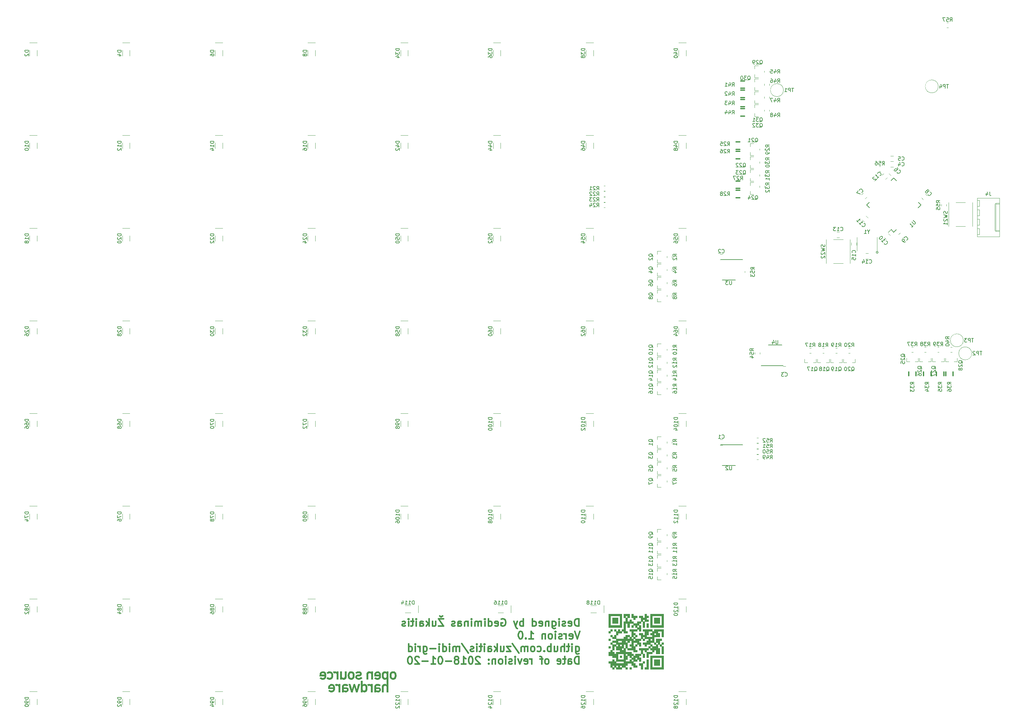
<source format=gbo>
G04 #@! TF.FileFunction,Legend,Bot*
%FSLAX46Y46*%
G04 Gerber Fmt 4.6, Leading zero omitted, Abs format (unit mm)*
G04 Created by KiCad (PCBNEW 4.0.7) date 01/20/18 20:27:55*
%MOMM*%
%LPD*%
G01*
G04 APERTURE LIST*
%ADD10C,0.100000*%
%ADD11C,0.400000*%
%ADD12C,0.010000*%
%ADD13C,0.120000*%
%ADD14C,0.150000*%
%ADD15C,0.300000*%
%ADD16C,0.200000*%
%ADD17C,2.000000*%
%ADD18O,2.200000X1.430000*%
%ADD19R,2.200000X1.430000*%
%ADD20O,2.400000X3.400000*%
%ADD21C,1.600000*%
%ADD22R,2.400000X3.400000*%
%ADD23O,3.400000X3.400000*%
%ADD24C,4.200000*%
%ADD25C,2.600000*%
%ADD26C,3.400000*%
%ADD27C,2.100000*%
%ADD28R,1.700000X1.950000*%
%ADD29C,4.400000*%
%ADD30R,2.100000X1.700000*%
%ADD31R,1.700000X2.100000*%
%ADD32R,0.900000X1.300000*%
%ADD33R,1.300000X0.900000*%
%ADD34R,1.150000X1.200000*%
%ADD35R,1.200000X1.150000*%
%ADD36R,1.300000X1.200000*%
%ADD37R,1.200000X1.300000*%
%ADD38R,1.300000X2.100000*%
%ADD39R,2.100000X1.300000*%
%ADD40O,2.200000X2.900000*%
%ADD41R,2.200000X2.900000*%
%ADD42R,1.900000X0.850000*%
%ADD43R,1.940000X2.200000*%
%ADD44R,3.000000X2.400000*%
%ADD45O,3.000000X2.400000*%
%ADD46C,1.850000*%
%ADD47O,2.400000X2.400000*%
%ADD48O,2.400000X2.300000*%
G04 APERTURE END LIST*
D10*
D11*
X225023810Y-210054762D02*
X225023810Y-208054762D01*
X224547619Y-208054762D01*
X224261905Y-208150000D01*
X224071429Y-208340476D01*
X223976190Y-208530952D01*
X223880952Y-208911905D01*
X223880952Y-209197619D01*
X223976190Y-209578571D01*
X224071429Y-209769048D01*
X224261905Y-209959524D01*
X224547619Y-210054762D01*
X225023810Y-210054762D01*
X222261905Y-209959524D02*
X222452381Y-210054762D01*
X222833333Y-210054762D01*
X223023810Y-209959524D01*
X223119048Y-209769048D01*
X223119048Y-209007143D01*
X223023810Y-208816667D01*
X222833333Y-208721429D01*
X222452381Y-208721429D01*
X222261905Y-208816667D01*
X222166667Y-209007143D01*
X222166667Y-209197619D01*
X223119048Y-209388095D01*
X221404762Y-209959524D02*
X221214285Y-210054762D01*
X220833333Y-210054762D01*
X220642857Y-209959524D01*
X220547619Y-209769048D01*
X220547619Y-209673810D01*
X220642857Y-209483333D01*
X220833333Y-209388095D01*
X221119047Y-209388095D01*
X221309524Y-209292857D01*
X221404762Y-209102381D01*
X221404762Y-209007143D01*
X221309524Y-208816667D01*
X221119047Y-208721429D01*
X220833333Y-208721429D01*
X220642857Y-208816667D01*
X219690476Y-210054762D02*
X219690476Y-208721429D01*
X219690476Y-208054762D02*
X219785714Y-208150000D01*
X219690476Y-208245238D01*
X219595237Y-208150000D01*
X219690476Y-208054762D01*
X219690476Y-208245238D01*
X217880952Y-208721429D02*
X217880952Y-210340476D01*
X217976190Y-210530952D01*
X218071428Y-210626190D01*
X218261904Y-210721429D01*
X218547618Y-210721429D01*
X218738095Y-210626190D01*
X217880952Y-209959524D02*
X218071428Y-210054762D01*
X218452380Y-210054762D01*
X218642856Y-209959524D01*
X218738095Y-209864286D01*
X218833333Y-209673810D01*
X218833333Y-209102381D01*
X218738095Y-208911905D01*
X218642856Y-208816667D01*
X218452380Y-208721429D01*
X218071428Y-208721429D01*
X217880952Y-208816667D01*
X216928571Y-208721429D02*
X216928571Y-210054762D01*
X216928571Y-208911905D02*
X216833332Y-208816667D01*
X216642856Y-208721429D01*
X216357142Y-208721429D01*
X216166666Y-208816667D01*
X216071428Y-209007143D01*
X216071428Y-210054762D01*
X214357142Y-209959524D02*
X214547618Y-210054762D01*
X214928570Y-210054762D01*
X215119047Y-209959524D01*
X215214285Y-209769048D01*
X215214285Y-209007143D01*
X215119047Y-208816667D01*
X214928570Y-208721429D01*
X214547618Y-208721429D01*
X214357142Y-208816667D01*
X214261904Y-209007143D01*
X214261904Y-209197619D01*
X215214285Y-209388095D01*
X212547618Y-210054762D02*
X212547618Y-208054762D01*
X212547618Y-209959524D02*
X212738094Y-210054762D01*
X213119046Y-210054762D01*
X213309522Y-209959524D01*
X213404761Y-209864286D01*
X213499999Y-209673810D01*
X213499999Y-209102381D01*
X213404761Y-208911905D01*
X213309522Y-208816667D01*
X213119046Y-208721429D01*
X212738094Y-208721429D01*
X212547618Y-208816667D01*
X210071427Y-210054762D02*
X210071427Y-208054762D01*
X210071427Y-208816667D02*
X209880950Y-208721429D01*
X209499998Y-208721429D01*
X209309522Y-208816667D01*
X209214284Y-208911905D01*
X209119046Y-209102381D01*
X209119046Y-209673810D01*
X209214284Y-209864286D01*
X209309522Y-209959524D01*
X209499998Y-210054762D01*
X209880950Y-210054762D01*
X210071427Y-209959524D01*
X208452379Y-208721429D02*
X207976188Y-210054762D01*
X207499998Y-208721429D02*
X207976188Y-210054762D01*
X208166664Y-210530952D01*
X208261903Y-210626190D01*
X208452379Y-210721429D01*
X204166663Y-208150000D02*
X204357140Y-208054762D01*
X204642854Y-208054762D01*
X204928568Y-208150000D01*
X205119044Y-208340476D01*
X205214283Y-208530952D01*
X205309521Y-208911905D01*
X205309521Y-209197619D01*
X205214283Y-209578571D01*
X205119044Y-209769048D01*
X204928568Y-209959524D01*
X204642854Y-210054762D01*
X204452378Y-210054762D01*
X204166663Y-209959524D01*
X204071425Y-209864286D01*
X204071425Y-209197619D01*
X204452378Y-209197619D01*
X202452378Y-209959524D02*
X202642854Y-210054762D01*
X203023806Y-210054762D01*
X203214283Y-209959524D01*
X203309521Y-209769048D01*
X203309521Y-209007143D01*
X203214283Y-208816667D01*
X203023806Y-208721429D01*
X202642854Y-208721429D01*
X202452378Y-208816667D01*
X202357140Y-209007143D01*
X202357140Y-209197619D01*
X203309521Y-209388095D01*
X200642854Y-210054762D02*
X200642854Y-208054762D01*
X200642854Y-209959524D02*
X200833330Y-210054762D01*
X201214282Y-210054762D01*
X201404758Y-209959524D01*
X201499997Y-209864286D01*
X201595235Y-209673810D01*
X201595235Y-209102381D01*
X201499997Y-208911905D01*
X201404758Y-208816667D01*
X201214282Y-208721429D01*
X200833330Y-208721429D01*
X200642854Y-208816667D01*
X199690473Y-210054762D02*
X199690473Y-208721429D01*
X199690473Y-208054762D02*
X199785711Y-208150000D01*
X199690473Y-208245238D01*
X199595234Y-208150000D01*
X199690473Y-208054762D01*
X199690473Y-208245238D01*
X198738092Y-210054762D02*
X198738092Y-208721429D01*
X198738092Y-208911905D02*
X198642853Y-208816667D01*
X198452377Y-208721429D01*
X198166663Y-208721429D01*
X197976187Y-208816667D01*
X197880949Y-209007143D01*
X197880949Y-210054762D01*
X197880949Y-209007143D02*
X197785711Y-208816667D01*
X197595234Y-208721429D01*
X197309520Y-208721429D01*
X197119044Y-208816667D01*
X197023806Y-209007143D01*
X197023806Y-210054762D01*
X196071425Y-210054762D02*
X196071425Y-208721429D01*
X196071425Y-208054762D02*
X196166663Y-208150000D01*
X196071425Y-208245238D01*
X195976186Y-208150000D01*
X196071425Y-208054762D01*
X196071425Y-208245238D01*
X195119044Y-208721429D02*
X195119044Y-210054762D01*
X195119044Y-208911905D02*
X195023805Y-208816667D01*
X194833329Y-208721429D01*
X194547615Y-208721429D01*
X194357139Y-208816667D01*
X194261901Y-209007143D01*
X194261901Y-210054762D01*
X192452377Y-210054762D02*
X192452377Y-209007143D01*
X192547615Y-208816667D01*
X192738091Y-208721429D01*
X193119043Y-208721429D01*
X193309520Y-208816667D01*
X192452377Y-209959524D02*
X192642853Y-210054762D01*
X193119043Y-210054762D01*
X193309520Y-209959524D01*
X193404758Y-209769048D01*
X193404758Y-209578571D01*
X193309520Y-209388095D01*
X193119043Y-209292857D01*
X192642853Y-209292857D01*
X192452377Y-209197619D01*
X191595234Y-209959524D02*
X191404757Y-210054762D01*
X191023805Y-210054762D01*
X190833329Y-209959524D01*
X190738091Y-209769048D01*
X190738091Y-209673810D01*
X190833329Y-209483333D01*
X191023805Y-209388095D01*
X191309519Y-209388095D01*
X191499996Y-209292857D01*
X191595234Y-209102381D01*
X191595234Y-209007143D01*
X191499996Y-208816667D01*
X191309519Y-208721429D01*
X191023805Y-208721429D01*
X190833329Y-208816667D01*
X188547614Y-208054762D02*
X187214280Y-208054762D01*
X188547614Y-210054762D01*
X187214280Y-210054762D01*
X188261899Y-207292857D02*
X187880947Y-207578571D01*
X187499995Y-207292857D01*
X185595233Y-208721429D02*
X185595233Y-210054762D01*
X186452376Y-208721429D02*
X186452376Y-209769048D01*
X186357137Y-209959524D01*
X186166661Y-210054762D01*
X185880947Y-210054762D01*
X185690471Y-209959524D01*
X185595233Y-209864286D01*
X184642852Y-210054762D02*
X184642852Y-208054762D01*
X184452375Y-209292857D02*
X183880947Y-210054762D01*
X183880947Y-208721429D02*
X184642852Y-209483333D01*
X182166661Y-210054762D02*
X182166661Y-209007143D01*
X182261899Y-208816667D01*
X182452375Y-208721429D01*
X182833327Y-208721429D01*
X183023804Y-208816667D01*
X182166661Y-209959524D02*
X182357137Y-210054762D01*
X182833327Y-210054762D01*
X183023804Y-209959524D01*
X183119042Y-209769048D01*
X183119042Y-209578571D01*
X183023804Y-209388095D01*
X182833327Y-209292857D01*
X182357137Y-209292857D01*
X182166661Y-209197619D01*
X181214280Y-210054762D02*
X181214280Y-208721429D01*
X181214280Y-208054762D02*
X181309518Y-208150000D01*
X181214280Y-208245238D01*
X181119041Y-208150000D01*
X181214280Y-208054762D01*
X181214280Y-208245238D01*
X180547613Y-208721429D02*
X179785708Y-208721429D01*
X180261899Y-208054762D02*
X180261899Y-209769048D01*
X180166660Y-209959524D01*
X179976184Y-210054762D01*
X179785708Y-210054762D01*
X179119042Y-210054762D02*
X179119042Y-208721429D01*
X179119042Y-208054762D02*
X179214280Y-208150000D01*
X179119042Y-208245238D01*
X179023803Y-208150000D01*
X179119042Y-208054762D01*
X179119042Y-208245238D01*
X178261899Y-209959524D02*
X178071422Y-210054762D01*
X177690470Y-210054762D01*
X177499994Y-209959524D01*
X177404756Y-209769048D01*
X177404756Y-209673810D01*
X177499994Y-209483333D01*
X177690470Y-209388095D01*
X177976184Y-209388095D01*
X178166661Y-209292857D01*
X178261899Y-209102381D01*
X178261899Y-209007143D01*
X178166661Y-208816667D01*
X177976184Y-208721429D01*
X177690470Y-208721429D01*
X177499994Y-208816667D01*
X225309524Y-211454762D02*
X224642857Y-213454762D01*
X223976190Y-211454762D01*
X222547619Y-213359524D02*
X222738095Y-213454762D01*
X223119047Y-213454762D01*
X223309524Y-213359524D01*
X223404762Y-213169048D01*
X223404762Y-212407143D01*
X223309524Y-212216667D01*
X223119047Y-212121429D01*
X222738095Y-212121429D01*
X222547619Y-212216667D01*
X222452381Y-212407143D01*
X222452381Y-212597619D01*
X223404762Y-212788095D01*
X221595238Y-213454762D02*
X221595238Y-212121429D01*
X221595238Y-212502381D02*
X221499999Y-212311905D01*
X221404761Y-212216667D01*
X221214285Y-212121429D01*
X221023809Y-212121429D01*
X220452381Y-213359524D02*
X220261904Y-213454762D01*
X219880952Y-213454762D01*
X219690476Y-213359524D01*
X219595238Y-213169048D01*
X219595238Y-213073810D01*
X219690476Y-212883333D01*
X219880952Y-212788095D01*
X220166666Y-212788095D01*
X220357143Y-212692857D01*
X220452381Y-212502381D01*
X220452381Y-212407143D01*
X220357143Y-212216667D01*
X220166666Y-212121429D01*
X219880952Y-212121429D01*
X219690476Y-212216667D01*
X218738095Y-213454762D02*
X218738095Y-212121429D01*
X218738095Y-211454762D02*
X218833333Y-211550000D01*
X218738095Y-211645238D01*
X218642856Y-211550000D01*
X218738095Y-211454762D01*
X218738095Y-211645238D01*
X217499999Y-213454762D02*
X217690475Y-213359524D01*
X217785714Y-213264286D01*
X217880952Y-213073810D01*
X217880952Y-212502381D01*
X217785714Y-212311905D01*
X217690475Y-212216667D01*
X217499999Y-212121429D01*
X217214285Y-212121429D01*
X217023809Y-212216667D01*
X216928571Y-212311905D01*
X216833333Y-212502381D01*
X216833333Y-213073810D01*
X216928571Y-213264286D01*
X217023809Y-213359524D01*
X217214285Y-213454762D01*
X217499999Y-213454762D01*
X215976190Y-212121429D02*
X215976190Y-213454762D01*
X215976190Y-212311905D02*
X215880951Y-212216667D01*
X215690475Y-212121429D01*
X215404761Y-212121429D01*
X215214285Y-212216667D01*
X215119047Y-212407143D01*
X215119047Y-213454762D01*
X211595236Y-213454762D02*
X212738094Y-213454762D01*
X212166665Y-213454762D02*
X212166665Y-211454762D01*
X212357141Y-211740476D01*
X212547617Y-211930952D01*
X212738094Y-212026190D01*
X210738094Y-213264286D02*
X210642855Y-213359524D01*
X210738094Y-213454762D01*
X210833332Y-213359524D01*
X210738094Y-213264286D01*
X210738094Y-213454762D01*
X209404760Y-211454762D02*
X209214284Y-211454762D01*
X209023808Y-211550000D01*
X208928570Y-211645238D01*
X208833332Y-211835714D01*
X208738093Y-212216667D01*
X208738093Y-212692857D01*
X208833332Y-213073810D01*
X208928570Y-213264286D01*
X209023808Y-213359524D01*
X209214284Y-213454762D01*
X209404760Y-213454762D01*
X209595236Y-213359524D01*
X209690474Y-213264286D01*
X209785713Y-213073810D01*
X209880951Y-212692857D01*
X209880951Y-212216667D01*
X209785713Y-211835714D01*
X209690474Y-211645238D01*
X209595236Y-211550000D01*
X209404760Y-211454762D01*
X224166667Y-215521429D02*
X224166667Y-217140476D01*
X224261905Y-217330952D01*
X224357143Y-217426190D01*
X224547619Y-217521429D01*
X224833333Y-217521429D01*
X225023810Y-217426190D01*
X224166667Y-216759524D02*
X224357143Y-216854762D01*
X224738095Y-216854762D01*
X224928571Y-216759524D01*
X225023810Y-216664286D01*
X225119048Y-216473810D01*
X225119048Y-215902381D01*
X225023810Y-215711905D01*
X224928571Y-215616667D01*
X224738095Y-215521429D01*
X224357143Y-215521429D01*
X224166667Y-215616667D01*
X223214286Y-216854762D02*
X223214286Y-215521429D01*
X223214286Y-214854762D02*
X223309524Y-214950000D01*
X223214286Y-215045238D01*
X223119047Y-214950000D01*
X223214286Y-214854762D01*
X223214286Y-215045238D01*
X222547619Y-215521429D02*
X221785714Y-215521429D01*
X222261905Y-214854762D02*
X222261905Y-216569048D01*
X222166666Y-216759524D01*
X221976190Y-216854762D01*
X221785714Y-216854762D01*
X221119048Y-216854762D02*
X221119048Y-214854762D01*
X220261905Y-216854762D02*
X220261905Y-215807143D01*
X220357143Y-215616667D01*
X220547619Y-215521429D01*
X220833333Y-215521429D01*
X221023809Y-215616667D01*
X221119048Y-215711905D01*
X218452381Y-215521429D02*
X218452381Y-216854762D01*
X219309524Y-215521429D02*
X219309524Y-216569048D01*
X219214285Y-216759524D01*
X219023809Y-216854762D01*
X218738095Y-216854762D01*
X218547619Y-216759524D01*
X218452381Y-216664286D01*
X217500000Y-216854762D02*
X217500000Y-214854762D01*
X217500000Y-215616667D02*
X217309523Y-215521429D01*
X216928571Y-215521429D01*
X216738095Y-215616667D01*
X216642857Y-215711905D01*
X216547619Y-215902381D01*
X216547619Y-216473810D01*
X216642857Y-216664286D01*
X216738095Y-216759524D01*
X216928571Y-216854762D01*
X217309523Y-216854762D01*
X217500000Y-216759524D01*
X215690476Y-216664286D02*
X215595237Y-216759524D01*
X215690476Y-216854762D01*
X215785714Y-216759524D01*
X215690476Y-216664286D01*
X215690476Y-216854762D01*
X213880952Y-216759524D02*
X214071428Y-216854762D01*
X214452380Y-216854762D01*
X214642856Y-216759524D01*
X214738095Y-216664286D01*
X214833333Y-216473810D01*
X214833333Y-215902381D01*
X214738095Y-215711905D01*
X214642856Y-215616667D01*
X214452380Y-215521429D01*
X214071428Y-215521429D01*
X213880952Y-215616667D01*
X212738094Y-216854762D02*
X212928570Y-216759524D01*
X213023809Y-216664286D01*
X213119047Y-216473810D01*
X213119047Y-215902381D01*
X213023809Y-215711905D01*
X212928570Y-215616667D01*
X212738094Y-215521429D01*
X212452380Y-215521429D01*
X212261904Y-215616667D01*
X212166666Y-215711905D01*
X212071428Y-215902381D01*
X212071428Y-216473810D01*
X212166666Y-216664286D01*
X212261904Y-216759524D01*
X212452380Y-216854762D01*
X212738094Y-216854762D01*
X211214285Y-216854762D02*
X211214285Y-215521429D01*
X211214285Y-215711905D02*
X211119046Y-215616667D01*
X210928570Y-215521429D01*
X210642856Y-215521429D01*
X210452380Y-215616667D01*
X210357142Y-215807143D01*
X210357142Y-216854762D01*
X210357142Y-215807143D02*
X210261904Y-215616667D01*
X210071427Y-215521429D01*
X209785713Y-215521429D01*
X209595237Y-215616667D01*
X209499999Y-215807143D01*
X209499999Y-216854762D01*
X207119046Y-214759524D02*
X208833332Y-217330952D01*
X206642856Y-215521429D02*
X205595237Y-215521429D01*
X206642856Y-216854762D01*
X205595237Y-216854762D01*
X203976189Y-215521429D02*
X203976189Y-216854762D01*
X204833332Y-215521429D02*
X204833332Y-216569048D01*
X204738093Y-216759524D01*
X204547617Y-216854762D01*
X204261903Y-216854762D01*
X204071427Y-216759524D01*
X203976189Y-216664286D01*
X203023808Y-216854762D02*
X203023808Y-214854762D01*
X202833331Y-216092857D02*
X202261903Y-216854762D01*
X202261903Y-215521429D02*
X203023808Y-216283333D01*
X200547617Y-216854762D02*
X200547617Y-215807143D01*
X200642855Y-215616667D01*
X200833331Y-215521429D01*
X201214283Y-215521429D01*
X201404760Y-215616667D01*
X200547617Y-216759524D02*
X200738093Y-216854762D01*
X201214283Y-216854762D01*
X201404760Y-216759524D01*
X201499998Y-216569048D01*
X201499998Y-216378571D01*
X201404760Y-216188095D01*
X201214283Y-216092857D01*
X200738093Y-216092857D01*
X200547617Y-215997619D01*
X199595236Y-216854762D02*
X199595236Y-215521429D01*
X199595236Y-214854762D02*
X199690474Y-214950000D01*
X199595236Y-215045238D01*
X199499997Y-214950000D01*
X199595236Y-214854762D01*
X199595236Y-215045238D01*
X198928569Y-215521429D02*
X198166664Y-215521429D01*
X198642855Y-214854762D02*
X198642855Y-216569048D01*
X198547616Y-216759524D01*
X198357140Y-216854762D01*
X198166664Y-216854762D01*
X197499998Y-216854762D02*
X197499998Y-215521429D01*
X197499998Y-214854762D02*
X197595236Y-214950000D01*
X197499998Y-215045238D01*
X197404759Y-214950000D01*
X197499998Y-214854762D01*
X197499998Y-215045238D01*
X196642855Y-216759524D02*
X196452378Y-216854762D01*
X196071426Y-216854762D01*
X195880950Y-216759524D01*
X195785712Y-216569048D01*
X195785712Y-216473810D01*
X195880950Y-216283333D01*
X196071426Y-216188095D01*
X196357140Y-216188095D01*
X196547617Y-216092857D01*
X196642855Y-215902381D01*
X196642855Y-215807143D01*
X196547617Y-215616667D01*
X196357140Y-215521429D01*
X196071426Y-215521429D01*
X195880950Y-215616667D01*
X193499997Y-214759524D02*
X195214283Y-217330952D01*
X192833331Y-216854762D02*
X192833331Y-215521429D01*
X192833331Y-215711905D02*
X192738092Y-215616667D01*
X192547616Y-215521429D01*
X192261902Y-215521429D01*
X192071426Y-215616667D01*
X191976188Y-215807143D01*
X191976188Y-216854762D01*
X191976188Y-215807143D02*
X191880950Y-215616667D01*
X191690473Y-215521429D01*
X191404759Y-215521429D01*
X191214283Y-215616667D01*
X191119045Y-215807143D01*
X191119045Y-216854762D01*
X190166664Y-216854762D02*
X190166664Y-215521429D01*
X190166664Y-214854762D02*
X190261902Y-214950000D01*
X190166664Y-215045238D01*
X190071425Y-214950000D01*
X190166664Y-214854762D01*
X190166664Y-215045238D01*
X188357140Y-216854762D02*
X188357140Y-214854762D01*
X188357140Y-216759524D02*
X188547616Y-216854762D01*
X188928568Y-216854762D01*
X189119044Y-216759524D01*
X189214283Y-216664286D01*
X189309521Y-216473810D01*
X189309521Y-215902381D01*
X189214283Y-215711905D01*
X189119044Y-215616667D01*
X188928568Y-215521429D01*
X188547616Y-215521429D01*
X188357140Y-215616667D01*
X187404759Y-216854762D02*
X187404759Y-215521429D01*
X187404759Y-214854762D02*
X187499997Y-214950000D01*
X187404759Y-215045238D01*
X187309520Y-214950000D01*
X187404759Y-214854762D01*
X187404759Y-215045238D01*
X186452378Y-216092857D02*
X184928568Y-216092857D01*
X183119045Y-215521429D02*
X183119045Y-217140476D01*
X183214283Y-217330952D01*
X183309521Y-217426190D01*
X183499997Y-217521429D01*
X183785711Y-217521429D01*
X183976188Y-217426190D01*
X183119045Y-216759524D02*
X183309521Y-216854762D01*
X183690473Y-216854762D01*
X183880949Y-216759524D01*
X183976188Y-216664286D01*
X184071426Y-216473810D01*
X184071426Y-215902381D01*
X183976188Y-215711905D01*
X183880949Y-215616667D01*
X183690473Y-215521429D01*
X183309521Y-215521429D01*
X183119045Y-215616667D01*
X182166664Y-216854762D02*
X182166664Y-215521429D01*
X182166664Y-215902381D02*
X182071425Y-215711905D01*
X181976187Y-215616667D01*
X181785711Y-215521429D01*
X181595235Y-215521429D01*
X180928569Y-216854762D02*
X180928569Y-215521429D01*
X180928569Y-214854762D02*
X181023807Y-214950000D01*
X180928569Y-215045238D01*
X180833330Y-214950000D01*
X180928569Y-214854762D01*
X180928569Y-215045238D01*
X179119045Y-216854762D02*
X179119045Y-214854762D01*
X179119045Y-216759524D02*
X179309521Y-216854762D01*
X179690473Y-216854762D01*
X179880949Y-216759524D01*
X179976188Y-216664286D01*
X180071426Y-216473810D01*
X180071426Y-215902381D01*
X179976188Y-215711905D01*
X179880949Y-215616667D01*
X179690473Y-215521429D01*
X179309521Y-215521429D01*
X179119045Y-215616667D01*
X225023810Y-220254762D02*
X225023810Y-218254762D01*
X224547619Y-218254762D01*
X224261905Y-218350000D01*
X224071429Y-218540476D01*
X223976190Y-218730952D01*
X223880952Y-219111905D01*
X223880952Y-219397619D01*
X223976190Y-219778571D01*
X224071429Y-219969048D01*
X224261905Y-220159524D01*
X224547619Y-220254762D01*
X225023810Y-220254762D01*
X222166667Y-220254762D02*
X222166667Y-219207143D01*
X222261905Y-219016667D01*
X222452381Y-218921429D01*
X222833333Y-218921429D01*
X223023810Y-219016667D01*
X222166667Y-220159524D02*
X222357143Y-220254762D01*
X222833333Y-220254762D01*
X223023810Y-220159524D01*
X223119048Y-219969048D01*
X223119048Y-219778571D01*
X223023810Y-219588095D01*
X222833333Y-219492857D01*
X222357143Y-219492857D01*
X222166667Y-219397619D01*
X221500000Y-218921429D02*
X220738095Y-218921429D01*
X221214286Y-218254762D02*
X221214286Y-219969048D01*
X221119047Y-220159524D01*
X220928571Y-220254762D01*
X220738095Y-220254762D01*
X219309524Y-220159524D02*
X219500000Y-220254762D01*
X219880952Y-220254762D01*
X220071429Y-220159524D01*
X220166667Y-219969048D01*
X220166667Y-219207143D01*
X220071429Y-219016667D01*
X219880952Y-218921429D01*
X219500000Y-218921429D01*
X219309524Y-219016667D01*
X219214286Y-219207143D01*
X219214286Y-219397619D01*
X220166667Y-219588095D01*
X216547618Y-220254762D02*
X216738094Y-220159524D01*
X216833333Y-220064286D01*
X216928571Y-219873810D01*
X216928571Y-219302381D01*
X216833333Y-219111905D01*
X216738094Y-219016667D01*
X216547618Y-218921429D01*
X216261904Y-218921429D01*
X216071428Y-219016667D01*
X215976190Y-219111905D01*
X215880952Y-219302381D01*
X215880952Y-219873810D01*
X215976190Y-220064286D01*
X216071428Y-220159524D01*
X216261904Y-220254762D01*
X216547618Y-220254762D01*
X215309523Y-218921429D02*
X214547618Y-218921429D01*
X215023809Y-220254762D02*
X215023809Y-218540476D01*
X214928570Y-218350000D01*
X214738094Y-218254762D01*
X214547618Y-218254762D01*
X212357142Y-220254762D02*
X212357142Y-218921429D01*
X212357142Y-219302381D02*
X212261903Y-219111905D01*
X212166665Y-219016667D01*
X211976189Y-218921429D01*
X211785713Y-218921429D01*
X210357142Y-220159524D02*
X210547618Y-220254762D01*
X210928570Y-220254762D01*
X211119047Y-220159524D01*
X211214285Y-219969048D01*
X211214285Y-219207143D01*
X211119047Y-219016667D01*
X210928570Y-218921429D01*
X210547618Y-218921429D01*
X210357142Y-219016667D01*
X210261904Y-219207143D01*
X210261904Y-219397619D01*
X211214285Y-219588095D01*
X209595237Y-218921429D02*
X209119046Y-220254762D01*
X208642856Y-218921429D01*
X207880951Y-220254762D02*
X207880951Y-218921429D01*
X207880951Y-218254762D02*
X207976189Y-218350000D01*
X207880951Y-218445238D01*
X207785712Y-218350000D01*
X207880951Y-218254762D01*
X207880951Y-218445238D01*
X207023808Y-220159524D02*
X206833331Y-220254762D01*
X206452379Y-220254762D01*
X206261903Y-220159524D01*
X206166665Y-219969048D01*
X206166665Y-219873810D01*
X206261903Y-219683333D01*
X206452379Y-219588095D01*
X206738093Y-219588095D01*
X206928570Y-219492857D01*
X207023808Y-219302381D01*
X207023808Y-219207143D01*
X206928570Y-219016667D01*
X206738093Y-218921429D01*
X206452379Y-218921429D01*
X206261903Y-219016667D01*
X205309522Y-220254762D02*
X205309522Y-218921429D01*
X205309522Y-218254762D02*
X205404760Y-218350000D01*
X205309522Y-218445238D01*
X205214283Y-218350000D01*
X205309522Y-218254762D01*
X205309522Y-218445238D01*
X204071426Y-220254762D02*
X204261902Y-220159524D01*
X204357141Y-220064286D01*
X204452379Y-219873810D01*
X204452379Y-219302381D01*
X204357141Y-219111905D01*
X204261902Y-219016667D01*
X204071426Y-218921429D01*
X203785712Y-218921429D01*
X203595236Y-219016667D01*
X203499998Y-219111905D01*
X203404760Y-219302381D01*
X203404760Y-219873810D01*
X203499998Y-220064286D01*
X203595236Y-220159524D01*
X203785712Y-220254762D01*
X204071426Y-220254762D01*
X202547617Y-218921429D02*
X202547617Y-220254762D01*
X202547617Y-219111905D02*
X202452378Y-219016667D01*
X202261902Y-218921429D01*
X201976188Y-218921429D01*
X201785712Y-219016667D01*
X201690474Y-219207143D01*
X201690474Y-220254762D01*
X200738093Y-220064286D02*
X200642854Y-220159524D01*
X200738093Y-220254762D01*
X200833331Y-220159524D01*
X200738093Y-220064286D01*
X200738093Y-220254762D01*
X200738093Y-219016667D02*
X200642854Y-219111905D01*
X200738093Y-219207143D01*
X200833331Y-219111905D01*
X200738093Y-219016667D01*
X200738093Y-219207143D01*
X198357140Y-218445238D02*
X198261902Y-218350000D01*
X198071425Y-218254762D01*
X197595235Y-218254762D01*
X197404759Y-218350000D01*
X197309521Y-218445238D01*
X197214282Y-218635714D01*
X197214282Y-218826190D01*
X197309521Y-219111905D01*
X198452378Y-220254762D01*
X197214282Y-220254762D01*
X195976187Y-218254762D02*
X195785711Y-218254762D01*
X195595235Y-218350000D01*
X195499997Y-218445238D01*
X195404759Y-218635714D01*
X195309520Y-219016667D01*
X195309520Y-219492857D01*
X195404759Y-219873810D01*
X195499997Y-220064286D01*
X195595235Y-220159524D01*
X195785711Y-220254762D01*
X195976187Y-220254762D01*
X196166663Y-220159524D01*
X196261901Y-220064286D01*
X196357140Y-219873810D01*
X196452378Y-219492857D01*
X196452378Y-219016667D01*
X196357140Y-218635714D01*
X196261901Y-218445238D01*
X196166663Y-218350000D01*
X195976187Y-218254762D01*
X193404758Y-220254762D02*
X194547616Y-220254762D01*
X193976187Y-220254762D02*
X193976187Y-218254762D01*
X194166663Y-218540476D01*
X194357139Y-218730952D01*
X194547616Y-218826190D01*
X192261901Y-219111905D02*
X192452377Y-219016667D01*
X192547616Y-218921429D01*
X192642854Y-218730952D01*
X192642854Y-218635714D01*
X192547616Y-218445238D01*
X192452377Y-218350000D01*
X192261901Y-218254762D01*
X191880949Y-218254762D01*
X191690473Y-218350000D01*
X191595235Y-218445238D01*
X191499996Y-218635714D01*
X191499996Y-218730952D01*
X191595235Y-218921429D01*
X191690473Y-219016667D01*
X191880949Y-219111905D01*
X192261901Y-219111905D01*
X192452377Y-219207143D01*
X192547616Y-219302381D01*
X192642854Y-219492857D01*
X192642854Y-219873810D01*
X192547616Y-220064286D01*
X192452377Y-220159524D01*
X192261901Y-220254762D01*
X191880949Y-220254762D01*
X191690473Y-220159524D01*
X191595235Y-220064286D01*
X191499996Y-219873810D01*
X191499996Y-219492857D01*
X191595235Y-219302381D01*
X191690473Y-219207143D01*
X191880949Y-219111905D01*
X190642854Y-219492857D02*
X189119044Y-219492857D01*
X187785711Y-218254762D02*
X187595235Y-218254762D01*
X187404759Y-218350000D01*
X187309521Y-218445238D01*
X187214283Y-218635714D01*
X187119044Y-219016667D01*
X187119044Y-219492857D01*
X187214283Y-219873810D01*
X187309521Y-220064286D01*
X187404759Y-220159524D01*
X187595235Y-220254762D01*
X187785711Y-220254762D01*
X187976187Y-220159524D01*
X188071425Y-220064286D01*
X188166664Y-219873810D01*
X188261902Y-219492857D01*
X188261902Y-219016667D01*
X188166664Y-218635714D01*
X188071425Y-218445238D01*
X187976187Y-218350000D01*
X187785711Y-218254762D01*
X185214282Y-220254762D02*
X186357140Y-220254762D01*
X185785711Y-220254762D02*
X185785711Y-218254762D01*
X185976187Y-218540476D01*
X186166663Y-218730952D01*
X186357140Y-218826190D01*
X184357140Y-219492857D02*
X182833330Y-219492857D01*
X181976188Y-218445238D02*
X181880950Y-218350000D01*
X181690473Y-218254762D01*
X181214283Y-218254762D01*
X181023807Y-218350000D01*
X180928569Y-218445238D01*
X180833330Y-218635714D01*
X180833330Y-218826190D01*
X180928569Y-219111905D01*
X182071426Y-220254762D01*
X180833330Y-220254762D01*
X179595235Y-218254762D02*
X179404759Y-218254762D01*
X179214283Y-218350000D01*
X179119045Y-218445238D01*
X179023807Y-218635714D01*
X178928568Y-219016667D01*
X178928568Y-219492857D01*
X179023807Y-219873810D01*
X179119045Y-220064286D01*
X179214283Y-220159524D01*
X179404759Y-220254762D01*
X179595235Y-220254762D01*
X179785711Y-220159524D01*
X179880949Y-220064286D01*
X179976188Y-219873810D01*
X180071426Y-219492857D01*
X180071426Y-219016667D01*
X179976188Y-218635714D01*
X179880949Y-218445238D01*
X179785711Y-218350000D01*
X179595235Y-218254762D01*
D12*
G36*
X170670417Y-225680045D02*
X170516390Y-225700914D01*
X170381736Y-225733644D01*
X170265732Y-225778725D01*
X170167651Y-225836652D01*
X170086769Y-225907914D01*
X170022360Y-225993006D01*
X169973701Y-226092418D01*
X169948866Y-226169858D01*
X169945089Y-226186506D01*
X169941798Y-226206909D01*
X169938946Y-226232781D01*
X169936485Y-226265836D01*
X169934370Y-226307787D01*
X169932552Y-226360348D01*
X169930986Y-226425232D01*
X169929624Y-226504154D01*
X169928419Y-226598826D01*
X169927324Y-226710963D01*
X169926293Y-226842278D01*
X169925278Y-226994484D01*
X169924986Y-227041659D01*
X169920119Y-227841182D01*
X170349091Y-227841182D01*
X170349091Y-227748818D01*
X170349632Y-227705922D01*
X170351071Y-227673621D01*
X170353130Y-227657380D01*
X170353794Y-227656454D01*
X170363486Y-227664059D01*
X170385467Y-227684414D01*
X170415807Y-227713832D01*
X170431726Y-227729628D01*
X170473954Y-227769454D01*
X170509823Y-227796374D01*
X170547273Y-227815610D01*
X170581880Y-227828371D01*
X170691687Y-227855652D01*
X170814837Y-227869961D01*
X170945250Y-227870821D01*
X171032464Y-227863776D01*
X171162657Y-227838727D01*
X171280210Y-227796240D01*
X171383895Y-227737687D01*
X171472483Y-227664444D01*
X171544746Y-227577884D01*
X171599455Y-227479382D01*
X171635382Y-227370312D01*
X171651298Y-227252048D01*
X171651055Y-227229497D01*
X171248073Y-227229497D01*
X171242863Y-227264819D01*
X171229804Y-227298158D01*
X171223660Y-227310091D01*
X171179644Y-227368103D01*
X171116251Y-227413935D01*
X171033899Y-227447295D01*
X171021807Y-227450705D01*
X170969988Y-227460193D01*
X170902323Y-227466177D01*
X170825080Y-227468740D01*
X170744527Y-227467966D01*
X170666934Y-227463938D01*
X170598569Y-227456740D01*
X170545700Y-227446454D01*
X170538292Y-227444274D01*
X170474943Y-227417712D01*
X170428991Y-227382040D01*
X170395314Y-227333256D01*
X170394699Y-227332057D01*
X170377826Y-227285876D01*
X170364288Y-227223104D01*
X170354976Y-227150112D01*
X170350778Y-227073269D01*
X170351324Y-227021454D01*
X170354863Y-226934863D01*
X170626181Y-226931648D01*
X170740598Y-226931023D01*
X170834994Y-226932328D01*
X170912386Y-226935873D01*
X170975786Y-226941970D01*
X171028211Y-226950927D01*
X171072673Y-226963055D01*
X171112187Y-226978665D01*
X171120338Y-226982511D01*
X171178699Y-227019710D01*
X171218079Y-227066986D01*
X171240513Y-227127529D01*
X171247351Y-227181815D01*
X171248073Y-227229497D01*
X171651055Y-227229497D01*
X171650438Y-227172517D01*
X171632244Y-227052590D01*
X171594611Y-226942959D01*
X171538627Y-226845319D01*
X171465377Y-226761367D01*
X171375948Y-226692798D01*
X171325165Y-226664645D01*
X171285663Y-226645704D01*
X171249789Y-226630269D01*
X171214589Y-226617944D01*
X171177112Y-226608336D01*
X171134405Y-226601049D01*
X171083514Y-226595691D01*
X171021488Y-226591867D01*
X170945373Y-226589182D01*
X170852216Y-226587242D01*
X170739066Y-226585654D01*
X170732977Y-226585578D01*
X170349091Y-226580837D01*
X170349091Y-226461123D01*
X170350834Y-226376804D01*
X170356776Y-226311170D01*
X170367986Y-226260027D01*
X170385533Y-226219183D01*
X170410486Y-226184444D01*
X170423044Y-226171054D01*
X170457665Y-226140660D01*
X170495451Y-226117592D01*
X170540055Y-226100957D01*
X170595133Y-226089864D01*
X170664338Y-226083417D01*
X170751325Y-226080726D01*
X170793591Y-226080500D01*
X170884460Y-226081692D01*
X170956343Y-226085992D01*
X171013253Y-226094483D01*
X171059206Y-226108248D01*
X171098217Y-226128369D01*
X171134299Y-226155931D01*
X171158763Y-226179027D01*
X171213555Y-226233819D01*
X171375419Y-226110978D01*
X171427873Y-226070663D01*
X171473294Y-226034787D01*
X171508707Y-226005778D01*
X171531138Y-225986066D01*
X171537778Y-225978408D01*
X171529651Y-225962538D01*
X171507011Y-225936612D01*
X171473939Y-225904264D01*
X171434516Y-225869133D01*
X171392820Y-225834853D01*
X171352934Y-225805060D01*
X171318937Y-225783390D01*
X171318909Y-225783375D01*
X171206878Y-225733514D01*
X171079177Y-225698310D01*
X170938299Y-225678159D01*
X170786737Y-225673458D01*
X170670417Y-225680045D01*
X170670417Y-225680045D01*
G37*
X170670417Y-225680045D02*
X170516390Y-225700914D01*
X170381736Y-225733644D01*
X170265732Y-225778725D01*
X170167651Y-225836652D01*
X170086769Y-225907914D01*
X170022360Y-225993006D01*
X169973701Y-226092418D01*
X169948866Y-226169858D01*
X169945089Y-226186506D01*
X169941798Y-226206909D01*
X169938946Y-226232781D01*
X169936485Y-226265836D01*
X169934370Y-226307787D01*
X169932552Y-226360348D01*
X169930986Y-226425232D01*
X169929624Y-226504154D01*
X169928419Y-226598826D01*
X169927324Y-226710963D01*
X169926293Y-226842278D01*
X169925278Y-226994484D01*
X169924986Y-227041659D01*
X169920119Y-227841182D01*
X170349091Y-227841182D01*
X170349091Y-227748818D01*
X170349632Y-227705922D01*
X170351071Y-227673621D01*
X170353130Y-227657380D01*
X170353794Y-227656454D01*
X170363486Y-227664059D01*
X170385467Y-227684414D01*
X170415807Y-227713832D01*
X170431726Y-227729628D01*
X170473954Y-227769454D01*
X170509823Y-227796374D01*
X170547273Y-227815610D01*
X170581880Y-227828371D01*
X170691687Y-227855652D01*
X170814837Y-227869961D01*
X170945250Y-227870821D01*
X171032464Y-227863776D01*
X171162657Y-227838727D01*
X171280210Y-227796240D01*
X171383895Y-227737687D01*
X171472483Y-227664444D01*
X171544746Y-227577884D01*
X171599455Y-227479382D01*
X171635382Y-227370312D01*
X171651298Y-227252048D01*
X171651055Y-227229497D01*
X171248073Y-227229497D01*
X171242863Y-227264819D01*
X171229804Y-227298158D01*
X171223660Y-227310091D01*
X171179644Y-227368103D01*
X171116251Y-227413935D01*
X171033899Y-227447295D01*
X171021807Y-227450705D01*
X170969988Y-227460193D01*
X170902323Y-227466177D01*
X170825080Y-227468740D01*
X170744527Y-227467966D01*
X170666934Y-227463938D01*
X170598569Y-227456740D01*
X170545700Y-227446454D01*
X170538292Y-227444274D01*
X170474943Y-227417712D01*
X170428991Y-227382040D01*
X170395314Y-227333256D01*
X170394699Y-227332057D01*
X170377826Y-227285876D01*
X170364288Y-227223104D01*
X170354976Y-227150112D01*
X170350778Y-227073269D01*
X170351324Y-227021454D01*
X170354863Y-226934863D01*
X170626181Y-226931648D01*
X170740598Y-226931023D01*
X170834994Y-226932328D01*
X170912386Y-226935873D01*
X170975786Y-226941970D01*
X171028211Y-226950927D01*
X171072673Y-226963055D01*
X171112187Y-226978665D01*
X171120338Y-226982511D01*
X171178699Y-227019710D01*
X171218079Y-227066986D01*
X171240513Y-227127529D01*
X171247351Y-227181815D01*
X171248073Y-227229497D01*
X171651055Y-227229497D01*
X171650438Y-227172517D01*
X171632244Y-227052590D01*
X171594611Y-226942959D01*
X171538627Y-226845319D01*
X171465377Y-226761367D01*
X171375948Y-226692798D01*
X171325165Y-226664645D01*
X171285663Y-226645704D01*
X171249789Y-226630269D01*
X171214589Y-226617944D01*
X171177112Y-226608336D01*
X171134405Y-226601049D01*
X171083514Y-226595691D01*
X171021488Y-226591867D01*
X170945373Y-226589182D01*
X170852216Y-226587242D01*
X170739066Y-226585654D01*
X170732977Y-226585578D01*
X170349091Y-226580837D01*
X170349091Y-226461123D01*
X170350834Y-226376804D01*
X170356776Y-226311170D01*
X170367986Y-226260027D01*
X170385533Y-226219183D01*
X170410486Y-226184444D01*
X170423044Y-226171054D01*
X170457665Y-226140660D01*
X170495451Y-226117592D01*
X170540055Y-226100957D01*
X170595133Y-226089864D01*
X170664338Y-226083417D01*
X170751325Y-226080726D01*
X170793591Y-226080500D01*
X170884460Y-226081692D01*
X170956343Y-226085992D01*
X171013253Y-226094483D01*
X171059206Y-226108248D01*
X171098217Y-226128369D01*
X171134299Y-226155931D01*
X171158763Y-226179027D01*
X171213555Y-226233819D01*
X171375419Y-226110978D01*
X171427873Y-226070663D01*
X171473294Y-226034787D01*
X171508707Y-226005778D01*
X171531138Y-225986066D01*
X171537778Y-225978408D01*
X171529651Y-225962538D01*
X171507011Y-225936612D01*
X171473939Y-225904264D01*
X171434516Y-225869133D01*
X171392820Y-225834853D01*
X171352934Y-225805060D01*
X171318937Y-225783390D01*
X171318909Y-225783375D01*
X171206878Y-225733514D01*
X171079177Y-225698310D01*
X170938299Y-225678159D01*
X170786737Y-225673458D01*
X170670417Y-225680045D01*
G36*
X166262000Y-227841182D02*
X166689181Y-227841182D01*
X166689181Y-227619971D01*
X166755568Y-227679383D01*
X166855002Y-227753500D01*
X166966910Y-227810719D01*
X167087032Y-227849748D01*
X167211110Y-227869297D01*
X167334884Y-227868078D01*
X167365961Y-227864278D01*
X167488952Y-227835016D01*
X167602431Y-227784738D01*
X167706128Y-227713587D01*
X167780227Y-227643498D01*
X167826767Y-227589967D01*
X167864807Y-227537251D01*
X167895356Y-227482071D01*
X167919426Y-227421149D01*
X167938027Y-227351206D01*
X167952170Y-227268963D01*
X167962865Y-227171142D01*
X167971123Y-227054464D01*
X167973156Y-227017594D01*
X167978588Y-226891284D01*
X167980309Y-226793937D01*
X167549799Y-226793937D01*
X167548445Y-226882774D01*
X167545233Y-226965678D01*
X167540163Y-227037827D01*
X167533237Y-227094395D01*
X167528714Y-227116807D01*
X167494806Y-227219075D01*
X167448853Y-227301735D01*
X167390301Y-227365210D01*
X167318596Y-227409921D01*
X167233185Y-227436288D01*
X167133513Y-227444734D01*
X167099045Y-227443748D01*
X167045544Y-227438649D01*
X166992375Y-227429842D01*
X166950640Y-227419187D01*
X166949052Y-227418638D01*
X166878212Y-227381673D01*
X166817298Y-227324626D01*
X166767111Y-227248629D01*
X166728450Y-227154812D01*
X166708683Y-227079182D01*
X166703482Y-227040555D01*
X166699574Y-226983759D01*
X166696943Y-226913527D01*
X166695570Y-226834589D01*
X166695439Y-226751678D01*
X166696531Y-226669526D01*
X166698829Y-226592864D01*
X166702317Y-226526424D01*
X166706975Y-226474938D01*
X166711006Y-226449954D01*
X166743436Y-226344452D01*
X166789561Y-226257084D01*
X166849179Y-226188139D01*
X166922084Y-226137904D01*
X166937409Y-226130504D01*
X166967950Y-226118312D01*
X166999071Y-226110503D01*
X167037177Y-226106163D01*
X167088674Y-226104380D01*
X167122136Y-226104160D01*
X167181236Y-226104694D01*
X167223828Y-226107151D01*
X167256478Y-226112544D01*
X167285750Y-226121889D01*
X167312706Y-226133616D01*
X167383448Y-226176117D01*
X167440305Y-226232284D01*
X167485024Y-226304511D01*
X167519350Y-226395188D01*
X167528714Y-226429647D01*
X167536645Y-226475771D01*
X167542720Y-226540087D01*
X167546937Y-226617769D01*
X167549297Y-226703995D01*
X167549799Y-226793937D01*
X167980309Y-226793937D01*
X167980603Y-226777369D01*
X167979203Y-226665406D01*
X167974387Y-226544952D01*
X167973134Y-226521140D01*
X167965168Y-226399274D01*
X167954969Y-226297128D01*
X167941465Y-226211359D01*
X167923584Y-226138626D01*
X167900255Y-226075586D01*
X167870405Y-226018898D01*
X167832963Y-225965220D01*
X167786858Y-225911208D01*
X167772660Y-225896004D01*
X167686744Y-225816655D01*
X167596348Y-225756826D01*
X167496906Y-225714239D01*
X167383851Y-225686616D01*
X167339563Y-225679976D01*
X167216574Y-225675526D01*
X167094901Y-225693440D01*
X166976684Y-225733005D01*
X166864059Y-225793508D01*
X166760627Y-225872920D01*
X166730563Y-225899084D01*
X166707354Y-225917683D01*
X166696144Y-225924636D01*
X166694747Y-225913464D01*
X166693443Y-225881445D01*
X166692262Y-225830820D01*
X166691231Y-225763832D01*
X166690378Y-225682725D01*
X166689734Y-225589740D01*
X166689326Y-225487121D01*
X166689182Y-225377111D01*
X166689181Y-225376227D01*
X166689181Y-224827818D01*
X166262000Y-224827818D01*
X166262000Y-227841182D01*
X166262000Y-227841182D01*
G37*
X166262000Y-227841182D02*
X166689181Y-227841182D01*
X166689181Y-227619971D01*
X166755568Y-227679383D01*
X166855002Y-227753500D01*
X166966910Y-227810719D01*
X167087032Y-227849748D01*
X167211110Y-227869297D01*
X167334884Y-227868078D01*
X167365961Y-227864278D01*
X167488952Y-227835016D01*
X167602431Y-227784738D01*
X167706128Y-227713587D01*
X167780227Y-227643498D01*
X167826767Y-227589967D01*
X167864807Y-227537251D01*
X167895356Y-227482071D01*
X167919426Y-227421149D01*
X167938027Y-227351206D01*
X167952170Y-227268963D01*
X167962865Y-227171142D01*
X167971123Y-227054464D01*
X167973156Y-227017594D01*
X167978588Y-226891284D01*
X167980309Y-226793937D01*
X167549799Y-226793937D01*
X167548445Y-226882774D01*
X167545233Y-226965678D01*
X167540163Y-227037827D01*
X167533237Y-227094395D01*
X167528714Y-227116807D01*
X167494806Y-227219075D01*
X167448853Y-227301735D01*
X167390301Y-227365210D01*
X167318596Y-227409921D01*
X167233185Y-227436288D01*
X167133513Y-227444734D01*
X167099045Y-227443748D01*
X167045544Y-227438649D01*
X166992375Y-227429842D01*
X166950640Y-227419187D01*
X166949052Y-227418638D01*
X166878212Y-227381673D01*
X166817298Y-227324626D01*
X166767111Y-227248629D01*
X166728450Y-227154812D01*
X166708683Y-227079182D01*
X166703482Y-227040555D01*
X166699574Y-226983759D01*
X166696943Y-226913527D01*
X166695570Y-226834589D01*
X166695439Y-226751678D01*
X166696531Y-226669526D01*
X166698829Y-226592864D01*
X166702317Y-226526424D01*
X166706975Y-226474938D01*
X166711006Y-226449954D01*
X166743436Y-226344452D01*
X166789561Y-226257084D01*
X166849179Y-226188139D01*
X166922084Y-226137904D01*
X166937409Y-226130504D01*
X166967950Y-226118312D01*
X166999071Y-226110503D01*
X167037177Y-226106163D01*
X167088674Y-226104380D01*
X167122136Y-226104160D01*
X167181236Y-226104694D01*
X167223828Y-226107151D01*
X167256478Y-226112544D01*
X167285750Y-226121889D01*
X167312706Y-226133616D01*
X167383448Y-226176117D01*
X167440305Y-226232284D01*
X167485024Y-226304511D01*
X167519350Y-226395188D01*
X167528714Y-226429647D01*
X167536645Y-226475771D01*
X167542720Y-226540087D01*
X167546937Y-226617769D01*
X167549297Y-226703995D01*
X167549799Y-226793937D01*
X167980309Y-226793937D01*
X167980603Y-226777369D01*
X167979203Y-226665406D01*
X167974387Y-226544952D01*
X167973134Y-226521140D01*
X167965168Y-226399274D01*
X167954969Y-226297128D01*
X167941465Y-226211359D01*
X167923584Y-226138626D01*
X167900255Y-226075586D01*
X167870405Y-226018898D01*
X167832963Y-225965220D01*
X167786858Y-225911208D01*
X167772660Y-225896004D01*
X167686744Y-225816655D01*
X167596348Y-225756826D01*
X167496906Y-225714239D01*
X167383851Y-225686616D01*
X167339563Y-225679976D01*
X167216574Y-225675526D01*
X167094901Y-225693440D01*
X166976684Y-225733005D01*
X166864059Y-225793508D01*
X166760627Y-225872920D01*
X166730563Y-225899084D01*
X166707354Y-225917683D01*
X166696144Y-225924636D01*
X166694747Y-225913464D01*
X166693443Y-225881445D01*
X166692262Y-225830820D01*
X166691231Y-225763832D01*
X166690378Y-225682725D01*
X166689734Y-225589740D01*
X166689326Y-225487121D01*
X166689182Y-225377111D01*
X166689181Y-225376227D01*
X166689181Y-224827818D01*
X166262000Y-224827818D01*
X166262000Y-227841182D01*
G36*
X161967563Y-225678829D02*
X161953598Y-225680045D01*
X161799801Y-225700846D01*
X161665393Y-225733429D01*
X161549605Y-225778316D01*
X161451667Y-225836030D01*
X161370811Y-225907092D01*
X161306265Y-225992025D01*
X161257261Y-226091352D01*
X161231757Y-226169858D01*
X161227934Y-226186292D01*
X161224610Y-226206131D01*
X161221738Y-226231097D01*
X161219270Y-226262913D01*
X161217162Y-226303299D01*
X161215365Y-226353979D01*
X161213833Y-226416674D01*
X161212520Y-226493106D01*
X161211378Y-226584997D01*
X161210361Y-226694069D01*
X161209423Y-226822044D01*
X161208517Y-226970644D01*
X161208123Y-227041659D01*
X161203793Y-227841182D01*
X161632272Y-227841182D01*
X161632272Y-227748818D01*
X161633430Y-227705926D01*
X161636506Y-227673627D01*
X161640907Y-227657382D01*
X161642330Y-227656454D01*
X161654693Y-227665120D01*
X161672945Y-227686661D01*
X161678164Y-227693977D01*
X161731390Y-227751746D01*
X161803274Y-227798984D01*
X161891635Y-227835107D01*
X161994293Y-227859531D01*
X162109068Y-227871673D01*
X162233780Y-227870950D01*
X162313454Y-227863983D01*
X162388091Y-227852874D01*
X162453188Y-227836998D01*
X162518497Y-227813454D01*
X162587055Y-227782573D01*
X162687055Y-227722499D01*
X162771499Y-227646860D01*
X162839447Y-227557968D01*
X162889958Y-227458136D01*
X162922091Y-227349676D01*
X162934907Y-227234900D01*
X162932499Y-227196465D01*
X162532818Y-227196465D01*
X162522364Y-227270134D01*
X162491477Y-227333731D01*
X162440868Y-227386462D01*
X162371246Y-227427536D01*
X162304718Y-227450831D01*
X162248521Y-227461377D01*
X162177754Y-227467747D01*
X162098403Y-227470088D01*
X162016456Y-227468548D01*
X161937899Y-227463275D01*
X161868718Y-227454417D01*
X161814903Y-227442121D01*
X161804470Y-227438496D01*
X161745892Y-227409439D01*
X161702649Y-227371229D01*
X161671973Y-227320024D01*
X161651094Y-227251980D01*
X161644405Y-227216381D01*
X161638818Y-227169482D01*
X161634602Y-227110393D01*
X161632480Y-227050005D01*
X161632360Y-227034821D01*
X161632272Y-226926960D01*
X161958431Y-226931866D01*
X162061171Y-226933672D01*
X162143532Y-226935778D01*
X162208223Y-226938349D01*
X162257957Y-226941551D01*
X162295444Y-226945549D01*
X162323396Y-226950510D01*
X162340554Y-226955230D01*
X162417979Y-226989834D01*
X162475481Y-227036065D01*
X162513164Y-227094050D01*
X162531128Y-227163919D01*
X162532818Y-227196465D01*
X162932499Y-227196465D01*
X162927463Y-227116120D01*
X162902490Y-227007136D01*
X162859411Y-226906291D01*
X162797191Y-226816306D01*
X162717837Y-226738774D01*
X162623359Y-226675292D01*
X162515765Y-226627453D01*
X162397065Y-226596853D01*
X162382727Y-226594501D01*
X162351639Y-226591491D01*
X162301219Y-226588764D01*
X162235223Y-226586429D01*
X162157410Y-226584590D01*
X162071538Y-226583353D01*
X161981363Y-226582825D01*
X161968667Y-226582814D01*
X161629652Y-226582727D01*
X161634168Y-226423977D01*
X161638044Y-226342794D01*
X161645357Y-226280597D01*
X161657493Y-226233374D01*
X161675835Y-226197112D01*
X161701767Y-226167798D01*
X161730092Y-226145838D01*
X161766953Y-226123338D01*
X161805479Y-226106593D01*
X161849848Y-226094811D01*
X161904238Y-226087201D01*
X161972827Y-226082972D01*
X162059791Y-226081334D01*
X162071000Y-226081276D01*
X162162451Y-226082020D01*
X162234839Y-226085775D01*
X162292106Y-226093577D01*
X162338193Y-226106463D01*
X162377045Y-226125469D01*
X162412603Y-226151631D01*
X162441580Y-226178662D01*
X162496008Y-226233090D01*
X162638526Y-226124020D01*
X162689503Y-226085077D01*
X162735444Y-226050110D01*
X162772557Y-226021996D01*
X162797047Y-226003613D01*
X162803392Y-225998956D01*
X162814703Y-225989196D01*
X162816482Y-225978593D01*
X162806947Y-225961916D01*
X162784318Y-225933932D01*
X162779165Y-225927821D01*
X162720094Y-225869582D01*
X162645584Y-225813771D01*
X162563160Y-225765261D01*
X162480344Y-225728927D01*
X162463473Y-225723258D01*
X162354507Y-225696618D01*
X162231103Y-225679958D01*
X162099906Y-225673840D01*
X161967563Y-225678829D01*
X161967563Y-225678829D01*
G37*
X161967563Y-225678829D02*
X161953598Y-225680045D01*
X161799801Y-225700846D01*
X161665393Y-225733429D01*
X161549605Y-225778316D01*
X161451667Y-225836030D01*
X161370811Y-225907092D01*
X161306265Y-225992025D01*
X161257261Y-226091352D01*
X161231757Y-226169858D01*
X161227934Y-226186292D01*
X161224610Y-226206131D01*
X161221738Y-226231097D01*
X161219270Y-226262913D01*
X161217162Y-226303299D01*
X161215365Y-226353979D01*
X161213833Y-226416674D01*
X161212520Y-226493106D01*
X161211378Y-226584997D01*
X161210361Y-226694069D01*
X161209423Y-226822044D01*
X161208517Y-226970644D01*
X161208123Y-227041659D01*
X161203793Y-227841182D01*
X161632272Y-227841182D01*
X161632272Y-227748818D01*
X161633430Y-227705926D01*
X161636506Y-227673627D01*
X161640907Y-227657382D01*
X161642330Y-227656454D01*
X161654693Y-227665120D01*
X161672945Y-227686661D01*
X161678164Y-227693977D01*
X161731390Y-227751746D01*
X161803274Y-227798984D01*
X161891635Y-227835107D01*
X161994293Y-227859531D01*
X162109068Y-227871673D01*
X162233780Y-227870950D01*
X162313454Y-227863983D01*
X162388091Y-227852874D01*
X162453188Y-227836998D01*
X162518497Y-227813454D01*
X162587055Y-227782573D01*
X162687055Y-227722499D01*
X162771499Y-227646860D01*
X162839447Y-227557968D01*
X162889958Y-227458136D01*
X162922091Y-227349676D01*
X162934907Y-227234900D01*
X162932499Y-227196465D01*
X162532818Y-227196465D01*
X162522364Y-227270134D01*
X162491477Y-227333731D01*
X162440868Y-227386462D01*
X162371246Y-227427536D01*
X162304718Y-227450831D01*
X162248521Y-227461377D01*
X162177754Y-227467747D01*
X162098403Y-227470088D01*
X162016456Y-227468548D01*
X161937899Y-227463275D01*
X161868718Y-227454417D01*
X161814903Y-227442121D01*
X161804470Y-227438496D01*
X161745892Y-227409439D01*
X161702649Y-227371229D01*
X161671973Y-227320024D01*
X161651094Y-227251980D01*
X161644405Y-227216381D01*
X161638818Y-227169482D01*
X161634602Y-227110393D01*
X161632480Y-227050005D01*
X161632360Y-227034821D01*
X161632272Y-226926960D01*
X161958431Y-226931866D01*
X162061171Y-226933672D01*
X162143532Y-226935778D01*
X162208223Y-226938349D01*
X162257957Y-226941551D01*
X162295444Y-226945549D01*
X162323396Y-226950510D01*
X162340554Y-226955230D01*
X162417979Y-226989834D01*
X162475481Y-227036065D01*
X162513164Y-227094050D01*
X162531128Y-227163919D01*
X162532818Y-227196465D01*
X162932499Y-227196465D01*
X162927463Y-227116120D01*
X162902490Y-227007136D01*
X162859411Y-226906291D01*
X162797191Y-226816306D01*
X162717837Y-226738774D01*
X162623359Y-226675292D01*
X162515765Y-226627453D01*
X162397065Y-226596853D01*
X162382727Y-226594501D01*
X162351639Y-226591491D01*
X162301219Y-226588764D01*
X162235223Y-226586429D01*
X162157410Y-226584590D01*
X162071538Y-226583353D01*
X161981363Y-226582825D01*
X161968667Y-226582814D01*
X161629652Y-226582727D01*
X161634168Y-226423977D01*
X161638044Y-226342794D01*
X161645357Y-226280597D01*
X161657493Y-226233374D01*
X161675835Y-226197112D01*
X161701767Y-226167798D01*
X161730092Y-226145838D01*
X161766953Y-226123338D01*
X161805479Y-226106593D01*
X161849848Y-226094811D01*
X161904238Y-226087201D01*
X161972827Y-226082972D01*
X162059791Y-226081334D01*
X162071000Y-226081276D01*
X162162451Y-226082020D01*
X162234839Y-226085775D01*
X162292106Y-226093577D01*
X162338193Y-226106463D01*
X162377045Y-226125469D01*
X162412603Y-226151631D01*
X162441580Y-226178662D01*
X162496008Y-226233090D01*
X162638526Y-226124020D01*
X162689503Y-226085077D01*
X162735444Y-226050110D01*
X162772557Y-226021996D01*
X162797047Y-226003613D01*
X162803392Y-225998956D01*
X162814703Y-225989196D01*
X162816482Y-225978593D01*
X162806947Y-225961916D01*
X162784318Y-225933932D01*
X162779165Y-225927821D01*
X162720094Y-225869582D01*
X162645584Y-225813771D01*
X162563160Y-225765261D01*
X162480344Y-225728927D01*
X162463473Y-225723258D01*
X162354507Y-225696618D01*
X162231103Y-225679958D01*
X162099906Y-225673840D01*
X161967563Y-225678829D01*
G36*
X158326519Y-225679294D02*
X158234589Y-225686523D01*
X158154883Y-225700320D01*
X158143979Y-225703093D01*
X158015559Y-225748466D01*
X157896028Y-225812313D01*
X157788312Y-225892373D01*
X157695334Y-225986387D01*
X157620020Y-226092095D01*
X157604251Y-226120165D01*
X157566694Y-226200193D01*
X157537174Y-226285679D01*
X157515093Y-226379945D01*
X157499854Y-226486317D01*
X157490861Y-226608119D01*
X157487516Y-226748675D01*
X157487464Y-226770341D01*
X157487454Y-226929091D01*
X158838272Y-226929091D01*
X158838185Y-226955068D01*
X158830199Y-227039679D01*
X158808443Y-227126566D01*
X158775399Y-227209599D01*
X158733551Y-227282649D01*
X158685382Y-227339588D01*
X158680696Y-227343823D01*
X158595008Y-227404448D01*
X158499558Y-227445644D01*
X158396968Y-227467470D01*
X158289861Y-227469985D01*
X158180862Y-227453248D01*
X158072592Y-227417318D01*
X157967675Y-227362254D01*
X157916015Y-227326607D01*
X157882077Y-227301797D01*
X157855432Y-227283619D01*
X157841242Y-227275573D01*
X157840579Y-227275454D01*
X157829058Y-227282607D01*
X157804028Y-227302017D01*
X157769058Y-227330613D01*
X157727714Y-227365325D01*
X157683566Y-227403080D01*
X157640181Y-227440809D01*
X157601127Y-227475440D01*
X157569972Y-227503902D01*
X157550283Y-227523123D01*
X157545181Y-227529718D01*
X157554170Y-227546432D01*
X157578587Y-227572795D01*
X157614612Y-227605702D01*
X157658422Y-227642050D01*
X157706196Y-227678735D01*
X157754111Y-227712655D01*
X157798347Y-227740706D01*
X157819203Y-227752239D01*
X157956923Y-227812629D01*
X158095953Y-227851825D01*
X158239696Y-227870421D01*
X158391553Y-227869009D01*
X158454422Y-227863081D01*
X158568538Y-227844424D01*
X158671608Y-227815047D01*
X158774385Y-227771845D01*
X158780545Y-227768858D01*
X158832850Y-227741155D01*
X158878108Y-227711331D01*
X158923385Y-227674137D01*
X158975747Y-227624321D01*
X158977784Y-227622296D01*
X159026474Y-227571984D01*
X159062829Y-227528966D01*
X159092306Y-227485820D01*
X159120363Y-227435123D01*
X159130982Y-227413970D01*
X159184438Y-227282977D01*
X159223903Y-227137745D01*
X159249284Y-226982473D01*
X159260488Y-226821361D01*
X159257424Y-226658607D01*
X159249171Y-226582727D01*
X158838272Y-226582727D01*
X157913221Y-226582727D01*
X157920609Y-226527886D01*
X157944923Y-226410255D01*
X157983996Y-226310136D01*
X158038165Y-226227005D01*
X158107766Y-226160341D01*
X158189705Y-226111215D01*
X158222831Y-226096931D01*
X158253149Y-226087867D01*
X158287625Y-226082877D01*
X158333229Y-226080815D01*
X158376454Y-226080500D01*
X158433952Y-226081141D01*
X158475523Y-226083876D01*
X158508314Y-226089918D01*
X158539473Y-226100484D01*
X158568229Y-226113103D01*
X158644530Y-226159790D01*
X158712452Y-226223279D01*
X158765635Y-226297373D01*
X158774625Y-226314280D01*
X158793700Y-226360448D01*
X158811848Y-226417767D01*
X158826751Y-226477372D01*
X158836088Y-226530398D01*
X158838072Y-226556750D01*
X158838272Y-226582727D01*
X159249171Y-226582727D01*
X159240000Y-226498411D01*
X159208122Y-226344973D01*
X159161700Y-226202491D01*
X159157793Y-226192767D01*
X159097508Y-226074061D01*
X159019049Y-225966565D01*
X158925063Y-225872585D01*
X158818194Y-225794427D01*
X158701089Y-225734396D01*
X158590045Y-225697995D01*
X158512807Y-225684932D01*
X158422111Y-225678731D01*
X158326519Y-225679294D01*
X158326519Y-225679294D01*
G37*
X158326519Y-225679294D02*
X158234589Y-225686523D01*
X158154883Y-225700320D01*
X158143979Y-225703093D01*
X158015559Y-225748466D01*
X157896028Y-225812313D01*
X157788312Y-225892373D01*
X157695334Y-225986387D01*
X157620020Y-226092095D01*
X157604251Y-226120165D01*
X157566694Y-226200193D01*
X157537174Y-226285679D01*
X157515093Y-226379945D01*
X157499854Y-226486317D01*
X157490861Y-226608119D01*
X157487516Y-226748675D01*
X157487464Y-226770341D01*
X157487454Y-226929091D01*
X158838272Y-226929091D01*
X158838185Y-226955068D01*
X158830199Y-227039679D01*
X158808443Y-227126566D01*
X158775399Y-227209599D01*
X158733551Y-227282649D01*
X158685382Y-227339588D01*
X158680696Y-227343823D01*
X158595008Y-227404448D01*
X158499558Y-227445644D01*
X158396968Y-227467470D01*
X158289861Y-227469985D01*
X158180862Y-227453248D01*
X158072592Y-227417318D01*
X157967675Y-227362254D01*
X157916015Y-227326607D01*
X157882077Y-227301797D01*
X157855432Y-227283619D01*
X157841242Y-227275573D01*
X157840579Y-227275454D01*
X157829058Y-227282607D01*
X157804028Y-227302017D01*
X157769058Y-227330613D01*
X157727714Y-227365325D01*
X157683566Y-227403080D01*
X157640181Y-227440809D01*
X157601127Y-227475440D01*
X157569972Y-227503902D01*
X157550283Y-227523123D01*
X157545181Y-227529718D01*
X157554170Y-227546432D01*
X157578587Y-227572795D01*
X157614612Y-227605702D01*
X157658422Y-227642050D01*
X157706196Y-227678735D01*
X157754111Y-227712655D01*
X157798347Y-227740706D01*
X157819203Y-227752239D01*
X157956923Y-227812629D01*
X158095953Y-227851825D01*
X158239696Y-227870421D01*
X158391553Y-227869009D01*
X158454422Y-227863081D01*
X158568538Y-227844424D01*
X158671608Y-227815047D01*
X158774385Y-227771845D01*
X158780545Y-227768858D01*
X158832850Y-227741155D01*
X158878108Y-227711331D01*
X158923385Y-227674137D01*
X158975747Y-227624321D01*
X158977784Y-227622296D01*
X159026474Y-227571984D01*
X159062829Y-227528966D01*
X159092306Y-227485820D01*
X159120363Y-227435123D01*
X159130982Y-227413970D01*
X159184438Y-227282977D01*
X159223903Y-227137745D01*
X159249284Y-226982473D01*
X159260488Y-226821361D01*
X159257424Y-226658607D01*
X159249171Y-226582727D01*
X158838272Y-226582727D01*
X157913221Y-226582727D01*
X157920609Y-226527886D01*
X157944923Y-226410255D01*
X157983996Y-226310136D01*
X158038165Y-226227005D01*
X158107766Y-226160341D01*
X158189705Y-226111215D01*
X158222831Y-226096931D01*
X158253149Y-226087867D01*
X158287625Y-226082877D01*
X158333229Y-226080815D01*
X158376454Y-226080500D01*
X158433952Y-226081141D01*
X158475523Y-226083876D01*
X158508314Y-226089918D01*
X158539473Y-226100484D01*
X158568229Y-226113103D01*
X158644530Y-226159790D01*
X158712452Y-226223279D01*
X158765635Y-226297373D01*
X158774625Y-226314280D01*
X158793700Y-226360448D01*
X158811848Y-226417767D01*
X158826751Y-226477372D01*
X158836088Y-226530398D01*
X158838072Y-226556750D01*
X158838272Y-226582727D01*
X159249171Y-226582727D01*
X159240000Y-226498411D01*
X159208122Y-226344973D01*
X159161700Y-226202491D01*
X159157793Y-226192767D01*
X159097508Y-226074061D01*
X159019049Y-225966565D01*
X158925063Y-225872585D01*
X158818194Y-225794427D01*
X158701089Y-225734396D01*
X158590045Y-225697995D01*
X158512807Y-225684932D01*
X158422111Y-225678731D01*
X158326519Y-225679294D01*
G36*
X172609014Y-222273045D02*
X172492267Y-222294580D01*
X172380916Y-222335313D01*
X172277587Y-222395222D01*
X172196612Y-222462582D01*
X172144567Y-222516690D01*
X172101174Y-222570356D01*
X172065617Y-222626347D01*
X172037081Y-222687434D01*
X172014749Y-222756384D01*
X171997808Y-222835967D01*
X171985441Y-222928952D01*
X171976832Y-223038107D01*
X171971167Y-223166203D01*
X171969270Y-223234545D01*
X171967469Y-223371984D01*
X171968574Y-223503922D01*
X171972425Y-223627211D01*
X171978859Y-223738699D01*
X171987714Y-223835238D01*
X171998829Y-223913677D01*
X172005936Y-223948342D01*
X172044255Y-224060536D01*
X172102736Y-224163809D01*
X172179389Y-224255760D01*
X172272225Y-224333987D01*
X172375318Y-224394227D01*
X172456632Y-224428340D01*
X172534248Y-224449802D01*
X172617375Y-224460604D01*
X172692818Y-224462911D01*
X172812425Y-224453165D01*
X172925680Y-224423481D01*
X173035050Y-224372909D01*
X173143000Y-224300496D01*
X173170234Y-224278721D01*
X173205386Y-224250273D01*
X173233501Y-224228543D01*
X173250105Y-224216947D01*
X173252465Y-224215909D01*
X173253447Y-224227155D01*
X173254381Y-224259696D01*
X173255253Y-224311736D01*
X173256050Y-224381480D01*
X173256759Y-224467130D01*
X173257368Y-224566893D01*
X173257864Y-224678971D01*
X173258234Y-224801568D01*
X173258465Y-224932889D01*
X173258545Y-225071138D01*
X173258545Y-225926481D01*
X173186386Y-225861485D01*
X173117498Y-225808599D01*
X173035095Y-225759589D01*
X172948325Y-225719283D01*
X172866340Y-225692509D01*
X172866000Y-225692427D01*
X172826324Y-225685883D01*
X172772316Y-225680886D01*
X172712718Y-225678128D01*
X172681272Y-225677813D01*
X172617800Y-225679267D01*
X172568248Y-225683823D01*
X172523509Y-225692855D01*
X172474477Y-225707737D01*
X172467792Y-225710008D01*
X172345155Y-225763252D01*
X172238299Y-225833105D01*
X172148017Y-225918609D01*
X172075101Y-226018807D01*
X172020343Y-226132744D01*
X171984535Y-226259462D01*
X171977236Y-226302362D01*
X171975125Y-226328582D01*
X171973153Y-226375859D01*
X171971349Y-226442162D01*
X171969742Y-226525457D01*
X171968361Y-226623711D01*
X171967236Y-226734891D01*
X171966394Y-226856965D01*
X171965866Y-226987900D01*
X171965683Y-227110932D01*
X171965454Y-227841182D01*
X172391632Y-227841182D01*
X172395021Y-227139795D01*
X172398409Y-226438409D01*
X172425355Y-226371649D01*
X172470685Y-226285279D01*
X172530212Y-226212662D01*
X172601006Y-226156652D01*
X172680137Y-226120104D01*
X172685229Y-226118550D01*
X172745834Y-226107414D01*
X172818308Y-226104283D01*
X172893232Y-226108777D01*
X172961192Y-226120516D01*
X172995173Y-226131059D01*
X173073691Y-226173725D01*
X173141050Y-226234750D01*
X173194947Y-226311169D01*
X173233079Y-226400016D01*
X173246911Y-226455261D01*
X173249377Y-226480107D01*
X173251607Y-226526391D01*
X173253574Y-226592461D01*
X173255252Y-226676664D01*
X173256614Y-226777348D01*
X173257635Y-226892862D01*
X173258286Y-227021553D01*
X173258542Y-227161769D01*
X173258545Y-227178894D01*
X173258545Y-227841182D01*
X173685727Y-227841182D01*
X173685727Y-223391546D01*
X173256098Y-223391546D01*
X173252152Y-223505647D01*
X173242618Y-223612012D01*
X173227942Y-223705396D01*
X173211754Y-223770663D01*
X173173955Y-223857982D01*
X173120280Y-223929326D01*
X173052245Y-223983911D01*
X172971362Y-224020953D01*
X172879148Y-224039668D01*
X172777116Y-224039274D01*
X172711622Y-224029499D01*
X172662224Y-224015064D01*
X172610299Y-223993144D01*
X172586875Y-223980431D01*
X172533251Y-223939911D01*
X172489084Y-223888467D01*
X172453919Y-223824446D01*
X172427301Y-223746195D01*
X172408776Y-223652060D01*
X172397888Y-223540387D01*
X172394183Y-223409523D01*
X172396180Y-223286941D01*
X172402657Y-223162448D01*
X172414043Y-223058310D01*
X172431317Y-222972128D01*
X172455457Y-222901502D01*
X172487443Y-222844032D01*
X172528253Y-222797320D01*
X172578865Y-222758966D01*
X172621056Y-222735607D01*
X172658676Y-222717956D01*
X172689621Y-222706826D01*
X172721451Y-222700728D01*
X172761724Y-222698177D01*
X172813791Y-222697682D01*
X172901364Y-222701502D01*
X172972219Y-222714030D01*
X173031610Y-222736868D01*
X173084789Y-222771618D01*
X173101116Y-222785306D01*
X173145688Y-222832612D01*
X173181535Y-222889612D01*
X173209450Y-222958853D01*
X173230231Y-223042880D01*
X173244671Y-223144242D01*
X173253565Y-223265484D01*
X173254009Y-223274954D01*
X173256098Y-223391546D01*
X173685727Y-223391546D01*
X173685727Y-222287818D01*
X173258545Y-222287818D01*
X173258545Y-222519317D01*
X173181698Y-222454125D01*
X173077395Y-222379333D01*
X172965347Y-222323851D01*
X172848182Y-222287658D01*
X172728528Y-222270730D01*
X172609014Y-222273045D01*
X172609014Y-222273045D01*
G37*
X172609014Y-222273045D02*
X172492267Y-222294580D01*
X172380916Y-222335313D01*
X172277587Y-222395222D01*
X172196612Y-222462582D01*
X172144567Y-222516690D01*
X172101174Y-222570356D01*
X172065617Y-222626347D01*
X172037081Y-222687434D01*
X172014749Y-222756384D01*
X171997808Y-222835967D01*
X171985441Y-222928952D01*
X171976832Y-223038107D01*
X171971167Y-223166203D01*
X171969270Y-223234545D01*
X171967469Y-223371984D01*
X171968574Y-223503922D01*
X171972425Y-223627211D01*
X171978859Y-223738699D01*
X171987714Y-223835238D01*
X171998829Y-223913677D01*
X172005936Y-223948342D01*
X172044255Y-224060536D01*
X172102736Y-224163809D01*
X172179389Y-224255760D01*
X172272225Y-224333987D01*
X172375318Y-224394227D01*
X172456632Y-224428340D01*
X172534248Y-224449802D01*
X172617375Y-224460604D01*
X172692818Y-224462911D01*
X172812425Y-224453165D01*
X172925680Y-224423481D01*
X173035050Y-224372909D01*
X173143000Y-224300496D01*
X173170234Y-224278721D01*
X173205386Y-224250273D01*
X173233501Y-224228543D01*
X173250105Y-224216947D01*
X173252465Y-224215909D01*
X173253447Y-224227155D01*
X173254381Y-224259696D01*
X173255253Y-224311736D01*
X173256050Y-224381480D01*
X173256759Y-224467130D01*
X173257368Y-224566893D01*
X173257864Y-224678971D01*
X173258234Y-224801568D01*
X173258465Y-224932889D01*
X173258545Y-225071138D01*
X173258545Y-225926481D01*
X173186386Y-225861485D01*
X173117498Y-225808599D01*
X173035095Y-225759589D01*
X172948325Y-225719283D01*
X172866340Y-225692509D01*
X172866000Y-225692427D01*
X172826324Y-225685883D01*
X172772316Y-225680886D01*
X172712718Y-225678128D01*
X172681272Y-225677813D01*
X172617800Y-225679267D01*
X172568248Y-225683823D01*
X172523509Y-225692855D01*
X172474477Y-225707737D01*
X172467792Y-225710008D01*
X172345155Y-225763252D01*
X172238299Y-225833105D01*
X172148017Y-225918609D01*
X172075101Y-226018807D01*
X172020343Y-226132744D01*
X171984535Y-226259462D01*
X171977236Y-226302362D01*
X171975125Y-226328582D01*
X171973153Y-226375859D01*
X171971349Y-226442162D01*
X171969742Y-226525457D01*
X171968361Y-226623711D01*
X171967236Y-226734891D01*
X171966394Y-226856965D01*
X171965866Y-226987900D01*
X171965683Y-227110932D01*
X171965454Y-227841182D01*
X172391632Y-227841182D01*
X172395021Y-227139795D01*
X172398409Y-226438409D01*
X172425355Y-226371649D01*
X172470685Y-226285279D01*
X172530212Y-226212662D01*
X172601006Y-226156652D01*
X172680137Y-226120104D01*
X172685229Y-226118550D01*
X172745834Y-226107414D01*
X172818308Y-226104283D01*
X172893232Y-226108777D01*
X172961192Y-226120516D01*
X172995173Y-226131059D01*
X173073691Y-226173725D01*
X173141050Y-226234750D01*
X173194947Y-226311169D01*
X173233079Y-226400016D01*
X173246911Y-226455261D01*
X173249377Y-226480107D01*
X173251607Y-226526391D01*
X173253574Y-226592461D01*
X173255252Y-226676664D01*
X173256614Y-226777348D01*
X173257635Y-226892862D01*
X173258286Y-227021553D01*
X173258542Y-227161769D01*
X173258545Y-227178894D01*
X173258545Y-227841182D01*
X173685727Y-227841182D01*
X173685727Y-223391546D01*
X173256098Y-223391546D01*
X173252152Y-223505647D01*
X173242618Y-223612012D01*
X173227942Y-223705396D01*
X173211754Y-223770663D01*
X173173955Y-223857982D01*
X173120280Y-223929326D01*
X173052245Y-223983911D01*
X172971362Y-224020953D01*
X172879148Y-224039668D01*
X172777116Y-224039274D01*
X172711622Y-224029499D01*
X172662224Y-224015064D01*
X172610299Y-223993144D01*
X172586875Y-223980431D01*
X172533251Y-223939911D01*
X172489084Y-223888467D01*
X172453919Y-223824446D01*
X172427301Y-223746195D01*
X172408776Y-223652060D01*
X172397888Y-223540387D01*
X172394183Y-223409523D01*
X172396180Y-223286941D01*
X172402657Y-223162448D01*
X172414043Y-223058310D01*
X172431317Y-222972128D01*
X172455457Y-222901502D01*
X172487443Y-222844032D01*
X172528253Y-222797320D01*
X172578865Y-222758966D01*
X172621056Y-222735607D01*
X172658676Y-222717956D01*
X172689621Y-222706826D01*
X172721451Y-222700728D01*
X172761724Y-222698177D01*
X172813791Y-222697682D01*
X172901364Y-222701502D01*
X172972219Y-222714030D01*
X173031610Y-222736868D01*
X173084789Y-222771618D01*
X173101116Y-222785306D01*
X173145688Y-222832612D01*
X173181535Y-222889612D01*
X173209450Y-222958853D01*
X173230231Y-223042880D01*
X173244671Y-223144242D01*
X173253565Y-223265484D01*
X173254009Y-223274954D01*
X173256098Y-223391546D01*
X173685727Y-223391546D01*
X173685727Y-222287818D01*
X173258545Y-222287818D01*
X173258545Y-222519317D01*
X173181698Y-222454125D01*
X173077395Y-222379333D01*
X172965347Y-222323851D01*
X172848182Y-222287658D01*
X172728528Y-222270730D01*
X172609014Y-222273045D01*
G36*
X168303177Y-225689974D02*
X168199780Y-225721539D01*
X168150310Y-225743506D01*
X168102290Y-225768253D01*
X168060026Y-225793139D01*
X168027825Y-225815522D01*
X168009993Y-225832757D01*
X168007912Y-225839279D01*
X168016063Y-225851831D01*
X168036888Y-225879022D01*
X168068050Y-225917940D01*
X168107216Y-225965676D01*
X168152050Y-226019319D01*
X168158348Y-226026782D01*
X168305560Y-226201022D01*
X168371561Y-226161263D01*
X168458951Y-226121345D01*
X168551586Y-226101915D01*
X168645564Y-226102621D01*
X168736982Y-226123108D01*
X168821938Y-226163024D01*
X168881205Y-226207416D01*
X168926635Y-226260434D01*
X168965915Y-226329179D01*
X168995486Y-226406432D01*
X169009412Y-226467272D01*
X169011896Y-226494988D01*
X169014154Y-226543942D01*
X169016157Y-226612282D01*
X169017873Y-226698156D01*
X169019273Y-226799711D01*
X169020327Y-226915095D01*
X169021004Y-227042457D01*
X169021273Y-227179944D01*
X169021276Y-227191750D01*
X169021363Y-227841182D01*
X169437000Y-227841182D01*
X169437000Y-225693727D01*
X169021363Y-225693727D01*
X169021363Y-225809182D01*
X169020508Y-225857645D01*
X169018202Y-225896092D01*
X169014835Y-225919634D01*
X169012161Y-225924636D01*
X168999686Y-225916983D01*
X168977110Y-225897227D01*
X168957320Y-225877759D01*
X168868968Y-225803035D01*
X168767321Y-225744645D01*
X168656149Y-225703366D01*
X168539221Y-225679977D01*
X168420308Y-225675253D01*
X168303177Y-225689974D01*
X168303177Y-225689974D01*
G37*
X168303177Y-225689974D02*
X168199780Y-225721539D01*
X168150310Y-225743506D01*
X168102290Y-225768253D01*
X168060026Y-225793139D01*
X168027825Y-225815522D01*
X168009993Y-225832757D01*
X168007912Y-225839279D01*
X168016063Y-225851831D01*
X168036888Y-225879022D01*
X168068050Y-225917940D01*
X168107216Y-225965676D01*
X168152050Y-226019319D01*
X168158348Y-226026782D01*
X168305560Y-226201022D01*
X168371561Y-226161263D01*
X168458951Y-226121345D01*
X168551586Y-226101915D01*
X168645564Y-226102621D01*
X168736982Y-226123108D01*
X168821938Y-226163024D01*
X168881205Y-226207416D01*
X168926635Y-226260434D01*
X168965915Y-226329179D01*
X168995486Y-226406432D01*
X169009412Y-226467272D01*
X169011896Y-226494988D01*
X169014154Y-226543942D01*
X169016157Y-226612282D01*
X169017873Y-226698156D01*
X169019273Y-226799711D01*
X169020327Y-226915095D01*
X169021004Y-227042457D01*
X169021273Y-227179944D01*
X169021276Y-227191750D01*
X169021363Y-227841182D01*
X169437000Y-227841182D01*
X169437000Y-225693727D01*
X169021363Y-225693727D01*
X169021363Y-225809182D01*
X169020508Y-225857645D01*
X169018202Y-225896092D01*
X169014835Y-225919634D01*
X169012161Y-225924636D01*
X168999686Y-225916983D01*
X168977110Y-225897227D01*
X168957320Y-225877759D01*
X168868968Y-225803035D01*
X168767321Y-225744645D01*
X168656149Y-225703366D01*
X168539221Y-225679977D01*
X168420308Y-225675253D01*
X168303177Y-225689974D01*
G36*
X165367917Y-226447068D02*
X165333091Y-226574546D01*
X165299994Y-226695378D01*
X165269135Y-226807736D01*
X165241018Y-226909790D01*
X165216151Y-226999710D01*
X165195040Y-227075668D01*
X165178192Y-227135834D01*
X165166113Y-227178379D01*
X165159310Y-227201473D01*
X165158002Y-227205219D01*
X165147646Y-227204025D01*
X165147282Y-227203676D01*
X165143004Y-227192206D01*
X165132338Y-227160943D01*
X165115994Y-227112067D01*
X165094681Y-227047758D01*
X165069109Y-226970197D01*
X165039989Y-226881563D01*
X165008030Y-226784037D01*
X164973942Y-226679798D01*
X164938436Y-226571027D01*
X164902220Y-226459904D01*
X164866004Y-226348608D01*
X164830500Y-226239321D01*
X164796415Y-226134221D01*
X164764462Y-226035489D01*
X164735348Y-225945305D01*
X164709785Y-225865850D01*
X164688481Y-225799303D01*
X164672148Y-225747844D01*
X164661494Y-225713653D01*
X164657230Y-225698910D01*
X164657181Y-225698558D01*
X164646337Y-225696792D01*
X164616610Y-225695315D01*
X164572205Y-225694259D01*
X164517331Y-225693752D01*
X164501318Y-225693727D01*
X164444344Y-225694104D01*
X164396708Y-225695136D01*
X164362617Y-225696679D01*
X164346277Y-225698585D01*
X164345454Y-225699142D01*
X164341980Y-225711526D01*
X164332029Y-225743609D01*
X164316314Y-225793210D01*
X164295544Y-225858149D01*
X164270429Y-225936243D01*
X164241681Y-226025314D01*
X164210009Y-226123179D01*
X164176124Y-226227657D01*
X164140736Y-226336569D01*
X164104556Y-226447733D01*
X164068294Y-226558969D01*
X164032661Y-226668095D01*
X163998367Y-226772931D01*
X163966122Y-226871296D01*
X163936637Y-226961010D01*
X163910622Y-227039890D01*
X163888787Y-227105758D01*
X163871844Y-227156431D01*
X163860502Y-227189729D01*
X163855472Y-227203471D01*
X163855336Y-227203693D01*
X163844807Y-227205467D01*
X163844561Y-227205219D01*
X163840854Y-227193551D01*
X163831603Y-227161427D01*
X163817316Y-227110678D01*
X163798496Y-227043134D01*
X163775652Y-226960624D01*
X163749288Y-226864978D01*
X163719910Y-226758025D01*
X163688024Y-226641596D01*
X163654136Y-226517519D01*
X163634934Y-226447068D01*
X163429745Y-225693727D01*
X163206418Y-225693727D01*
X163137460Y-225694084D01*
X163077148Y-225695080D01*
X163028997Y-225696600D01*
X162996519Y-225698529D01*
X162983230Y-225700752D01*
X162983091Y-225701010D01*
X162986508Y-225712617D01*
X162996365Y-225744357D01*
X163012070Y-225794370D01*
X163033029Y-225860794D01*
X163058650Y-225941768D01*
X163088340Y-226035432D01*
X163121507Y-226139924D01*
X163157558Y-226253385D01*
X163195899Y-226373952D01*
X163235940Y-226499765D01*
X163277087Y-226628964D01*
X163318747Y-226759686D01*
X163360327Y-226890072D01*
X163401236Y-227018261D01*
X163440880Y-227142391D01*
X163478666Y-227260603D01*
X163514003Y-227371034D01*
X163546297Y-227471824D01*
X163574956Y-227561112D01*
X163599387Y-227637037D01*
X163618997Y-227697739D01*
X163619649Y-227699750D01*
X163665492Y-227841182D01*
X164044092Y-227841182D01*
X164062840Y-227780568D01*
X164069449Y-227758805D01*
X164082021Y-227717025D01*
X164099924Y-227657338D01*
X164122526Y-227581856D01*
X164149196Y-227492690D01*
X164179303Y-227391953D01*
X164212215Y-227281755D01*
X164247299Y-227164208D01*
X164283926Y-227041424D01*
X164285821Y-227035066D01*
X164322054Y-226914096D01*
X164356571Y-226799876D01*
X164388783Y-226694300D01*
X164418095Y-226599261D01*
X164443916Y-226516651D01*
X164465653Y-226448364D01*
X164482715Y-226396291D01*
X164494509Y-226362326D01*
X164500443Y-226348361D01*
X164500762Y-226348112D01*
X164505726Y-226358579D01*
X164516729Y-226389618D01*
X164533286Y-226439648D01*
X164554912Y-226507090D01*
X164581124Y-226590364D01*
X164611437Y-226687891D01*
X164645366Y-226798092D01*
X164682426Y-226919386D01*
X164722134Y-227050195D01*
X164764005Y-227188939D01*
X164807554Y-227334038D01*
X164852296Y-227483913D01*
X164897748Y-227636985D01*
X164940154Y-227780568D01*
X164958008Y-227841182D01*
X165337244Y-227841182D01*
X165423581Y-227572750D01*
X165461018Y-227456246D01*
X165500934Y-227331832D01*
X165542769Y-227201266D01*
X165585963Y-227066309D01*
X165629955Y-226928720D01*
X165674185Y-226790258D01*
X165718093Y-226652683D01*
X165761118Y-226517756D01*
X165802700Y-226387235D01*
X165842279Y-226262880D01*
X165879293Y-226146452D01*
X165913184Y-226039709D01*
X165943391Y-225944411D01*
X165969352Y-225862318D01*
X165990509Y-225795191D01*
X166006300Y-225744787D01*
X166016166Y-225712868D01*
X166019545Y-225701199D01*
X166008586Y-225698891D01*
X165978053Y-225696872D01*
X165931464Y-225695260D01*
X165872334Y-225694174D01*
X165804180Y-225693731D01*
X165796506Y-225693727D01*
X165573467Y-225693727D01*
X165367917Y-226447068D01*
X165367917Y-226447068D01*
G37*
X165367917Y-226447068D02*
X165333091Y-226574546D01*
X165299994Y-226695378D01*
X165269135Y-226807736D01*
X165241018Y-226909790D01*
X165216151Y-226999710D01*
X165195040Y-227075668D01*
X165178192Y-227135834D01*
X165166113Y-227178379D01*
X165159310Y-227201473D01*
X165158002Y-227205219D01*
X165147646Y-227204025D01*
X165147282Y-227203676D01*
X165143004Y-227192206D01*
X165132338Y-227160943D01*
X165115994Y-227112067D01*
X165094681Y-227047758D01*
X165069109Y-226970197D01*
X165039989Y-226881563D01*
X165008030Y-226784037D01*
X164973942Y-226679798D01*
X164938436Y-226571027D01*
X164902220Y-226459904D01*
X164866004Y-226348608D01*
X164830500Y-226239321D01*
X164796415Y-226134221D01*
X164764462Y-226035489D01*
X164735348Y-225945305D01*
X164709785Y-225865850D01*
X164688481Y-225799303D01*
X164672148Y-225747844D01*
X164661494Y-225713653D01*
X164657230Y-225698910D01*
X164657181Y-225698558D01*
X164646337Y-225696792D01*
X164616610Y-225695315D01*
X164572205Y-225694259D01*
X164517331Y-225693752D01*
X164501318Y-225693727D01*
X164444344Y-225694104D01*
X164396708Y-225695136D01*
X164362617Y-225696679D01*
X164346277Y-225698585D01*
X164345454Y-225699142D01*
X164341980Y-225711526D01*
X164332029Y-225743609D01*
X164316314Y-225793210D01*
X164295544Y-225858149D01*
X164270429Y-225936243D01*
X164241681Y-226025314D01*
X164210009Y-226123179D01*
X164176124Y-226227657D01*
X164140736Y-226336569D01*
X164104556Y-226447733D01*
X164068294Y-226558969D01*
X164032661Y-226668095D01*
X163998367Y-226772931D01*
X163966122Y-226871296D01*
X163936637Y-226961010D01*
X163910622Y-227039890D01*
X163888787Y-227105758D01*
X163871844Y-227156431D01*
X163860502Y-227189729D01*
X163855472Y-227203471D01*
X163855336Y-227203693D01*
X163844807Y-227205467D01*
X163844561Y-227205219D01*
X163840854Y-227193551D01*
X163831603Y-227161427D01*
X163817316Y-227110678D01*
X163798496Y-227043134D01*
X163775652Y-226960624D01*
X163749288Y-226864978D01*
X163719910Y-226758025D01*
X163688024Y-226641596D01*
X163654136Y-226517519D01*
X163634934Y-226447068D01*
X163429745Y-225693727D01*
X163206418Y-225693727D01*
X163137460Y-225694084D01*
X163077148Y-225695080D01*
X163028997Y-225696600D01*
X162996519Y-225698529D01*
X162983230Y-225700752D01*
X162983091Y-225701010D01*
X162986508Y-225712617D01*
X162996365Y-225744357D01*
X163012070Y-225794370D01*
X163033029Y-225860794D01*
X163058650Y-225941768D01*
X163088340Y-226035432D01*
X163121507Y-226139924D01*
X163157558Y-226253385D01*
X163195899Y-226373952D01*
X163235940Y-226499765D01*
X163277087Y-226628964D01*
X163318747Y-226759686D01*
X163360327Y-226890072D01*
X163401236Y-227018261D01*
X163440880Y-227142391D01*
X163478666Y-227260603D01*
X163514003Y-227371034D01*
X163546297Y-227471824D01*
X163574956Y-227561112D01*
X163599387Y-227637037D01*
X163618997Y-227697739D01*
X163619649Y-227699750D01*
X163665492Y-227841182D01*
X164044092Y-227841182D01*
X164062840Y-227780568D01*
X164069449Y-227758805D01*
X164082021Y-227717025D01*
X164099924Y-227657338D01*
X164122526Y-227581856D01*
X164149196Y-227492690D01*
X164179303Y-227391953D01*
X164212215Y-227281755D01*
X164247299Y-227164208D01*
X164283926Y-227041424D01*
X164285821Y-227035066D01*
X164322054Y-226914096D01*
X164356571Y-226799876D01*
X164388783Y-226694300D01*
X164418095Y-226599261D01*
X164443916Y-226516651D01*
X164465653Y-226448364D01*
X164482715Y-226396291D01*
X164494509Y-226362326D01*
X164500443Y-226348361D01*
X164500762Y-226348112D01*
X164505726Y-226358579D01*
X164516729Y-226389618D01*
X164533286Y-226439648D01*
X164554912Y-226507090D01*
X164581124Y-226590364D01*
X164611437Y-226687891D01*
X164645366Y-226798092D01*
X164682426Y-226919386D01*
X164722134Y-227050195D01*
X164764005Y-227188939D01*
X164807554Y-227334038D01*
X164852296Y-227483913D01*
X164897748Y-227636985D01*
X164940154Y-227780568D01*
X164958008Y-227841182D01*
X165337244Y-227841182D01*
X165423581Y-227572750D01*
X165461018Y-227456246D01*
X165500934Y-227331832D01*
X165542769Y-227201266D01*
X165585963Y-227066309D01*
X165629955Y-226928720D01*
X165674185Y-226790258D01*
X165718093Y-226652683D01*
X165761118Y-226517756D01*
X165802700Y-226387235D01*
X165842279Y-226262880D01*
X165879293Y-226146452D01*
X165913184Y-226039709D01*
X165943391Y-225944411D01*
X165969352Y-225862318D01*
X165990509Y-225795191D01*
X166006300Y-225744787D01*
X166016166Y-225712868D01*
X166019545Y-225701199D01*
X166008586Y-225698891D01*
X165978053Y-225696872D01*
X165931464Y-225695260D01*
X165872334Y-225694174D01*
X165804180Y-225693731D01*
X165796506Y-225693727D01*
X165573467Y-225693727D01*
X165367917Y-226447068D01*
G36*
X159621355Y-225684886D02*
X159518762Y-225707911D01*
X159419249Y-225748663D01*
X159321432Y-225805937D01*
X159278123Y-225834598D01*
X159429835Y-226015276D01*
X159475638Y-226069865D01*
X159516077Y-226118137D01*
X159548913Y-226157415D01*
X159571911Y-226185024D01*
X159582832Y-226198284D01*
X159583410Y-226199038D01*
X159593384Y-226195147D01*
X159617753Y-226181983D01*
X159651253Y-226162391D01*
X159651461Y-226162266D01*
X159742946Y-226119846D01*
X159838349Y-226100138D01*
X159936800Y-226103265D01*
X159990093Y-226114271D01*
X160081359Y-226149369D01*
X160157462Y-226201666D01*
X160217814Y-226270453D01*
X160261830Y-226355021D01*
X160288922Y-226454661D01*
X160292760Y-226480110D01*
X160294861Y-226507788D01*
X160296846Y-226556091D01*
X160298674Y-226622550D01*
X160300306Y-226704701D01*
X160301704Y-226800075D01*
X160302829Y-226906207D01*
X160303641Y-227020629D01*
X160304102Y-227140875D01*
X160304189Y-227203295D01*
X160304545Y-227841182D01*
X160720181Y-227841182D01*
X160720181Y-225693727D01*
X160304545Y-225693727D01*
X160304545Y-225809182D01*
X160303905Y-225857647D01*
X160302179Y-225896094D01*
X160299658Y-225919635D01*
X160297656Y-225924636D01*
X160286602Y-225917349D01*
X160262991Y-225897892D01*
X160231127Y-225869872D01*
X160216967Y-225857012D01*
X160119827Y-225782092D01*
X160013787Y-225727687D01*
X159897511Y-225693303D01*
X159769661Y-225678443D01*
X159733045Y-225677714D01*
X159621355Y-225684886D01*
X159621355Y-225684886D01*
G37*
X159621355Y-225684886D02*
X159518762Y-225707911D01*
X159419249Y-225748663D01*
X159321432Y-225805937D01*
X159278123Y-225834598D01*
X159429835Y-226015276D01*
X159475638Y-226069865D01*
X159516077Y-226118137D01*
X159548913Y-226157415D01*
X159571911Y-226185024D01*
X159582832Y-226198284D01*
X159583410Y-226199038D01*
X159593384Y-226195147D01*
X159617753Y-226181983D01*
X159651253Y-226162391D01*
X159651461Y-226162266D01*
X159742946Y-226119846D01*
X159838349Y-226100138D01*
X159936800Y-226103265D01*
X159990093Y-226114271D01*
X160081359Y-226149369D01*
X160157462Y-226201666D01*
X160217814Y-226270453D01*
X160261830Y-226355021D01*
X160288922Y-226454661D01*
X160292760Y-226480110D01*
X160294861Y-226507788D01*
X160296846Y-226556091D01*
X160298674Y-226622550D01*
X160300306Y-226704701D01*
X160301704Y-226800075D01*
X160302829Y-226906207D01*
X160303641Y-227020629D01*
X160304102Y-227140875D01*
X160304189Y-227203295D01*
X160304545Y-227841182D01*
X160720181Y-227841182D01*
X160720181Y-225693727D01*
X160304545Y-225693727D01*
X160304545Y-225809182D01*
X160303905Y-225857647D01*
X160302179Y-225896094D01*
X160299658Y-225919635D01*
X160297656Y-225924636D01*
X160286602Y-225917349D01*
X160262991Y-225897892D01*
X160231127Y-225869872D01*
X160216967Y-225857012D01*
X160119827Y-225782092D01*
X160013787Y-225727687D01*
X159897511Y-225693303D01*
X159769661Y-225678443D01*
X159733045Y-225677714D01*
X159621355Y-225684886D01*
G36*
X174868089Y-222272853D02*
X174790167Y-222278659D01*
X174742136Y-222286423D01*
X174610799Y-222326312D01*
X174489508Y-222385259D01*
X174380206Y-222461401D01*
X174284835Y-222552873D01*
X174205339Y-222657810D01*
X174143660Y-222774349D01*
X174101741Y-222900625D01*
X174101613Y-222901157D01*
X174084660Y-222991809D01*
X174072305Y-223099587D01*
X174064549Y-223219079D01*
X174061395Y-223344875D01*
X174062845Y-223471565D01*
X174068901Y-223593737D01*
X174079567Y-223705981D01*
X174094843Y-223802886D01*
X174101215Y-223831911D01*
X174143128Y-223958345D01*
X174204840Y-224075415D01*
X174284209Y-224180951D01*
X174379093Y-224272783D01*
X174487351Y-224348739D01*
X174606838Y-224406650D01*
X174696973Y-224435533D01*
X174771485Y-224450025D01*
X174858369Y-224459778D01*
X174948272Y-224464237D01*
X175031845Y-224462849D01*
X175080500Y-224458252D01*
X175216531Y-224428371D01*
X175343003Y-224378986D01*
X175458125Y-224311686D01*
X175560106Y-224228058D01*
X175647152Y-224129691D01*
X175717472Y-224018174D01*
X175769275Y-223895095D01*
X175787148Y-223831911D01*
X175804241Y-223740501D01*
X175816627Y-223631936D01*
X175824308Y-223511669D01*
X175827119Y-223392221D01*
X175399711Y-223392221D01*
X175398573Y-223474761D01*
X175396020Y-223550954D01*
X175392053Y-223615909D01*
X175386672Y-223664731D01*
X175384037Y-223679045D01*
X175351115Y-223780541D01*
X175301310Y-223867212D01*
X175235712Y-223937937D01*
X175155407Y-223991592D01*
X175061483Y-224027055D01*
X175042318Y-224031615D01*
X174985194Y-224037860D01*
X174916349Y-224036270D01*
X174845463Y-224027686D01*
X174782212Y-224012948D01*
X174766853Y-224007708D01*
X174688146Y-223966267D01*
X174619542Y-223905961D01*
X174563327Y-223829648D01*
X174521785Y-223740191D01*
X174504326Y-223679045D01*
X174498362Y-223638318D01*
X174493811Y-223579437D01*
X174490673Y-223507294D01*
X174488951Y-223426783D01*
X174488644Y-223342798D01*
X174489753Y-223260230D01*
X174492280Y-223183974D01*
X174496225Y-223118923D01*
X174501589Y-223069970D01*
X174504219Y-223055591D01*
X174536801Y-222952636D01*
X174585298Y-222866305D01*
X174649438Y-222796861D01*
X174728949Y-222744572D01*
X174823559Y-222709701D01*
X174868132Y-222700245D01*
X174962119Y-222694468D01*
X175056427Y-222707601D01*
X175145683Y-222738041D01*
X175224516Y-222784189D01*
X175264090Y-222818261D01*
X175313408Y-222881025D01*
X175353940Y-222959779D01*
X175382435Y-223048094D01*
X175384144Y-223055591D01*
X175390094Y-223096463D01*
X175394625Y-223155456D01*
X175397738Y-223227675D01*
X175399432Y-223308228D01*
X175399711Y-223392221D01*
X175827119Y-223392221D01*
X175827286Y-223385149D01*
X175825560Y-223257828D01*
X175819134Y-223135157D01*
X175808007Y-223022589D01*
X175792181Y-222925573D01*
X175786934Y-222902044D01*
X175744824Y-222774388D01*
X175682992Y-222656867D01*
X175603272Y-222551338D01*
X175507496Y-222459657D01*
X175397499Y-222383680D01*
X175275114Y-222325264D01*
X175189946Y-222297632D01*
X175123548Y-222284627D01*
X175042575Y-222276032D01*
X174954823Y-222272042D01*
X174868089Y-222272853D01*
X174868089Y-222272853D01*
G37*
X174868089Y-222272853D02*
X174790167Y-222278659D01*
X174742136Y-222286423D01*
X174610799Y-222326312D01*
X174489508Y-222385259D01*
X174380206Y-222461401D01*
X174284835Y-222552873D01*
X174205339Y-222657810D01*
X174143660Y-222774349D01*
X174101741Y-222900625D01*
X174101613Y-222901157D01*
X174084660Y-222991809D01*
X174072305Y-223099587D01*
X174064549Y-223219079D01*
X174061395Y-223344875D01*
X174062845Y-223471565D01*
X174068901Y-223593737D01*
X174079567Y-223705981D01*
X174094843Y-223802886D01*
X174101215Y-223831911D01*
X174143128Y-223958345D01*
X174204840Y-224075415D01*
X174284209Y-224180951D01*
X174379093Y-224272783D01*
X174487351Y-224348739D01*
X174606838Y-224406650D01*
X174696973Y-224435533D01*
X174771485Y-224450025D01*
X174858369Y-224459778D01*
X174948272Y-224464237D01*
X175031845Y-224462849D01*
X175080500Y-224458252D01*
X175216531Y-224428371D01*
X175343003Y-224378986D01*
X175458125Y-224311686D01*
X175560106Y-224228058D01*
X175647152Y-224129691D01*
X175717472Y-224018174D01*
X175769275Y-223895095D01*
X175787148Y-223831911D01*
X175804241Y-223740501D01*
X175816627Y-223631936D01*
X175824308Y-223511669D01*
X175827119Y-223392221D01*
X175399711Y-223392221D01*
X175398573Y-223474761D01*
X175396020Y-223550954D01*
X175392053Y-223615909D01*
X175386672Y-223664731D01*
X175384037Y-223679045D01*
X175351115Y-223780541D01*
X175301310Y-223867212D01*
X175235712Y-223937937D01*
X175155407Y-223991592D01*
X175061483Y-224027055D01*
X175042318Y-224031615D01*
X174985194Y-224037860D01*
X174916349Y-224036270D01*
X174845463Y-224027686D01*
X174782212Y-224012948D01*
X174766853Y-224007708D01*
X174688146Y-223966267D01*
X174619542Y-223905961D01*
X174563327Y-223829648D01*
X174521785Y-223740191D01*
X174504326Y-223679045D01*
X174498362Y-223638318D01*
X174493811Y-223579437D01*
X174490673Y-223507294D01*
X174488951Y-223426783D01*
X174488644Y-223342798D01*
X174489753Y-223260230D01*
X174492280Y-223183974D01*
X174496225Y-223118923D01*
X174501589Y-223069970D01*
X174504219Y-223055591D01*
X174536801Y-222952636D01*
X174585298Y-222866305D01*
X174649438Y-222796861D01*
X174728949Y-222744572D01*
X174823559Y-222709701D01*
X174868132Y-222700245D01*
X174962119Y-222694468D01*
X175056427Y-222707601D01*
X175145683Y-222738041D01*
X175224516Y-222784189D01*
X175264090Y-222818261D01*
X175313408Y-222881025D01*
X175353940Y-222959779D01*
X175382435Y-223048094D01*
X175384144Y-223055591D01*
X175390094Y-223096463D01*
X175394625Y-223155456D01*
X175397738Y-223227675D01*
X175399432Y-223308228D01*
X175399711Y-223392221D01*
X175827119Y-223392221D01*
X175827286Y-223385149D01*
X175825560Y-223257828D01*
X175819134Y-223135157D01*
X175808007Y-223022589D01*
X175792181Y-222925573D01*
X175786934Y-222902044D01*
X175744824Y-222774388D01*
X175682992Y-222656867D01*
X175603272Y-222551338D01*
X175507496Y-222459657D01*
X175397499Y-222383680D01*
X175275114Y-222325264D01*
X175189946Y-222297632D01*
X175123548Y-222284627D01*
X175042575Y-222276032D01*
X174954823Y-222272042D01*
X174868089Y-222272853D01*
G36*
X170682162Y-222275220D02*
X170596097Y-222286134D01*
X170515286Y-222306665D01*
X170431168Y-222338780D01*
X170372181Y-222366059D01*
X170320077Y-222392752D01*
X170277642Y-222418620D01*
X170238210Y-222448578D01*
X170195117Y-222487539D01*
X170158128Y-222523878D01*
X170075016Y-222616786D01*
X170010653Y-222712006D01*
X169961094Y-222816112D01*
X169932427Y-222900043D01*
X169923929Y-222931061D01*
X169917354Y-222962217D01*
X169912370Y-222997329D01*
X169908649Y-223040217D01*
X169905859Y-223094699D01*
X169903669Y-223164595D01*
X169901750Y-223253724D01*
X169901731Y-223254750D01*
X169896657Y-223523182D01*
X171238091Y-223523182D01*
X171237920Y-223572250D01*
X171231824Y-223637199D01*
X171215843Y-223710337D01*
X171192846Y-223780601D01*
X171172298Y-223825527D01*
X171117431Y-223902965D01*
X171046098Y-223966792D01*
X170961306Y-224015811D01*
X170866062Y-224048825D01*
X170763371Y-224064634D01*
X170656239Y-224062043D01*
X170600773Y-224053232D01*
X170541003Y-224035782D01*
X170472493Y-224007781D01*
X170403400Y-223973248D01*
X170341883Y-223936201D01*
X170302109Y-223906147D01*
X170249571Y-223859901D01*
X170105944Y-223981246D01*
X170056792Y-224022845D01*
X170013493Y-224059625D01*
X169979284Y-224088826D01*
X169957401Y-224107689D01*
X169951332Y-224113086D01*
X169952286Y-224127031D01*
X169969485Y-224151821D01*
X170000425Y-224184819D01*
X170042604Y-224223389D01*
X170093519Y-224264897D01*
X170100863Y-224270534D01*
X170210453Y-224340532D01*
X170334622Y-224396030D01*
X170469191Y-224435995D01*
X170609979Y-224459390D01*
X170752806Y-224465181D01*
X170856419Y-224457640D01*
X171005697Y-224429544D01*
X171139820Y-224384067D01*
X171258837Y-224321162D01*
X171362796Y-224240782D01*
X171451747Y-224142880D01*
X171525739Y-224027408D01*
X171584819Y-223894319D01*
X171629036Y-223743567D01*
X171638373Y-223700132D01*
X171647090Y-223640461D01*
X171653574Y-223563622D01*
X171657775Y-223475430D01*
X171659643Y-223381705D01*
X171659127Y-223288265D01*
X171656179Y-223200927D01*
X171654443Y-223176818D01*
X171238091Y-223176818D01*
X170326000Y-223176818D01*
X170326000Y-223133062D01*
X170333921Y-223061099D01*
X170355664Y-222983143D01*
X170388195Y-222906174D01*
X170428482Y-222837170D01*
X170473492Y-222783112D01*
X170481053Y-222776208D01*
X170555655Y-222725047D01*
X170639867Y-222690746D01*
X170729760Y-222673054D01*
X170821406Y-222671720D01*
X170910876Y-222686490D01*
X170994241Y-222717115D01*
X171067575Y-222763341D01*
X171121065Y-222817204D01*
X171165848Y-222886762D01*
X171202269Y-222967937D01*
X171227267Y-223052291D01*
X171237780Y-223131385D01*
X171237920Y-223139295D01*
X171238091Y-223176818D01*
X171654443Y-223176818D01*
X171650747Y-223125509D01*
X171643746Y-223072909D01*
X171605358Y-222911932D01*
X171551969Y-222768276D01*
X171483670Y-222642054D01*
X171400554Y-222533377D01*
X171302711Y-222442358D01*
X171190234Y-222369109D01*
X171063214Y-222313742D01*
X171010636Y-222297269D01*
X170959051Y-222284644D01*
X170907454Y-222276808D01*
X170847889Y-222272881D01*
X170782045Y-222271959D01*
X170682162Y-222275220D01*
X170682162Y-222275220D01*
G37*
X170682162Y-222275220D02*
X170596097Y-222286134D01*
X170515286Y-222306665D01*
X170431168Y-222338780D01*
X170372181Y-222366059D01*
X170320077Y-222392752D01*
X170277642Y-222418620D01*
X170238210Y-222448578D01*
X170195117Y-222487539D01*
X170158128Y-222523878D01*
X170075016Y-222616786D01*
X170010653Y-222712006D01*
X169961094Y-222816112D01*
X169932427Y-222900043D01*
X169923929Y-222931061D01*
X169917354Y-222962217D01*
X169912370Y-222997329D01*
X169908649Y-223040217D01*
X169905859Y-223094699D01*
X169903669Y-223164595D01*
X169901750Y-223253724D01*
X169901731Y-223254750D01*
X169896657Y-223523182D01*
X171238091Y-223523182D01*
X171237920Y-223572250D01*
X171231824Y-223637199D01*
X171215843Y-223710337D01*
X171192846Y-223780601D01*
X171172298Y-223825527D01*
X171117431Y-223902965D01*
X171046098Y-223966792D01*
X170961306Y-224015811D01*
X170866062Y-224048825D01*
X170763371Y-224064634D01*
X170656239Y-224062043D01*
X170600773Y-224053232D01*
X170541003Y-224035782D01*
X170472493Y-224007781D01*
X170403400Y-223973248D01*
X170341883Y-223936201D01*
X170302109Y-223906147D01*
X170249571Y-223859901D01*
X170105944Y-223981246D01*
X170056792Y-224022845D01*
X170013493Y-224059625D01*
X169979284Y-224088826D01*
X169957401Y-224107689D01*
X169951332Y-224113086D01*
X169952286Y-224127031D01*
X169969485Y-224151821D01*
X170000425Y-224184819D01*
X170042604Y-224223389D01*
X170093519Y-224264897D01*
X170100863Y-224270534D01*
X170210453Y-224340532D01*
X170334622Y-224396030D01*
X170469191Y-224435995D01*
X170609979Y-224459390D01*
X170752806Y-224465181D01*
X170856419Y-224457640D01*
X171005697Y-224429544D01*
X171139820Y-224384067D01*
X171258837Y-224321162D01*
X171362796Y-224240782D01*
X171451747Y-224142880D01*
X171525739Y-224027408D01*
X171584819Y-223894319D01*
X171629036Y-223743567D01*
X171638373Y-223700132D01*
X171647090Y-223640461D01*
X171653574Y-223563622D01*
X171657775Y-223475430D01*
X171659643Y-223381705D01*
X171659127Y-223288265D01*
X171656179Y-223200927D01*
X171654443Y-223176818D01*
X171238091Y-223176818D01*
X170326000Y-223176818D01*
X170326000Y-223133062D01*
X170333921Y-223061099D01*
X170355664Y-222983143D01*
X170388195Y-222906174D01*
X170428482Y-222837170D01*
X170473492Y-222783112D01*
X170481053Y-222776208D01*
X170555655Y-222725047D01*
X170639867Y-222690746D01*
X170729760Y-222673054D01*
X170821406Y-222671720D01*
X170910876Y-222686490D01*
X170994241Y-222717115D01*
X171067575Y-222763341D01*
X171121065Y-222817204D01*
X171165848Y-222886762D01*
X171202269Y-222967937D01*
X171227267Y-223052291D01*
X171237780Y-223131385D01*
X171237920Y-223139295D01*
X171238091Y-223176818D01*
X171654443Y-223176818D01*
X171650747Y-223125509D01*
X171643746Y-223072909D01*
X171605358Y-222911932D01*
X171551969Y-222768276D01*
X171483670Y-222642054D01*
X171400554Y-222533377D01*
X171302711Y-222442358D01*
X171190234Y-222369109D01*
X171063214Y-222313742D01*
X171010636Y-222297269D01*
X170959051Y-222284644D01*
X170907454Y-222276808D01*
X170847889Y-222272881D01*
X170782045Y-222271959D01*
X170682162Y-222275220D01*
G36*
X165489987Y-222278708D02*
X165329145Y-222309914D01*
X165174603Y-222359868D01*
X165029821Y-222427691D01*
X164905106Y-222507405D01*
X164871405Y-222533232D01*
X164853897Y-222550209D01*
X164849631Y-222562396D01*
X164855654Y-222573851D01*
X164856257Y-222574578D01*
X164869327Y-222590040D01*
X164894178Y-222619333D01*
X164927623Y-222658705D01*
X164966474Y-222704403D01*
X164980399Y-222720772D01*
X165019494Y-222766732D01*
X165053428Y-222806632D01*
X165079300Y-222837061D01*
X165094208Y-222854608D01*
X165096393Y-222857185D01*
X165109165Y-222855965D01*
X165135561Y-222844070D01*
X165170225Y-222823976D01*
X165175517Y-222820596D01*
X165304991Y-222750153D01*
X165440990Y-222701722D01*
X165582516Y-222675574D01*
X165726225Y-222671857D01*
X165822243Y-222681931D01*
X165899191Y-222702219D01*
X165959195Y-222733784D01*
X166004384Y-222777688D01*
X166032360Y-222824682D01*
X166051902Y-222890045D01*
X166051596Y-222954115D01*
X166032428Y-223012525D01*
X165995384Y-223060912D01*
X165975400Y-223076744D01*
X165951681Y-223091556D01*
X165926477Y-223103716D01*
X165896719Y-223113806D01*
X165859338Y-223122408D01*
X165811267Y-223130104D01*
X165749437Y-223137478D01*
X165670780Y-223145110D01*
X165572228Y-223153585D01*
X165569272Y-223153830D01*
X165487862Y-223161127D01*
X165409997Y-223169122D01*
X165340028Y-223177290D01*
X165282308Y-223185105D01*
X165241189Y-223192044D01*
X165228681Y-223194895D01*
X165118094Y-223235467D01*
X165021217Y-223293409D01*
X164939563Y-223367153D01*
X164874645Y-223455132D01*
X164827977Y-223555779D01*
X164807294Y-223631366D01*
X164797300Y-223701539D01*
X164792976Y-223780001D01*
X164794351Y-223857823D01*
X164801453Y-223926074D01*
X164806300Y-223950363D01*
X164842898Y-224054142D01*
X164899582Y-224148338D01*
X164975037Y-224232048D01*
X165067951Y-224304368D01*
X165177011Y-224364393D01*
X165300904Y-224411221D01*
X165438316Y-224443947D01*
X165544016Y-224458188D01*
X165616801Y-224464417D01*
X165673513Y-224467426D01*
X165720926Y-224467336D01*
X165765813Y-224464268D01*
X165782863Y-224462434D01*
X165942443Y-224437806D01*
X166085946Y-224401787D01*
X166218426Y-224352294D01*
X166344939Y-224287243D01*
X166470539Y-224204552D01*
X166543208Y-224149087D01*
X166622371Y-224085924D01*
X166474852Y-223938078D01*
X166327334Y-223790231D01*
X166275925Y-223835483D01*
X166159746Y-223922799D01*
X166033185Y-223989603D01*
X165896966Y-224035626D01*
X165751811Y-224060601D01*
X165654553Y-224065415D01*
X165545747Y-224059436D01*
X165449472Y-224041046D01*
X165367880Y-224011039D01*
X165303126Y-223970209D01*
X165257363Y-223919351D01*
X165256991Y-223918766D01*
X165224565Y-223850043D01*
X165214497Y-223782138D01*
X165226997Y-223716504D01*
X165227588Y-223714937D01*
X165242097Y-223681404D01*
X165259158Y-223653874D01*
X165281280Y-223631442D01*
X165310969Y-223613203D01*
X165350732Y-223598253D01*
X165403077Y-223585688D01*
X165470509Y-223574604D01*
X165555537Y-223564096D01*
X165660666Y-223553260D01*
X165681377Y-223551257D01*
X165781872Y-223541219D01*
X165862675Y-223532184D01*
X165927137Y-223523647D01*
X165978606Y-223515103D01*
X166020433Y-223506047D01*
X166055968Y-223495973D01*
X166062715Y-223493758D01*
X166176391Y-223446223D01*
X166271367Y-223385780D01*
X166348739Y-223311413D01*
X166409601Y-223222106D01*
X166448519Y-223135477D01*
X166465069Y-223070651D01*
X166474384Y-222991651D01*
X166476452Y-222906235D01*
X166471260Y-222822163D01*
X166458794Y-222747192D01*
X166449215Y-222713746D01*
X166400390Y-222605595D01*
X166333835Y-222512183D01*
X166249656Y-222433583D01*
X166147957Y-222369868D01*
X166028844Y-222321110D01*
X165892423Y-222287383D01*
X165816722Y-222276054D01*
X165653666Y-222267129D01*
X165489987Y-222278708D01*
X165489987Y-222278708D01*
G37*
X165489987Y-222278708D02*
X165329145Y-222309914D01*
X165174603Y-222359868D01*
X165029821Y-222427691D01*
X164905106Y-222507405D01*
X164871405Y-222533232D01*
X164853897Y-222550209D01*
X164849631Y-222562396D01*
X164855654Y-222573851D01*
X164856257Y-222574578D01*
X164869327Y-222590040D01*
X164894178Y-222619333D01*
X164927623Y-222658705D01*
X164966474Y-222704403D01*
X164980399Y-222720772D01*
X165019494Y-222766732D01*
X165053428Y-222806632D01*
X165079300Y-222837061D01*
X165094208Y-222854608D01*
X165096393Y-222857185D01*
X165109165Y-222855965D01*
X165135561Y-222844070D01*
X165170225Y-222823976D01*
X165175517Y-222820596D01*
X165304991Y-222750153D01*
X165440990Y-222701722D01*
X165582516Y-222675574D01*
X165726225Y-222671857D01*
X165822243Y-222681931D01*
X165899191Y-222702219D01*
X165959195Y-222733784D01*
X166004384Y-222777688D01*
X166032360Y-222824682D01*
X166051902Y-222890045D01*
X166051596Y-222954115D01*
X166032428Y-223012525D01*
X165995384Y-223060912D01*
X165975400Y-223076744D01*
X165951681Y-223091556D01*
X165926477Y-223103716D01*
X165896719Y-223113806D01*
X165859338Y-223122408D01*
X165811267Y-223130104D01*
X165749437Y-223137478D01*
X165670780Y-223145110D01*
X165572228Y-223153585D01*
X165569272Y-223153830D01*
X165487862Y-223161127D01*
X165409997Y-223169122D01*
X165340028Y-223177290D01*
X165282308Y-223185105D01*
X165241189Y-223192044D01*
X165228681Y-223194895D01*
X165118094Y-223235467D01*
X165021217Y-223293409D01*
X164939563Y-223367153D01*
X164874645Y-223455132D01*
X164827977Y-223555779D01*
X164807294Y-223631366D01*
X164797300Y-223701539D01*
X164792976Y-223780001D01*
X164794351Y-223857823D01*
X164801453Y-223926074D01*
X164806300Y-223950363D01*
X164842898Y-224054142D01*
X164899582Y-224148338D01*
X164975037Y-224232048D01*
X165067951Y-224304368D01*
X165177011Y-224364393D01*
X165300904Y-224411221D01*
X165438316Y-224443947D01*
X165544016Y-224458188D01*
X165616801Y-224464417D01*
X165673513Y-224467426D01*
X165720926Y-224467336D01*
X165765813Y-224464268D01*
X165782863Y-224462434D01*
X165942443Y-224437806D01*
X166085946Y-224401787D01*
X166218426Y-224352294D01*
X166344939Y-224287243D01*
X166470539Y-224204552D01*
X166543208Y-224149087D01*
X166622371Y-224085924D01*
X166474852Y-223938078D01*
X166327334Y-223790231D01*
X166275925Y-223835483D01*
X166159746Y-223922799D01*
X166033185Y-223989603D01*
X165896966Y-224035626D01*
X165751811Y-224060601D01*
X165654553Y-224065415D01*
X165545747Y-224059436D01*
X165449472Y-224041046D01*
X165367880Y-224011039D01*
X165303126Y-223970209D01*
X165257363Y-223919351D01*
X165256991Y-223918766D01*
X165224565Y-223850043D01*
X165214497Y-223782138D01*
X165226997Y-223716504D01*
X165227588Y-223714937D01*
X165242097Y-223681404D01*
X165259158Y-223653874D01*
X165281280Y-223631442D01*
X165310969Y-223613203D01*
X165350732Y-223598253D01*
X165403077Y-223585688D01*
X165470509Y-223574604D01*
X165555537Y-223564096D01*
X165660666Y-223553260D01*
X165681377Y-223551257D01*
X165781872Y-223541219D01*
X165862675Y-223532184D01*
X165927137Y-223523647D01*
X165978606Y-223515103D01*
X166020433Y-223506047D01*
X166055968Y-223495973D01*
X166062715Y-223493758D01*
X166176391Y-223446223D01*
X166271367Y-223385780D01*
X166348739Y-223311413D01*
X166409601Y-223222106D01*
X166448519Y-223135477D01*
X166465069Y-223070651D01*
X166474384Y-222991651D01*
X166476452Y-222906235D01*
X166471260Y-222822163D01*
X166458794Y-222747192D01*
X166449215Y-222713746D01*
X166400390Y-222605595D01*
X166333835Y-222512183D01*
X166249656Y-222433583D01*
X166147957Y-222369868D01*
X166028844Y-222321110D01*
X165892423Y-222287383D01*
X165816722Y-222276054D01*
X165653666Y-222267129D01*
X165489987Y-222278708D01*
G36*
X163530681Y-222274990D02*
X163404174Y-222297523D01*
X163292877Y-222333581D01*
X163191757Y-222385628D01*
X163095779Y-222456129D01*
X163023247Y-222523499D01*
X162951434Y-222602270D01*
X162894599Y-222680533D01*
X162850763Y-222762833D01*
X162817946Y-222853711D01*
X162794167Y-222957709D01*
X162777446Y-223079371D01*
X162776379Y-223089751D01*
X162768061Y-223202330D01*
X162764489Y-223322667D01*
X162765455Y-223445428D01*
X162770749Y-223565277D01*
X162780162Y-223676881D01*
X162793485Y-223774903D01*
X162805582Y-223834909D01*
X162847027Y-223958588D01*
X162909368Y-224074944D01*
X162990741Y-224180543D01*
X162997032Y-224187369D01*
X163099596Y-224283221D01*
X163209457Y-224357719D01*
X163328951Y-224412056D01*
X163460413Y-224447427D01*
X163525906Y-224457702D01*
X163590943Y-224464910D01*
X163643651Y-224467804D01*
X163694389Y-224466366D01*
X163753515Y-224460582D01*
X163779727Y-224457320D01*
X163919340Y-224428532D01*
X164047657Y-224379621D01*
X164164491Y-224310691D01*
X164269657Y-224221848D01*
X164339940Y-224143242D01*
X164387779Y-224078716D01*
X164426828Y-224014679D01*
X164457981Y-223947806D01*
X164482128Y-223874773D01*
X164500162Y-223792254D01*
X164512975Y-223696926D01*
X164521459Y-223585463D01*
X164526506Y-223454540D01*
X164526689Y-223447206D01*
X164527642Y-223367318D01*
X164103000Y-223367318D01*
X164102288Y-223469440D01*
X164099811Y-223552265D01*
X164095054Y-223619551D01*
X164087506Y-223675057D01*
X164076653Y-223722543D01*
X164061981Y-223765766D01*
X164042977Y-223808487D01*
X164042682Y-223809091D01*
X163992288Y-223886995D01*
X163926067Y-223950419D01*
X163847176Y-223998028D01*
X163758771Y-224028488D01*
X163664010Y-224040464D01*
X163566048Y-224032621D01*
X163531903Y-224025029D01*
X163435758Y-223990531D01*
X163356711Y-223941039D01*
X163293652Y-223875454D01*
X163245471Y-223792677D01*
X163216988Y-223713682D01*
X163209758Y-223675844D01*
X163203639Y-223619659D01*
X163198752Y-223549848D01*
X163195219Y-223471134D01*
X163193160Y-223388238D01*
X163192697Y-223305883D01*
X163193951Y-223228791D01*
X163197043Y-223161685D01*
X163201584Y-223113057D01*
X163223938Y-223003485D01*
X163260367Y-222911663D01*
X163311479Y-222836581D01*
X163377883Y-222777232D01*
X163419640Y-222751728D01*
X163511143Y-222714379D01*
X163605536Y-222696571D01*
X163699642Y-222697360D01*
X163790280Y-222715803D01*
X163874270Y-222750954D01*
X163948433Y-222801870D01*
X164009590Y-222867607D01*
X164051146Y-222939257D01*
X164068004Y-222981917D01*
X164080954Y-223026630D01*
X164090447Y-223077130D01*
X164096937Y-223137149D01*
X164100876Y-223210420D01*
X164102715Y-223300678D01*
X164103000Y-223367318D01*
X164527642Y-223367318D01*
X164528500Y-223295479D01*
X164525565Y-223163695D01*
X164517268Y-223049077D01*
X164502993Y-222948850D01*
X164482121Y-222860238D01*
X164454036Y-222780464D01*
X164418121Y-222706752D01*
X164373758Y-222636326D01*
X164334922Y-222584434D01*
X164241678Y-222485162D01*
X164134646Y-222403568D01*
X164015719Y-222340381D01*
X163886790Y-222296329D01*
X163749750Y-222272141D01*
X163606492Y-222268543D01*
X163530681Y-222274990D01*
X163530681Y-222274990D01*
G37*
X163530681Y-222274990D02*
X163404174Y-222297523D01*
X163292877Y-222333581D01*
X163191757Y-222385628D01*
X163095779Y-222456129D01*
X163023247Y-222523499D01*
X162951434Y-222602270D01*
X162894599Y-222680533D01*
X162850763Y-222762833D01*
X162817946Y-222853711D01*
X162794167Y-222957709D01*
X162777446Y-223079371D01*
X162776379Y-223089751D01*
X162768061Y-223202330D01*
X162764489Y-223322667D01*
X162765455Y-223445428D01*
X162770749Y-223565277D01*
X162780162Y-223676881D01*
X162793485Y-223774903D01*
X162805582Y-223834909D01*
X162847027Y-223958588D01*
X162909368Y-224074944D01*
X162990741Y-224180543D01*
X162997032Y-224187369D01*
X163099596Y-224283221D01*
X163209457Y-224357719D01*
X163328951Y-224412056D01*
X163460413Y-224447427D01*
X163525906Y-224457702D01*
X163590943Y-224464910D01*
X163643651Y-224467804D01*
X163694389Y-224466366D01*
X163753515Y-224460582D01*
X163779727Y-224457320D01*
X163919340Y-224428532D01*
X164047657Y-224379621D01*
X164164491Y-224310691D01*
X164269657Y-224221848D01*
X164339940Y-224143242D01*
X164387779Y-224078716D01*
X164426828Y-224014679D01*
X164457981Y-223947806D01*
X164482128Y-223874773D01*
X164500162Y-223792254D01*
X164512975Y-223696926D01*
X164521459Y-223585463D01*
X164526506Y-223454540D01*
X164526689Y-223447206D01*
X164527642Y-223367318D01*
X164103000Y-223367318D01*
X164102288Y-223469440D01*
X164099811Y-223552265D01*
X164095054Y-223619551D01*
X164087506Y-223675057D01*
X164076653Y-223722543D01*
X164061981Y-223765766D01*
X164042977Y-223808487D01*
X164042682Y-223809091D01*
X163992288Y-223886995D01*
X163926067Y-223950419D01*
X163847176Y-223998028D01*
X163758771Y-224028488D01*
X163664010Y-224040464D01*
X163566048Y-224032621D01*
X163531903Y-224025029D01*
X163435758Y-223990531D01*
X163356711Y-223941039D01*
X163293652Y-223875454D01*
X163245471Y-223792677D01*
X163216988Y-223713682D01*
X163209758Y-223675844D01*
X163203639Y-223619659D01*
X163198752Y-223549848D01*
X163195219Y-223471134D01*
X163193160Y-223388238D01*
X163192697Y-223305883D01*
X163193951Y-223228791D01*
X163197043Y-223161685D01*
X163201584Y-223113057D01*
X163223938Y-223003485D01*
X163260367Y-222911663D01*
X163311479Y-222836581D01*
X163377883Y-222777232D01*
X163419640Y-222751728D01*
X163511143Y-222714379D01*
X163605536Y-222696571D01*
X163699642Y-222697360D01*
X163790280Y-222715803D01*
X163874270Y-222750954D01*
X163948433Y-222801870D01*
X164009590Y-222867607D01*
X164051146Y-222939257D01*
X164068004Y-222981917D01*
X164080954Y-223026630D01*
X164090447Y-223077130D01*
X164096937Y-223137149D01*
X164100876Y-223210420D01*
X164102715Y-223300678D01*
X164103000Y-223367318D01*
X164527642Y-223367318D01*
X164528500Y-223295479D01*
X164525565Y-223163695D01*
X164517268Y-223049077D01*
X164502993Y-222948850D01*
X164482121Y-222860238D01*
X164454036Y-222780464D01*
X164418121Y-222706752D01*
X164373758Y-222636326D01*
X164334922Y-222584434D01*
X164241678Y-222485162D01*
X164134646Y-222403568D01*
X164015719Y-222340381D01*
X163886790Y-222296329D01*
X163749750Y-222272141D01*
X163606492Y-222268543D01*
X163530681Y-222274990D01*
G36*
X161955408Y-222977659D02*
X161955330Y-223127647D01*
X161955085Y-223256432D01*
X161954558Y-223365901D01*
X161953636Y-223457940D01*
X161952204Y-223534438D01*
X161950149Y-223597280D01*
X161947356Y-223648355D01*
X161943711Y-223689550D01*
X161939101Y-223722752D01*
X161933411Y-223749847D01*
X161926528Y-223772724D01*
X161918337Y-223793270D01*
X161908724Y-223813371D01*
X161904410Y-223821797D01*
X161853694Y-223896715D01*
X161789422Y-223955760D01*
X161714806Y-223998931D01*
X161633058Y-224026229D01*
X161547391Y-224037653D01*
X161461019Y-224033204D01*
X161377154Y-224012881D01*
X161299008Y-223976685D01*
X161229794Y-223924615D01*
X161172726Y-223856672D01*
X161152317Y-223821797D01*
X161142097Y-223801340D01*
X161133345Y-223781202D01*
X161125947Y-223759494D01*
X161119789Y-223734331D01*
X161114756Y-223703824D01*
X161110735Y-223666087D01*
X161107611Y-223619232D01*
X161105272Y-223561372D01*
X161103602Y-223490620D01*
X161102487Y-223405089D01*
X161101814Y-223302891D01*
X161101469Y-223182139D01*
X161101337Y-223040947D01*
X161101319Y-222977659D01*
X161101181Y-222287818D01*
X160674000Y-222287818D01*
X160674000Y-224435272D01*
X161101181Y-224435272D01*
X161101181Y-224325591D01*
X161101491Y-224278458D01*
X161102324Y-224241471D01*
X161103535Y-224219645D01*
X161104354Y-224215909D01*
X161113612Y-224223246D01*
X161135293Y-224242693D01*
X161165134Y-224270404D01*
X161172588Y-224277432D01*
X161243089Y-224334050D01*
X161325815Y-224384495D01*
X161411530Y-224423585D01*
X161462108Y-224439842D01*
X161532238Y-224453439D01*
X161612370Y-224461653D01*
X161692441Y-224463893D01*
X161762388Y-224459566D01*
X161772663Y-224458117D01*
X161856137Y-224438049D01*
X161945543Y-224404683D01*
X162031503Y-224362012D01*
X162096226Y-224320396D01*
X162190200Y-224236899D01*
X162266513Y-224138624D01*
X162324891Y-224025989D01*
X162360423Y-223918424D01*
X162364848Y-223900043D01*
X162368648Y-223880860D01*
X162371870Y-223859051D01*
X162374562Y-223832791D01*
X162376770Y-223800258D01*
X162378543Y-223759626D01*
X162379927Y-223709073D01*
X162380970Y-223646775D01*
X162381719Y-223570908D01*
X162382222Y-223479648D01*
X162382526Y-223371170D01*
X162382678Y-223243653D01*
X162382726Y-223095271D01*
X162382727Y-223059516D01*
X162382727Y-222287818D01*
X161955545Y-222287818D01*
X161955408Y-222977659D01*
X161955408Y-222977659D01*
G37*
X161955408Y-222977659D02*
X161955330Y-223127647D01*
X161955085Y-223256432D01*
X161954558Y-223365901D01*
X161953636Y-223457940D01*
X161952204Y-223534438D01*
X161950149Y-223597280D01*
X161947356Y-223648355D01*
X161943711Y-223689550D01*
X161939101Y-223722752D01*
X161933411Y-223749847D01*
X161926528Y-223772724D01*
X161918337Y-223793270D01*
X161908724Y-223813371D01*
X161904410Y-223821797D01*
X161853694Y-223896715D01*
X161789422Y-223955760D01*
X161714806Y-223998931D01*
X161633058Y-224026229D01*
X161547391Y-224037653D01*
X161461019Y-224033204D01*
X161377154Y-224012881D01*
X161299008Y-223976685D01*
X161229794Y-223924615D01*
X161172726Y-223856672D01*
X161152317Y-223821797D01*
X161142097Y-223801340D01*
X161133345Y-223781202D01*
X161125947Y-223759494D01*
X161119789Y-223734331D01*
X161114756Y-223703824D01*
X161110735Y-223666087D01*
X161107611Y-223619232D01*
X161105272Y-223561372D01*
X161103602Y-223490620D01*
X161102487Y-223405089D01*
X161101814Y-223302891D01*
X161101469Y-223182139D01*
X161101337Y-223040947D01*
X161101319Y-222977659D01*
X161101181Y-222287818D01*
X160674000Y-222287818D01*
X160674000Y-224435272D01*
X161101181Y-224435272D01*
X161101181Y-224325591D01*
X161101491Y-224278458D01*
X161102324Y-224241471D01*
X161103535Y-224219645D01*
X161104354Y-224215909D01*
X161113612Y-224223246D01*
X161135293Y-224242693D01*
X161165134Y-224270404D01*
X161172588Y-224277432D01*
X161243089Y-224334050D01*
X161325815Y-224384495D01*
X161411530Y-224423585D01*
X161462108Y-224439842D01*
X161532238Y-224453439D01*
X161612370Y-224461653D01*
X161692441Y-224463893D01*
X161762388Y-224459566D01*
X161772663Y-224458117D01*
X161856137Y-224438049D01*
X161945543Y-224404683D01*
X162031503Y-224362012D01*
X162096226Y-224320396D01*
X162190200Y-224236899D01*
X162266513Y-224138624D01*
X162324891Y-224025989D01*
X162360423Y-223918424D01*
X162364848Y-223900043D01*
X162368648Y-223880860D01*
X162371870Y-223859051D01*
X162374562Y-223832791D01*
X162376770Y-223800258D01*
X162378543Y-223759626D01*
X162379927Y-223709073D01*
X162380970Y-223646775D01*
X162381719Y-223570908D01*
X162382222Y-223479648D01*
X162382526Y-223371170D01*
X162382678Y-223243653D01*
X162382726Y-223095271D01*
X162382727Y-223059516D01*
X162382727Y-222287818D01*
X161955545Y-222287818D01*
X161955408Y-222977659D01*
G36*
X157740929Y-222273377D02*
X157676586Y-222277071D01*
X157623284Y-222284238D01*
X157585591Y-222292548D01*
X157514862Y-222314910D01*
X157435950Y-222346393D01*
X157357696Y-222383018D01*
X157288942Y-222420806D01*
X157261831Y-222438244D01*
X157232364Y-222460411D01*
X157195953Y-222490531D01*
X157156580Y-222524949D01*
X157118226Y-222560006D01*
X157084874Y-222592046D01*
X157060505Y-222617414D01*
X157049102Y-222632452D01*
X157048727Y-222633938D01*
X157056898Y-222644058D01*
X157079564Y-222666859D01*
X157113953Y-222699687D01*
X157157296Y-222739891D01*
X157198931Y-222777724D01*
X157349136Y-222913004D01*
X157418144Y-222850555D01*
X157512469Y-222777726D01*
X157610194Y-222727501D01*
X157712805Y-222699477D01*
X157821785Y-222693248D01*
X157938528Y-222708388D01*
X158031041Y-222734848D01*
X158108372Y-222773071D01*
X158176809Y-222826315D01*
X158189318Y-222838392D01*
X158246288Y-222906605D01*
X158290418Y-222986100D01*
X158322366Y-223079035D01*
X158342791Y-223187564D01*
X158352349Y-223313842D01*
X158353282Y-223375490D01*
X158346837Y-223515611D01*
X158327372Y-223637302D01*
X158294454Y-223741492D01*
X158247653Y-223829109D01*
X158186536Y-223901082D01*
X158110673Y-223958338D01*
X158072632Y-223979048D01*
X157963788Y-224020338D01*
X157852829Y-224039317D01*
X157742122Y-224036329D01*
X157634030Y-224011714D01*
X157530919Y-223965815D01*
X157435155Y-223898975D01*
X157418555Y-223884452D01*
X157348707Y-223821243D01*
X157198717Y-223956227D01*
X157149981Y-224000577D01*
X157107860Y-224039844D01*
X157075130Y-224071363D01*
X157054567Y-224092469D01*
X157048727Y-224100206D01*
X157057107Y-224113549D01*
X157079622Y-224137723D01*
X157112333Y-224169184D01*
X157151304Y-224204391D01*
X157192596Y-224239801D01*
X157232271Y-224271873D01*
X157266393Y-224297062D01*
X157271039Y-224300195D01*
X157393610Y-224368691D01*
X157526501Y-224419884D01*
X157665147Y-224452705D01*
X157804981Y-224466086D01*
X157941437Y-224458957D01*
X157946390Y-224458282D01*
X158089793Y-224429686D01*
X158217799Y-224385455D01*
X158333085Y-224324317D01*
X158438332Y-224245004D01*
X158481494Y-224204672D01*
X158558405Y-224120568D01*
X158621055Y-224033400D01*
X158672160Y-223938153D01*
X158714437Y-223829814D01*
X158748512Y-223711721D01*
X158757423Y-223673815D01*
X158764035Y-223637826D01*
X158768678Y-223599322D01*
X158771685Y-223553872D01*
X158773385Y-223497046D01*
X158774109Y-223424411D01*
X158774213Y-223367318D01*
X158773942Y-223282184D01*
X158772907Y-223215705D01*
X158770778Y-223163452D01*
X158767225Y-223120992D01*
X158761916Y-223083895D01*
X158754521Y-223047730D01*
X158748512Y-223022915D01*
X158712144Y-222897976D01*
X158669525Y-222790778D01*
X158617900Y-222696238D01*
X158554515Y-222609275D01*
X158480854Y-222529004D01*
X158429686Y-222479969D01*
X158385858Y-222443283D01*
X158341968Y-222413525D01*
X158290616Y-222385272D01*
X158271906Y-222375913D01*
X158179142Y-222333948D01*
X158093808Y-222304413D01*
X158008162Y-222285529D01*
X157914460Y-222275518D01*
X157822272Y-222272654D01*
X157740929Y-222273377D01*
X157740929Y-222273377D01*
G37*
X157740929Y-222273377D02*
X157676586Y-222277071D01*
X157623284Y-222284238D01*
X157585591Y-222292548D01*
X157514862Y-222314910D01*
X157435950Y-222346393D01*
X157357696Y-222383018D01*
X157288942Y-222420806D01*
X157261831Y-222438244D01*
X157232364Y-222460411D01*
X157195953Y-222490531D01*
X157156580Y-222524949D01*
X157118226Y-222560006D01*
X157084874Y-222592046D01*
X157060505Y-222617414D01*
X157049102Y-222632452D01*
X157048727Y-222633938D01*
X157056898Y-222644058D01*
X157079564Y-222666859D01*
X157113953Y-222699687D01*
X157157296Y-222739891D01*
X157198931Y-222777724D01*
X157349136Y-222913004D01*
X157418144Y-222850555D01*
X157512469Y-222777726D01*
X157610194Y-222727501D01*
X157712805Y-222699477D01*
X157821785Y-222693248D01*
X157938528Y-222708388D01*
X158031041Y-222734848D01*
X158108372Y-222773071D01*
X158176809Y-222826315D01*
X158189318Y-222838392D01*
X158246288Y-222906605D01*
X158290418Y-222986100D01*
X158322366Y-223079035D01*
X158342791Y-223187564D01*
X158352349Y-223313842D01*
X158353282Y-223375490D01*
X158346837Y-223515611D01*
X158327372Y-223637302D01*
X158294454Y-223741492D01*
X158247653Y-223829109D01*
X158186536Y-223901082D01*
X158110673Y-223958338D01*
X158072632Y-223979048D01*
X157963788Y-224020338D01*
X157852829Y-224039317D01*
X157742122Y-224036329D01*
X157634030Y-224011714D01*
X157530919Y-223965815D01*
X157435155Y-223898975D01*
X157418555Y-223884452D01*
X157348707Y-223821243D01*
X157198717Y-223956227D01*
X157149981Y-224000577D01*
X157107860Y-224039844D01*
X157075130Y-224071363D01*
X157054567Y-224092469D01*
X157048727Y-224100206D01*
X157057107Y-224113549D01*
X157079622Y-224137723D01*
X157112333Y-224169184D01*
X157151304Y-224204391D01*
X157192596Y-224239801D01*
X157232271Y-224271873D01*
X157266393Y-224297062D01*
X157271039Y-224300195D01*
X157393610Y-224368691D01*
X157526501Y-224419884D01*
X157665147Y-224452705D01*
X157804981Y-224466086D01*
X157941437Y-224458957D01*
X157946390Y-224458282D01*
X158089793Y-224429686D01*
X158217799Y-224385455D01*
X158333085Y-224324317D01*
X158438332Y-224245004D01*
X158481494Y-224204672D01*
X158558405Y-224120568D01*
X158621055Y-224033400D01*
X158672160Y-223938153D01*
X158714437Y-223829814D01*
X158748512Y-223711721D01*
X158757423Y-223673815D01*
X158764035Y-223637826D01*
X158768678Y-223599322D01*
X158771685Y-223553872D01*
X158773385Y-223497046D01*
X158774109Y-223424411D01*
X158774213Y-223367318D01*
X158773942Y-223282184D01*
X158772907Y-223215705D01*
X158770778Y-223163452D01*
X158767225Y-223120992D01*
X158761916Y-223083895D01*
X158754521Y-223047730D01*
X158748512Y-223022915D01*
X158712144Y-222897976D01*
X158669525Y-222790778D01*
X158617900Y-222696238D01*
X158554515Y-222609275D01*
X158480854Y-222529004D01*
X158429686Y-222479969D01*
X158385858Y-222443283D01*
X158341968Y-222413525D01*
X158290616Y-222385272D01*
X158271906Y-222375913D01*
X158179142Y-222333948D01*
X158093808Y-222304413D01*
X158008162Y-222285529D01*
X157914460Y-222275518D01*
X157822272Y-222272654D01*
X157740929Y-222273377D01*
G36*
X155937204Y-222275543D02*
X155850000Y-222286577D01*
X155768617Y-222307096D01*
X155684782Y-222338969D01*
X155629607Y-222364443D01*
X155578005Y-222390892D01*
X155535592Y-222416795D01*
X155495816Y-222446983D01*
X155452123Y-222486282D01*
X155414691Y-222522802D01*
X155366062Y-222572523D01*
X155330035Y-222613581D01*
X155301793Y-222652475D01*
X155276518Y-222695699D01*
X155255037Y-222738091D01*
X155228047Y-222794904D01*
X155206890Y-222844296D01*
X155190790Y-222890415D01*
X155178969Y-222937409D01*
X155170649Y-222989427D01*
X155165051Y-223050616D01*
X155161399Y-223125127D01*
X155158914Y-223217107D01*
X155158165Y-223254750D01*
X155153112Y-223523182D01*
X156494545Y-223523182D01*
X156494545Y-223568795D01*
X156486319Y-223650937D01*
X156463153Y-223739254D01*
X156435901Y-223807074D01*
X156385859Y-223887149D01*
X156318949Y-223953956D01*
X156237989Y-224006296D01*
X156145798Y-224042970D01*
X156045194Y-224062780D01*
X155938994Y-224064526D01*
X155857227Y-224053232D01*
X155797084Y-224035658D01*
X155728222Y-224007454D01*
X155658838Y-223972665D01*
X155597130Y-223935332D01*
X155558050Y-223905695D01*
X155504998Y-223858997D01*
X155367658Y-223975210D01*
X155319012Y-224016481D01*
X155275676Y-224053451D01*
X155241157Y-224083113D01*
X155218959Y-224102460D01*
X155213447Y-224107448D01*
X155206222Y-224118279D01*
X155209448Y-224131738D01*
X155225482Y-224152523D01*
X155248084Y-224176522D01*
X155350562Y-224265953D01*
X155468155Y-224340184D01*
X155597761Y-224398203D01*
X155736278Y-224438999D01*
X155880603Y-224461558D01*
X156027635Y-224464871D01*
X156110695Y-224457855D01*
X156260096Y-224429447D01*
X156394964Y-224383352D01*
X156514999Y-224319793D01*
X156619903Y-224238995D01*
X156709378Y-224141183D01*
X156783125Y-224026582D01*
X156834415Y-223912980D01*
X156875464Y-223778372D01*
X156903684Y-223629295D01*
X156918622Y-223470774D01*
X156919824Y-223307835D01*
X156909345Y-223176818D01*
X156494545Y-223176818D01*
X155582454Y-223176818D01*
X155582454Y-223133062D01*
X155590380Y-223061080D01*
X155612133Y-222983101D01*
X155644681Y-222906109D01*
X155684990Y-222837087D01*
X155730024Y-222783017D01*
X155737508Y-222776183D01*
X155812321Y-222724806D01*
X155896668Y-222690375D01*
X155986637Y-222672641D01*
X156078317Y-222671352D01*
X156167797Y-222686258D01*
X156251168Y-222717109D01*
X156324517Y-222763653D01*
X156377520Y-222817204D01*
X156422303Y-222886762D01*
X156458724Y-222967937D01*
X156483721Y-223052291D01*
X156494234Y-223131385D01*
X156494374Y-223139295D01*
X156494545Y-223176818D01*
X156909345Y-223176818D01*
X156906840Y-223145502D01*
X156904898Y-223130636D01*
X156873690Y-222965068D01*
X156827151Y-222816421D01*
X156765395Y-222684842D01*
X156688532Y-222570478D01*
X156596676Y-222473475D01*
X156489938Y-222393981D01*
X156368430Y-222332141D01*
X156267090Y-222297269D01*
X156215885Y-222284709D01*
X156164891Y-222276918D01*
X156106162Y-222273023D01*
X156038500Y-222272128D01*
X155937204Y-222275543D01*
X155937204Y-222275543D01*
G37*
X155937204Y-222275543D02*
X155850000Y-222286577D01*
X155768617Y-222307096D01*
X155684782Y-222338969D01*
X155629607Y-222364443D01*
X155578005Y-222390892D01*
X155535592Y-222416795D01*
X155495816Y-222446983D01*
X155452123Y-222486282D01*
X155414691Y-222522802D01*
X155366062Y-222572523D01*
X155330035Y-222613581D01*
X155301793Y-222652475D01*
X155276518Y-222695699D01*
X155255037Y-222738091D01*
X155228047Y-222794904D01*
X155206890Y-222844296D01*
X155190790Y-222890415D01*
X155178969Y-222937409D01*
X155170649Y-222989427D01*
X155165051Y-223050616D01*
X155161399Y-223125127D01*
X155158914Y-223217107D01*
X155158165Y-223254750D01*
X155153112Y-223523182D01*
X156494545Y-223523182D01*
X156494545Y-223568795D01*
X156486319Y-223650937D01*
X156463153Y-223739254D01*
X156435901Y-223807074D01*
X156385859Y-223887149D01*
X156318949Y-223953956D01*
X156237989Y-224006296D01*
X156145798Y-224042970D01*
X156045194Y-224062780D01*
X155938994Y-224064526D01*
X155857227Y-224053232D01*
X155797084Y-224035658D01*
X155728222Y-224007454D01*
X155658838Y-223972665D01*
X155597130Y-223935332D01*
X155558050Y-223905695D01*
X155504998Y-223858997D01*
X155367658Y-223975210D01*
X155319012Y-224016481D01*
X155275676Y-224053451D01*
X155241157Y-224083113D01*
X155218959Y-224102460D01*
X155213447Y-224107448D01*
X155206222Y-224118279D01*
X155209448Y-224131738D01*
X155225482Y-224152523D01*
X155248084Y-224176522D01*
X155350562Y-224265953D01*
X155468155Y-224340184D01*
X155597761Y-224398203D01*
X155736278Y-224438999D01*
X155880603Y-224461558D01*
X156027635Y-224464871D01*
X156110695Y-224457855D01*
X156260096Y-224429447D01*
X156394964Y-224383352D01*
X156514999Y-224319793D01*
X156619903Y-224238995D01*
X156709378Y-224141183D01*
X156783125Y-224026582D01*
X156834415Y-223912980D01*
X156875464Y-223778372D01*
X156903684Y-223629295D01*
X156918622Y-223470774D01*
X156919824Y-223307835D01*
X156909345Y-223176818D01*
X156494545Y-223176818D01*
X155582454Y-223176818D01*
X155582454Y-223133062D01*
X155590380Y-223061080D01*
X155612133Y-222983101D01*
X155644681Y-222906109D01*
X155684990Y-222837087D01*
X155730024Y-222783017D01*
X155737508Y-222776183D01*
X155812321Y-222724806D01*
X155896668Y-222690375D01*
X155986637Y-222672641D01*
X156078317Y-222671352D01*
X156167797Y-222686258D01*
X156251168Y-222717109D01*
X156324517Y-222763653D01*
X156377520Y-222817204D01*
X156422303Y-222886762D01*
X156458724Y-222967937D01*
X156483721Y-223052291D01*
X156494234Y-223131385D01*
X156494374Y-223139295D01*
X156494545Y-223176818D01*
X156909345Y-223176818D01*
X156906840Y-223145502D01*
X156904898Y-223130636D01*
X156873690Y-222965068D01*
X156827151Y-222816421D01*
X156765395Y-222684842D01*
X156688532Y-222570478D01*
X156596676Y-222473475D01*
X156489938Y-222393981D01*
X156368430Y-222332141D01*
X156267090Y-222297269D01*
X156215885Y-222284709D01*
X156164891Y-222276918D01*
X156106162Y-222273023D01*
X156038500Y-222272128D01*
X155937204Y-222275543D01*
G36*
X168477489Y-222269793D02*
X168350774Y-222289589D01*
X168235085Y-222329156D01*
X168128529Y-222389372D01*
X168029212Y-222471116D01*
X168016520Y-222483582D01*
X167943905Y-222565379D01*
X167889832Y-222648681D01*
X167850365Y-222740287D01*
X167831898Y-222802699D01*
X167827377Y-222821339D01*
X167823495Y-222840502D01*
X167820204Y-222862018D01*
X167817454Y-222887715D01*
X167815197Y-222919420D01*
X167813386Y-222958964D01*
X167811970Y-223008175D01*
X167810903Y-223068881D01*
X167810136Y-223142910D01*
X167809620Y-223232092D01*
X167809306Y-223338256D01*
X167809147Y-223463229D01*
X167809093Y-223608840D01*
X167809091Y-223663574D01*
X167809091Y-224435272D01*
X168223554Y-224435272D01*
X168227260Y-223745432D01*
X168228059Y-223601622D01*
X168228838Y-223478994D01*
X168229665Y-223375642D01*
X168230609Y-223289655D01*
X168231742Y-223219127D01*
X168233132Y-223162149D01*
X168234848Y-223116814D01*
X168236960Y-223081212D01*
X168239538Y-223053436D01*
X168242651Y-223031578D01*
X168246369Y-223013730D01*
X168250761Y-222997983D01*
X168254958Y-222985173D01*
X168297192Y-222892200D01*
X168354563Y-222816628D01*
X168426955Y-222758566D01*
X168514254Y-222718122D01*
X168547950Y-222708240D01*
X168647327Y-222693795D01*
X168742743Y-222700689D01*
X168831659Y-222727390D01*
X168911534Y-222772366D01*
X168979826Y-222834085D01*
X169033996Y-222911015D01*
X169071502Y-223001625D01*
X169078399Y-223028051D01*
X169080928Y-223050852D01*
X169083206Y-223095384D01*
X169085210Y-223160288D01*
X169086918Y-223244204D01*
X169088308Y-223345774D01*
X169089358Y-223463639D01*
X169090044Y-223596439D01*
X169090346Y-223742816D01*
X169090354Y-223756977D01*
X169090636Y-224435272D01*
X169517818Y-224435272D01*
X169517818Y-222287818D01*
X169090636Y-222287818D01*
X169090636Y-222403272D01*
X169090053Y-222451738D01*
X169088481Y-222490185D01*
X169086185Y-222513727D01*
X169084363Y-222518727D01*
X169073745Y-222511220D01*
X169051140Y-222491289D01*
X169020907Y-222462821D01*
X169012204Y-222454373D01*
X168926191Y-222385634D01*
X168825519Y-222331171D01*
X168714832Y-222292586D01*
X168598775Y-222271482D01*
X168481992Y-222269463D01*
X168477489Y-222269793D01*
X168477489Y-222269793D01*
G37*
X168477489Y-222269793D02*
X168350774Y-222289589D01*
X168235085Y-222329156D01*
X168128529Y-222389372D01*
X168029212Y-222471116D01*
X168016520Y-222483582D01*
X167943905Y-222565379D01*
X167889832Y-222648681D01*
X167850365Y-222740287D01*
X167831898Y-222802699D01*
X167827377Y-222821339D01*
X167823495Y-222840502D01*
X167820204Y-222862018D01*
X167817454Y-222887715D01*
X167815197Y-222919420D01*
X167813386Y-222958964D01*
X167811970Y-223008175D01*
X167810903Y-223068881D01*
X167810136Y-223142910D01*
X167809620Y-223232092D01*
X167809306Y-223338256D01*
X167809147Y-223463229D01*
X167809093Y-223608840D01*
X167809091Y-223663574D01*
X167809091Y-224435272D01*
X168223554Y-224435272D01*
X168227260Y-223745432D01*
X168228059Y-223601622D01*
X168228838Y-223478994D01*
X168229665Y-223375642D01*
X168230609Y-223289655D01*
X168231742Y-223219127D01*
X168233132Y-223162149D01*
X168234848Y-223116814D01*
X168236960Y-223081212D01*
X168239538Y-223053436D01*
X168242651Y-223031578D01*
X168246369Y-223013730D01*
X168250761Y-222997983D01*
X168254958Y-222985173D01*
X168297192Y-222892200D01*
X168354563Y-222816628D01*
X168426955Y-222758566D01*
X168514254Y-222718122D01*
X168547950Y-222708240D01*
X168647327Y-222693795D01*
X168742743Y-222700689D01*
X168831659Y-222727390D01*
X168911534Y-222772366D01*
X168979826Y-222834085D01*
X169033996Y-222911015D01*
X169071502Y-223001625D01*
X169078399Y-223028051D01*
X169080928Y-223050852D01*
X169083206Y-223095384D01*
X169085210Y-223160288D01*
X169086918Y-223244204D01*
X169088308Y-223345774D01*
X169089358Y-223463639D01*
X169090044Y-223596439D01*
X169090346Y-223742816D01*
X169090354Y-223756977D01*
X169090636Y-224435272D01*
X169517818Y-224435272D01*
X169517818Y-222287818D01*
X169090636Y-222287818D01*
X169090636Y-222403272D01*
X169090053Y-222451738D01*
X169088481Y-222490185D01*
X169086185Y-222513727D01*
X169084363Y-222518727D01*
X169073745Y-222511220D01*
X169051140Y-222491289D01*
X169020907Y-222462821D01*
X169012204Y-222454373D01*
X168926191Y-222385634D01*
X168825519Y-222331171D01*
X168714832Y-222292586D01*
X168598775Y-222271482D01*
X168481992Y-222269463D01*
X168477489Y-222269793D01*
G36*
X159086307Y-222277657D02*
X158989290Y-222297633D01*
X158898423Y-222333354D01*
X158844045Y-222363079D01*
X158807914Y-222384497D01*
X158782072Y-222401494D01*
X158767064Y-222417207D01*
X158763437Y-222434774D01*
X158771734Y-222457331D01*
X158792502Y-222488015D01*
X158826285Y-222529964D01*
X158873630Y-222586314D01*
X158885263Y-222600171D01*
X158930057Y-222653513D01*
X158970357Y-222701307D01*
X159003583Y-222740506D01*
X159027151Y-222768064D01*
X159038453Y-222780908D01*
X159051284Y-222786460D01*
X159072145Y-222780338D01*
X159105265Y-222761578D01*
X159193253Y-222719336D01*
X159286562Y-222697333D01*
X159381260Y-222695559D01*
X159473413Y-222714004D01*
X159559091Y-222752658D01*
X159575074Y-222762794D01*
X159638412Y-222813608D01*
X159686864Y-222873523D01*
X159725904Y-222949232D01*
X159756136Y-223020954D01*
X159759443Y-223728113D01*
X159762749Y-224435272D01*
X160189091Y-224435272D01*
X160189091Y-222287818D01*
X159761909Y-222287818D01*
X159761909Y-222403272D01*
X159761241Y-222451738D01*
X159759440Y-222490184D01*
X159756810Y-222513726D01*
X159754721Y-222518727D01*
X159743564Y-222511367D01*
X159720077Y-222491754D01*
X159688625Y-222463591D01*
X159676480Y-222452341D01*
X159585680Y-222379409D01*
X159489245Y-222326239D01*
X159383916Y-222291604D01*
X159266431Y-222274278D01*
X159196181Y-222271684D01*
X159086307Y-222277657D01*
X159086307Y-222277657D01*
G37*
X159086307Y-222277657D02*
X158989290Y-222297633D01*
X158898423Y-222333354D01*
X158844045Y-222363079D01*
X158807914Y-222384497D01*
X158782072Y-222401494D01*
X158767064Y-222417207D01*
X158763437Y-222434774D01*
X158771734Y-222457331D01*
X158792502Y-222488015D01*
X158826285Y-222529964D01*
X158873630Y-222586314D01*
X158885263Y-222600171D01*
X158930057Y-222653513D01*
X158970357Y-222701307D01*
X159003583Y-222740506D01*
X159027151Y-222768064D01*
X159038453Y-222780908D01*
X159051284Y-222786460D01*
X159072145Y-222780338D01*
X159105265Y-222761578D01*
X159193253Y-222719336D01*
X159286562Y-222697333D01*
X159381260Y-222695559D01*
X159473413Y-222714004D01*
X159559091Y-222752658D01*
X159575074Y-222762794D01*
X159638412Y-222813608D01*
X159686864Y-222873523D01*
X159725904Y-222949232D01*
X159756136Y-223020954D01*
X159759443Y-223728113D01*
X159762749Y-224435272D01*
X160189091Y-224435272D01*
X160189091Y-222287818D01*
X159761909Y-222287818D01*
X159761909Y-222403272D01*
X159761241Y-222451738D01*
X159759440Y-222490184D01*
X159756810Y-222513726D01*
X159754721Y-222518727D01*
X159743564Y-222511367D01*
X159720077Y-222491754D01*
X159688625Y-222463591D01*
X159676480Y-222452341D01*
X159585680Y-222379409D01*
X159489245Y-222326239D01*
X159383916Y-222291604D01*
X159266431Y-222274278D01*
X159196181Y-222271684D01*
X159086307Y-222277657D01*
G36*
X244341750Y-221663625D02*
X247929500Y-221663625D01*
X247929500Y-218599750D01*
X247421500Y-218599750D01*
X247421500Y-221155625D01*
X244865625Y-221155625D01*
X244865625Y-218599750D01*
X247421500Y-218599750D01*
X247929500Y-218599750D01*
X247929500Y-218075875D01*
X244341750Y-218075875D01*
X244341750Y-221663625D01*
X244341750Y-221663625D01*
G37*
X244341750Y-221663625D02*
X247929500Y-221663625D01*
X247929500Y-218599750D01*
X247421500Y-218599750D01*
X247421500Y-221155625D01*
X244865625Y-221155625D01*
X244865625Y-218599750D01*
X247421500Y-218599750D01*
X247929500Y-218599750D01*
X247929500Y-218075875D01*
X244341750Y-218075875D01*
X244341750Y-221663625D01*
G36*
X243325750Y-221155625D02*
X242817750Y-221155625D01*
X242817750Y-221663625D01*
X243833750Y-221663625D01*
X243833750Y-219107750D01*
X243325750Y-219107750D01*
X243325750Y-221155625D01*
X243325750Y-221155625D01*
G37*
X243325750Y-221155625D02*
X242817750Y-221155625D01*
X242817750Y-221663625D01*
X243833750Y-221663625D01*
X243833750Y-219107750D01*
X243325750Y-219107750D01*
X243325750Y-221155625D01*
G36*
X241277875Y-220647625D02*
X241785875Y-220647625D01*
X241785875Y-221663625D01*
X242293875Y-221663625D01*
X242293875Y-220123750D01*
X241277875Y-220123750D01*
X241277875Y-220647625D01*
X241277875Y-220647625D01*
G37*
X241277875Y-220647625D02*
X241785875Y-220647625D01*
X241785875Y-221663625D01*
X242293875Y-221663625D01*
X242293875Y-220123750D01*
X241277875Y-220123750D01*
X241277875Y-220647625D01*
G36*
X242293875Y-220123750D02*
X242817750Y-220123750D01*
X242817750Y-219615750D01*
X242293875Y-219615750D01*
X242293875Y-220123750D01*
X242293875Y-220123750D01*
G37*
X242293875Y-220123750D02*
X242817750Y-220123750D01*
X242817750Y-219615750D01*
X242293875Y-219615750D01*
X242293875Y-220123750D01*
G36*
X238722000Y-221663625D02*
X239230000Y-221663625D01*
X239230000Y-221155625D01*
X238722000Y-221155625D01*
X238722000Y-221663625D01*
X238722000Y-221663625D01*
G37*
X238722000Y-221663625D02*
X239230000Y-221663625D01*
X239230000Y-221155625D01*
X238722000Y-221155625D01*
X238722000Y-221663625D01*
G36*
X247421500Y-217567875D02*
X247929500Y-217567875D01*
X247929500Y-215520000D01*
X247421500Y-215520000D01*
X247421500Y-217567875D01*
X247421500Y-217567875D01*
G37*
X247421500Y-217567875D02*
X247929500Y-217567875D01*
X247929500Y-215520000D01*
X247421500Y-215520000D01*
X247421500Y-217567875D01*
G36*
X247421500Y-215012000D02*
X247929500Y-215012000D01*
X247929500Y-214504000D01*
X247421500Y-214504000D01*
X247421500Y-215012000D01*
X247421500Y-215012000D01*
G37*
X247421500Y-215012000D02*
X247929500Y-215012000D01*
X247929500Y-214504000D01*
X247421500Y-214504000D01*
X247421500Y-215012000D01*
G36*
X234626250Y-212964125D02*
X234102375Y-212964125D01*
X234102375Y-213472125D01*
X235134250Y-213472125D01*
X235134250Y-212456125D01*
X234626250Y-212456125D01*
X234626250Y-212964125D01*
X234626250Y-212964125D01*
G37*
X234626250Y-212964125D02*
X234102375Y-212964125D01*
X234102375Y-213472125D01*
X235134250Y-213472125D01*
X235134250Y-212456125D01*
X234626250Y-212456125D01*
X234626250Y-212964125D01*
G36*
X233594375Y-212964125D02*
X234102375Y-212964125D01*
X234102375Y-212456125D01*
X233594375Y-212456125D01*
X233594375Y-212964125D01*
X233594375Y-212964125D01*
G37*
X233594375Y-212964125D02*
X234102375Y-212964125D01*
X234102375Y-212456125D01*
X233594375Y-212456125D01*
X233594375Y-212964125D01*
G36*
X235642250Y-211424250D02*
X235134250Y-211424250D01*
X235134250Y-212456125D01*
X235642250Y-212456125D01*
X235642250Y-211932250D01*
X236674125Y-211932250D01*
X236674125Y-211424250D01*
X236150250Y-211424250D01*
X236150250Y-210916250D01*
X235642250Y-210916250D01*
X235642250Y-211424250D01*
X235642250Y-211424250D01*
G37*
X235642250Y-211424250D02*
X235134250Y-211424250D01*
X235134250Y-212456125D01*
X235642250Y-212456125D01*
X235642250Y-211932250D01*
X236674125Y-211932250D01*
X236674125Y-211424250D01*
X236150250Y-211424250D01*
X236150250Y-210916250D01*
X235642250Y-210916250D01*
X235642250Y-211424250D01*
G36*
X237182125Y-207836500D02*
X237690125Y-207836500D01*
X237690125Y-208868375D01*
X237182125Y-208868375D01*
X237182125Y-210916250D01*
X236674125Y-210916250D01*
X236674125Y-211424250D01*
X237182125Y-211424250D01*
X237182125Y-211932250D01*
X238198125Y-211932250D01*
X238198125Y-211424250D01*
X237690125Y-211424250D01*
X237690125Y-209376375D01*
X238198125Y-209376375D01*
X238198125Y-210408250D01*
X238722000Y-210408250D01*
X238722000Y-209376375D01*
X239738000Y-209376375D01*
X239738000Y-208868375D01*
X239230000Y-208868375D01*
X239230000Y-208360375D01*
X238722000Y-208360375D01*
X238722000Y-208868375D01*
X238198125Y-208868375D01*
X238198125Y-207836500D01*
X238722000Y-207836500D01*
X238722000Y-207328500D01*
X238198125Y-207328500D01*
X238198125Y-207836500D01*
X237690125Y-207836500D01*
X237690125Y-207328500D01*
X238198125Y-207328500D01*
X238722000Y-207328500D01*
X238722000Y-206820500D01*
X237182125Y-206820500D01*
X237182125Y-207836500D01*
X237182125Y-207836500D01*
G37*
X237182125Y-207836500D02*
X237690125Y-207836500D01*
X237690125Y-208868375D01*
X237182125Y-208868375D01*
X237182125Y-210916250D01*
X236674125Y-210916250D01*
X236674125Y-211424250D01*
X237182125Y-211424250D01*
X237182125Y-211932250D01*
X238198125Y-211932250D01*
X238198125Y-211424250D01*
X237690125Y-211424250D01*
X237690125Y-209376375D01*
X238198125Y-209376375D01*
X238198125Y-210408250D01*
X238722000Y-210408250D01*
X238722000Y-209376375D01*
X239738000Y-209376375D01*
X239738000Y-208868375D01*
X239230000Y-208868375D01*
X239230000Y-208360375D01*
X238722000Y-208360375D01*
X238722000Y-208868375D01*
X238198125Y-208868375D01*
X238198125Y-207836500D01*
X238722000Y-207836500D01*
X238722000Y-207328500D01*
X238198125Y-207328500D01*
X238198125Y-207836500D01*
X237690125Y-207836500D01*
X237690125Y-207328500D01*
X238198125Y-207328500D01*
X238722000Y-207328500D01*
X238722000Y-206820500D01*
X237182125Y-206820500D01*
X237182125Y-207836500D01*
G36*
X234626250Y-211424250D02*
X235134250Y-211424250D01*
X235134250Y-210916250D01*
X234626250Y-210916250D01*
X234626250Y-211424250D01*
X234626250Y-211424250D01*
G37*
X234626250Y-211424250D02*
X235134250Y-211424250D01*
X235134250Y-210916250D01*
X234626250Y-210916250D01*
X234626250Y-211424250D01*
G36*
X242817750Y-207836500D02*
X242293875Y-207836500D01*
X242293875Y-207328500D01*
X241277875Y-207328500D01*
X241277875Y-207836500D01*
X241785875Y-207836500D01*
X241785875Y-208868375D01*
X242293875Y-208868375D01*
X242293875Y-210408250D01*
X242817750Y-210408250D01*
X242817750Y-208868375D01*
X243833750Y-208868375D01*
X243833750Y-208360375D01*
X243325750Y-208360375D01*
X242817750Y-208360375D01*
X242817750Y-208868375D01*
X242293875Y-208868375D01*
X242293875Y-208360375D01*
X242817750Y-208360375D01*
X243325750Y-208360375D01*
X243325750Y-207836500D01*
X243833750Y-207836500D01*
X243833750Y-207328500D01*
X243325750Y-207328500D01*
X243325750Y-206820500D01*
X242817750Y-206820500D01*
X242817750Y-207836500D01*
X242817750Y-207836500D01*
G37*
X242817750Y-207836500D02*
X242293875Y-207836500D01*
X242293875Y-207328500D01*
X241277875Y-207328500D01*
X241277875Y-207836500D01*
X241785875Y-207836500D01*
X241785875Y-208868375D01*
X242293875Y-208868375D01*
X242293875Y-210408250D01*
X242817750Y-210408250D01*
X242817750Y-208868375D01*
X243833750Y-208868375D01*
X243833750Y-208360375D01*
X243325750Y-208360375D01*
X242817750Y-208360375D01*
X242817750Y-208868375D01*
X242293875Y-208868375D01*
X242293875Y-208360375D01*
X242817750Y-208360375D01*
X243325750Y-208360375D01*
X243325750Y-207836500D01*
X243833750Y-207836500D01*
X243833750Y-207328500D01*
X243325750Y-207328500D01*
X243325750Y-206820500D01*
X242817750Y-206820500D01*
X242817750Y-207836500D01*
G36*
X246913500Y-215520000D02*
X247421500Y-215520000D01*
X247421500Y-215012000D01*
X246913500Y-215012000D01*
X246913500Y-215520000D01*
X246913500Y-215520000D01*
G37*
X246913500Y-215520000D02*
X247421500Y-215520000D01*
X247421500Y-215012000D01*
X246913500Y-215012000D01*
X246913500Y-215520000D01*
G36*
X242293875Y-218599750D02*
X242817750Y-218599750D01*
X242817750Y-217567875D01*
X242293875Y-217567875D01*
X242293875Y-218599750D01*
X242293875Y-218599750D01*
G37*
X242293875Y-218599750D02*
X242817750Y-218599750D01*
X242817750Y-217567875D01*
X242293875Y-217567875D01*
X242293875Y-218599750D01*
G36*
X237690125Y-221663625D02*
X238198125Y-221663625D01*
X238198125Y-221155625D01*
X237690125Y-221155625D01*
X237690125Y-221663625D01*
X237690125Y-221663625D01*
G37*
X237690125Y-221663625D02*
X238198125Y-221663625D01*
X238198125Y-221155625D01*
X237690125Y-221155625D01*
X237690125Y-221663625D01*
G36*
X237690125Y-220647625D02*
X236674125Y-220647625D01*
X236674125Y-221155625D01*
X236150250Y-221155625D01*
X236150250Y-220647625D01*
X235642250Y-220647625D01*
X235642250Y-221155625D01*
X235134250Y-221155625D01*
X235134250Y-220647625D01*
X234626250Y-220647625D01*
X234626250Y-221155625D01*
X234102375Y-221155625D01*
X234102375Y-220647625D01*
X234626250Y-220647625D01*
X235134250Y-220647625D01*
X235642250Y-220647625D01*
X236150250Y-220647625D01*
X236674125Y-220647625D01*
X237690125Y-220647625D01*
X238198125Y-220647625D01*
X238198125Y-220123750D01*
X239230000Y-220123750D01*
X239230000Y-220647625D01*
X239738000Y-220647625D01*
X239738000Y-221155625D01*
X240769875Y-221155625D01*
X240769875Y-220647625D01*
X240246000Y-220647625D01*
X240246000Y-220123750D01*
X239738000Y-220123750D01*
X239738000Y-219615750D01*
X240769875Y-219615750D01*
X240769875Y-219107750D01*
X241277875Y-219107750D01*
X241277875Y-219615750D01*
X241785875Y-219615750D01*
X241785875Y-218599750D01*
X241277875Y-218599750D01*
X240769875Y-218599750D01*
X240769875Y-219107750D01*
X240246000Y-219107750D01*
X239738000Y-219107750D01*
X239738000Y-219615750D01*
X239230000Y-219615750D01*
X239230000Y-219107750D01*
X239738000Y-219107750D01*
X240246000Y-219107750D01*
X240246000Y-218599750D01*
X240769875Y-218599750D01*
X241277875Y-218599750D01*
X241277875Y-218075875D01*
X241785875Y-218075875D01*
X241785875Y-217567875D01*
X242293875Y-217567875D01*
X242293875Y-216551875D01*
X242817750Y-216551875D01*
X242817750Y-217059875D01*
X243325750Y-217059875D01*
X243325750Y-218599750D01*
X243833750Y-218599750D01*
X243833750Y-217567875D01*
X244865625Y-217567875D01*
X244865625Y-217059875D01*
X245373625Y-217059875D01*
X245373625Y-216551875D01*
X245881625Y-216551875D01*
X245881625Y-217567875D01*
X246913500Y-217567875D01*
X246913500Y-216028000D01*
X246389625Y-216028000D01*
X246389625Y-215012000D01*
X246913500Y-215012000D01*
X246913500Y-214504000D01*
X246389625Y-214504000D01*
X246389625Y-215012000D01*
X245881625Y-215012000D01*
X245881625Y-215520000D01*
X244865625Y-215520000D01*
X244865625Y-216028000D01*
X244341750Y-216028000D01*
X244341750Y-216551875D01*
X244865625Y-216551875D01*
X244865625Y-217059875D01*
X243325750Y-217059875D01*
X243325750Y-216551875D01*
X243833750Y-216551875D01*
X243833750Y-216028000D01*
X241277875Y-216028000D01*
X241277875Y-216551875D01*
X241785875Y-216551875D01*
X241785875Y-217567875D01*
X240246000Y-217567875D01*
X240246000Y-218075875D01*
X239738000Y-218075875D01*
X239738000Y-218599750D01*
X239230000Y-218599750D01*
X239230000Y-219107750D01*
X238722000Y-219107750D01*
X238722000Y-219615750D01*
X237690125Y-219615750D01*
X237182125Y-219615750D01*
X237182125Y-220123750D01*
X235134250Y-220123750D01*
X235134250Y-219615750D01*
X237182125Y-219615750D01*
X237690125Y-219615750D01*
X237690125Y-219107750D01*
X238198125Y-219107750D01*
X238198125Y-218075875D01*
X238722000Y-218075875D01*
X238722000Y-218599750D01*
X239230000Y-218599750D01*
X239230000Y-218075875D01*
X239738000Y-218075875D01*
X239738000Y-217567875D01*
X239230000Y-217567875D01*
X238198125Y-217567875D01*
X238198125Y-218075875D01*
X237690125Y-218075875D01*
X237690125Y-217567875D01*
X237182125Y-217567875D01*
X237182125Y-219107750D01*
X235642250Y-219107750D01*
X235642250Y-217567875D01*
X237182125Y-217567875D01*
X237690125Y-217567875D01*
X238198125Y-217567875D01*
X239230000Y-217567875D01*
X239230000Y-217059875D01*
X237690125Y-217059875D01*
X237690125Y-216028000D01*
X238198125Y-216028000D01*
X238198125Y-216551875D01*
X239738000Y-216551875D01*
X239738000Y-217059875D01*
X240769875Y-217059875D01*
X240769875Y-216551875D01*
X240246000Y-216551875D01*
X240246000Y-215520000D01*
X239738000Y-215520000D01*
X239738000Y-214504000D01*
X240769875Y-214504000D01*
X240769875Y-215012000D01*
X241277875Y-215012000D01*
X241277875Y-215520000D01*
X241785875Y-215520000D01*
X241785875Y-214504000D01*
X241277875Y-214504000D01*
X241277875Y-213980125D01*
X241785875Y-213980125D01*
X241785875Y-213472125D01*
X242293875Y-213472125D01*
X242293875Y-212964125D01*
X242817750Y-212964125D01*
X242817750Y-213472125D01*
X243833750Y-213472125D01*
X243833750Y-213980125D01*
X243325750Y-213980125D01*
X243325750Y-214504000D01*
X242293875Y-214504000D01*
X242293875Y-215012000D01*
X242817750Y-215012000D01*
X242817750Y-215520000D01*
X243325750Y-215520000D01*
X243325750Y-215012000D01*
X244341750Y-215012000D01*
X244341750Y-214504000D01*
X245373625Y-214504000D01*
X245373625Y-215012000D01*
X245881625Y-215012000D01*
X245881625Y-214504000D01*
X246389625Y-214504000D01*
X246913500Y-214504000D01*
X246913500Y-213980125D01*
X247421500Y-213980125D01*
X247421500Y-213472125D01*
X245881625Y-213472125D01*
X245881625Y-214504000D01*
X245373625Y-214504000D01*
X245373625Y-213472125D01*
X244865625Y-213472125D01*
X244865625Y-213980125D01*
X244341750Y-213980125D01*
X244341750Y-213472125D01*
X244865625Y-213472125D01*
X245373625Y-213472125D01*
X245373625Y-212964125D01*
X246913500Y-212964125D01*
X246913500Y-211932250D01*
X246389625Y-211932250D01*
X245881625Y-211932250D01*
X245881625Y-212456125D01*
X245373625Y-212456125D01*
X245373625Y-211932250D01*
X245881625Y-211932250D01*
X246389625Y-211932250D01*
X246389625Y-211424250D01*
X247421500Y-211424250D01*
X247421500Y-212964125D01*
X247929500Y-212964125D01*
X247929500Y-210916250D01*
X245373625Y-210916250D01*
X245373625Y-211424250D01*
X244865625Y-211424250D01*
X244865625Y-211932250D01*
X244341750Y-211932250D01*
X244341750Y-212456125D01*
X244865625Y-212456125D01*
X244865625Y-212964125D01*
X243325750Y-212964125D01*
X243325750Y-212456125D01*
X243833750Y-212456125D01*
X243833750Y-211424250D01*
X244865625Y-211424250D01*
X244865625Y-210916250D01*
X242293875Y-210916250D01*
X242293875Y-211424250D01*
X242817750Y-211424250D01*
X242817750Y-212456125D01*
X242293875Y-212456125D01*
X242293875Y-211932250D01*
X241277875Y-211932250D01*
X241277875Y-212456125D01*
X241785875Y-212456125D01*
X241785875Y-213472125D01*
X240246000Y-213472125D01*
X240246000Y-213980125D01*
X239738000Y-213980125D01*
X239230000Y-213980125D01*
X239230000Y-215012000D01*
X238722000Y-215012000D01*
X238722000Y-215520000D01*
X239230000Y-215520000D01*
X239230000Y-216028000D01*
X238198125Y-216028000D01*
X238198125Y-215012000D01*
X237690125Y-215012000D01*
X237690125Y-216028000D01*
X237182125Y-216028000D01*
X237182125Y-216551875D01*
X236674125Y-216551875D01*
X236150250Y-216551875D01*
X236150250Y-217059875D01*
X235134250Y-217059875D01*
X235134250Y-217567875D01*
X234626250Y-217567875D01*
X234626250Y-217059875D01*
X234102375Y-217059875D01*
X234102375Y-216551875D01*
X234626250Y-216551875D01*
X234626250Y-215520000D01*
X235134250Y-215520000D01*
X235134250Y-216551875D01*
X236150250Y-216551875D01*
X236674125Y-216551875D01*
X236674125Y-216028000D01*
X237182125Y-216028000D01*
X237182125Y-215012000D01*
X236674125Y-215012000D01*
X236674125Y-215520000D01*
X236150250Y-215520000D01*
X236150250Y-215012000D01*
X235642250Y-215012000D01*
X235642250Y-215520000D01*
X235134250Y-215520000D01*
X235134250Y-215012000D01*
X235642250Y-215012000D01*
X236150250Y-215012000D01*
X236674125Y-215012000D01*
X237182125Y-215012000D01*
X237690125Y-215012000D01*
X238198125Y-215012000D01*
X238198125Y-214504000D01*
X238722000Y-214504000D01*
X238722000Y-213980125D01*
X238198125Y-213980125D01*
X238198125Y-214504000D01*
X237690125Y-214504000D01*
X237690125Y-213980125D01*
X236674125Y-213980125D01*
X236674125Y-214504000D01*
X235642250Y-214504000D01*
X235134250Y-214504000D01*
X235134250Y-215012000D01*
X234102375Y-215012000D01*
X234102375Y-214504000D01*
X235134250Y-214504000D01*
X235642250Y-214504000D01*
X235642250Y-213980125D01*
X236674125Y-213980125D01*
X237690125Y-213980125D01*
X238198125Y-213980125D01*
X238722000Y-213980125D01*
X239230000Y-213980125D01*
X239738000Y-213980125D01*
X239738000Y-213472125D01*
X240246000Y-213472125D01*
X240246000Y-212964125D01*
X240769875Y-212964125D01*
X240769875Y-212456125D01*
X240246000Y-212456125D01*
X240246000Y-212964125D01*
X239738000Y-212964125D01*
X239738000Y-213472125D01*
X239230000Y-213472125D01*
X239230000Y-212964125D01*
X239738000Y-212964125D01*
X239738000Y-212456125D01*
X240246000Y-212456125D01*
X240246000Y-211932250D01*
X239738000Y-211932250D01*
X239738000Y-211424250D01*
X240769875Y-211424250D01*
X240769875Y-210916250D01*
X238722000Y-210916250D01*
X238722000Y-211424250D01*
X239230000Y-211424250D01*
X239230000Y-212964125D01*
X238722000Y-212964125D01*
X238722000Y-213472125D01*
X238198125Y-213472125D01*
X238198125Y-212964125D01*
X238722000Y-212964125D01*
X238722000Y-212456125D01*
X237690125Y-212456125D01*
X237690125Y-212964125D01*
X237182125Y-212964125D01*
X237182125Y-213472125D01*
X235134250Y-213472125D01*
X235134250Y-213980125D01*
X234102375Y-213980125D01*
X234102375Y-214504000D01*
X233594375Y-214504000D01*
X233594375Y-215012000D01*
X234102375Y-215012000D01*
X234102375Y-216551875D01*
X233594375Y-216551875D01*
X233594375Y-217059875D01*
X233086375Y-217059875D01*
X233086375Y-218075875D01*
X234102375Y-218075875D01*
X234102375Y-218599750D01*
X235134250Y-218599750D01*
X235134250Y-219615750D01*
X234626250Y-219615750D01*
X234626250Y-219107750D01*
X234102375Y-219107750D01*
X234102375Y-219615750D01*
X233086375Y-219615750D01*
X233086375Y-220123750D01*
X233594375Y-220123750D01*
X233594375Y-221155625D01*
X234102375Y-221155625D01*
X234102375Y-221663625D01*
X234626250Y-221663625D01*
X234626250Y-221155625D01*
X235134250Y-221155625D01*
X235134250Y-221663625D01*
X236674125Y-221663625D01*
X236674125Y-221155625D01*
X237690125Y-221155625D01*
X237690125Y-220647625D01*
X237690125Y-220647625D01*
G37*
X237690125Y-220647625D02*
X236674125Y-220647625D01*
X236674125Y-221155625D01*
X236150250Y-221155625D01*
X236150250Y-220647625D01*
X235642250Y-220647625D01*
X235642250Y-221155625D01*
X235134250Y-221155625D01*
X235134250Y-220647625D01*
X234626250Y-220647625D01*
X234626250Y-221155625D01*
X234102375Y-221155625D01*
X234102375Y-220647625D01*
X234626250Y-220647625D01*
X235134250Y-220647625D01*
X235642250Y-220647625D01*
X236150250Y-220647625D01*
X236674125Y-220647625D01*
X237690125Y-220647625D01*
X238198125Y-220647625D01*
X238198125Y-220123750D01*
X239230000Y-220123750D01*
X239230000Y-220647625D01*
X239738000Y-220647625D01*
X239738000Y-221155625D01*
X240769875Y-221155625D01*
X240769875Y-220647625D01*
X240246000Y-220647625D01*
X240246000Y-220123750D01*
X239738000Y-220123750D01*
X239738000Y-219615750D01*
X240769875Y-219615750D01*
X240769875Y-219107750D01*
X241277875Y-219107750D01*
X241277875Y-219615750D01*
X241785875Y-219615750D01*
X241785875Y-218599750D01*
X241277875Y-218599750D01*
X240769875Y-218599750D01*
X240769875Y-219107750D01*
X240246000Y-219107750D01*
X239738000Y-219107750D01*
X239738000Y-219615750D01*
X239230000Y-219615750D01*
X239230000Y-219107750D01*
X239738000Y-219107750D01*
X240246000Y-219107750D01*
X240246000Y-218599750D01*
X240769875Y-218599750D01*
X241277875Y-218599750D01*
X241277875Y-218075875D01*
X241785875Y-218075875D01*
X241785875Y-217567875D01*
X242293875Y-217567875D01*
X242293875Y-216551875D01*
X242817750Y-216551875D01*
X242817750Y-217059875D01*
X243325750Y-217059875D01*
X243325750Y-218599750D01*
X243833750Y-218599750D01*
X243833750Y-217567875D01*
X244865625Y-217567875D01*
X244865625Y-217059875D01*
X245373625Y-217059875D01*
X245373625Y-216551875D01*
X245881625Y-216551875D01*
X245881625Y-217567875D01*
X246913500Y-217567875D01*
X246913500Y-216028000D01*
X246389625Y-216028000D01*
X246389625Y-215012000D01*
X246913500Y-215012000D01*
X246913500Y-214504000D01*
X246389625Y-214504000D01*
X246389625Y-215012000D01*
X245881625Y-215012000D01*
X245881625Y-215520000D01*
X244865625Y-215520000D01*
X244865625Y-216028000D01*
X244341750Y-216028000D01*
X244341750Y-216551875D01*
X244865625Y-216551875D01*
X244865625Y-217059875D01*
X243325750Y-217059875D01*
X243325750Y-216551875D01*
X243833750Y-216551875D01*
X243833750Y-216028000D01*
X241277875Y-216028000D01*
X241277875Y-216551875D01*
X241785875Y-216551875D01*
X241785875Y-217567875D01*
X240246000Y-217567875D01*
X240246000Y-218075875D01*
X239738000Y-218075875D01*
X239738000Y-218599750D01*
X239230000Y-218599750D01*
X239230000Y-219107750D01*
X238722000Y-219107750D01*
X238722000Y-219615750D01*
X237690125Y-219615750D01*
X237182125Y-219615750D01*
X237182125Y-220123750D01*
X235134250Y-220123750D01*
X235134250Y-219615750D01*
X237182125Y-219615750D01*
X237690125Y-219615750D01*
X237690125Y-219107750D01*
X238198125Y-219107750D01*
X238198125Y-218075875D01*
X238722000Y-218075875D01*
X238722000Y-218599750D01*
X239230000Y-218599750D01*
X239230000Y-218075875D01*
X239738000Y-218075875D01*
X239738000Y-217567875D01*
X239230000Y-217567875D01*
X238198125Y-217567875D01*
X238198125Y-218075875D01*
X237690125Y-218075875D01*
X237690125Y-217567875D01*
X237182125Y-217567875D01*
X237182125Y-219107750D01*
X235642250Y-219107750D01*
X235642250Y-217567875D01*
X237182125Y-217567875D01*
X237690125Y-217567875D01*
X238198125Y-217567875D01*
X239230000Y-217567875D01*
X239230000Y-217059875D01*
X237690125Y-217059875D01*
X237690125Y-216028000D01*
X238198125Y-216028000D01*
X238198125Y-216551875D01*
X239738000Y-216551875D01*
X239738000Y-217059875D01*
X240769875Y-217059875D01*
X240769875Y-216551875D01*
X240246000Y-216551875D01*
X240246000Y-215520000D01*
X239738000Y-215520000D01*
X239738000Y-214504000D01*
X240769875Y-214504000D01*
X240769875Y-215012000D01*
X241277875Y-215012000D01*
X241277875Y-215520000D01*
X241785875Y-215520000D01*
X241785875Y-214504000D01*
X241277875Y-214504000D01*
X241277875Y-213980125D01*
X241785875Y-213980125D01*
X241785875Y-213472125D01*
X242293875Y-213472125D01*
X242293875Y-212964125D01*
X242817750Y-212964125D01*
X242817750Y-213472125D01*
X243833750Y-213472125D01*
X243833750Y-213980125D01*
X243325750Y-213980125D01*
X243325750Y-214504000D01*
X242293875Y-214504000D01*
X242293875Y-215012000D01*
X242817750Y-215012000D01*
X242817750Y-215520000D01*
X243325750Y-215520000D01*
X243325750Y-215012000D01*
X244341750Y-215012000D01*
X244341750Y-214504000D01*
X245373625Y-214504000D01*
X245373625Y-215012000D01*
X245881625Y-215012000D01*
X245881625Y-214504000D01*
X246389625Y-214504000D01*
X246913500Y-214504000D01*
X246913500Y-213980125D01*
X247421500Y-213980125D01*
X247421500Y-213472125D01*
X245881625Y-213472125D01*
X245881625Y-214504000D01*
X245373625Y-214504000D01*
X245373625Y-213472125D01*
X244865625Y-213472125D01*
X244865625Y-213980125D01*
X244341750Y-213980125D01*
X244341750Y-213472125D01*
X244865625Y-213472125D01*
X245373625Y-213472125D01*
X245373625Y-212964125D01*
X246913500Y-212964125D01*
X246913500Y-211932250D01*
X246389625Y-211932250D01*
X245881625Y-211932250D01*
X245881625Y-212456125D01*
X245373625Y-212456125D01*
X245373625Y-211932250D01*
X245881625Y-211932250D01*
X246389625Y-211932250D01*
X246389625Y-211424250D01*
X247421500Y-211424250D01*
X247421500Y-212964125D01*
X247929500Y-212964125D01*
X247929500Y-210916250D01*
X245373625Y-210916250D01*
X245373625Y-211424250D01*
X244865625Y-211424250D01*
X244865625Y-211932250D01*
X244341750Y-211932250D01*
X244341750Y-212456125D01*
X244865625Y-212456125D01*
X244865625Y-212964125D01*
X243325750Y-212964125D01*
X243325750Y-212456125D01*
X243833750Y-212456125D01*
X243833750Y-211424250D01*
X244865625Y-211424250D01*
X244865625Y-210916250D01*
X242293875Y-210916250D01*
X242293875Y-211424250D01*
X242817750Y-211424250D01*
X242817750Y-212456125D01*
X242293875Y-212456125D01*
X242293875Y-211932250D01*
X241277875Y-211932250D01*
X241277875Y-212456125D01*
X241785875Y-212456125D01*
X241785875Y-213472125D01*
X240246000Y-213472125D01*
X240246000Y-213980125D01*
X239738000Y-213980125D01*
X239230000Y-213980125D01*
X239230000Y-215012000D01*
X238722000Y-215012000D01*
X238722000Y-215520000D01*
X239230000Y-215520000D01*
X239230000Y-216028000D01*
X238198125Y-216028000D01*
X238198125Y-215012000D01*
X237690125Y-215012000D01*
X237690125Y-216028000D01*
X237182125Y-216028000D01*
X237182125Y-216551875D01*
X236674125Y-216551875D01*
X236150250Y-216551875D01*
X236150250Y-217059875D01*
X235134250Y-217059875D01*
X235134250Y-217567875D01*
X234626250Y-217567875D01*
X234626250Y-217059875D01*
X234102375Y-217059875D01*
X234102375Y-216551875D01*
X234626250Y-216551875D01*
X234626250Y-215520000D01*
X235134250Y-215520000D01*
X235134250Y-216551875D01*
X236150250Y-216551875D01*
X236674125Y-216551875D01*
X236674125Y-216028000D01*
X237182125Y-216028000D01*
X237182125Y-215012000D01*
X236674125Y-215012000D01*
X236674125Y-215520000D01*
X236150250Y-215520000D01*
X236150250Y-215012000D01*
X235642250Y-215012000D01*
X235642250Y-215520000D01*
X235134250Y-215520000D01*
X235134250Y-215012000D01*
X235642250Y-215012000D01*
X236150250Y-215012000D01*
X236674125Y-215012000D01*
X237182125Y-215012000D01*
X237690125Y-215012000D01*
X238198125Y-215012000D01*
X238198125Y-214504000D01*
X238722000Y-214504000D01*
X238722000Y-213980125D01*
X238198125Y-213980125D01*
X238198125Y-214504000D01*
X237690125Y-214504000D01*
X237690125Y-213980125D01*
X236674125Y-213980125D01*
X236674125Y-214504000D01*
X235642250Y-214504000D01*
X235134250Y-214504000D01*
X235134250Y-215012000D01*
X234102375Y-215012000D01*
X234102375Y-214504000D01*
X235134250Y-214504000D01*
X235642250Y-214504000D01*
X235642250Y-213980125D01*
X236674125Y-213980125D01*
X237690125Y-213980125D01*
X238198125Y-213980125D01*
X238722000Y-213980125D01*
X239230000Y-213980125D01*
X239738000Y-213980125D01*
X239738000Y-213472125D01*
X240246000Y-213472125D01*
X240246000Y-212964125D01*
X240769875Y-212964125D01*
X240769875Y-212456125D01*
X240246000Y-212456125D01*
X240246000Y-212964125D01*
X239738000Y-212964125D01*
X239738000Y-213472125D01*
X239230000Y-213472125D01*
X239230000Y-212964125D01*
X239738000Y-212964125D01*
X239738000Y-212456125D01*
X240246000Y-212456125D01*
X240246000Y-211932250D01*
X239738000Y-211932250D01*
X239738000Y-211424250D01*
X240769875Y-211424250D01*
X240769875Y-210916250D01*
X238722000Y-210916250D01*
X238722000Y-211424250D01*
X239230000Y-211424250D01*
X239230000Y-212964125D01*
X238722000Y-212964125D01*
X238722000Y-213472125D01*
X238198125Y-213472125D01*
X238198125Y-212964125D01*
X238722000Y-212964125D01*
X238722000Y-212456125D01*
X237690125Y-212456125D01*
X237690125Y-212964125D01*
X237182125Y-212964125D01*
X237182125Y-213472125D01*
X235134250Y-213472125D01*
X235134250Y-213980125D01*
X234102375Y-213980125D01*
X234102375Y-214504000D01*
X233594375Y-214504000D01*
X233594375Y-215012000D01*
X234102375Y-215012000D01*
X234102375Y-216551875D01*
X233594375Y-216551875D01*
X233594375Y-217059875D01*
X233086375Y-217059875D01*
X233086375Y-218075875D01*
X234102375Y-218075875D01*
X234102375Y-218599750D01*
X235134250Y-218599750D01*
X235134250Y-219615750D01*
X234626250Y-219615750D01*
X234626250Y-219107750D01*
X234102375Y-219107750D01*
X234102375Y-219615750D01*
X233086375Y-219615750D01*
X233086375Y-220123750D01*
X233594375Y-220123750D01*
X233594375Y-221155625D01*
X234102375Y-221155625D01*
X234102375Y-221663625D01*
X234626250Y-221663625D01*
X234626250Y-221155625D01*
X235134250Y-221155625D01*
X235134250Y-221663625D01*
X236674125Y-221663625D01*
X236674125Y-221155625D01*
X237690125Y-221155625D01*
X237690125Y-220647625D01*
G36*
X240769875Y-209376375D02*
X239738000Y-209376375D01*
X239738000Y-209884375D01*
X240246000Y-209884375D01*
X240246000Y-210408250D01*
X240769875Y-210408250D01*
X240769875Y-210916250D01*
X241277875Y-210916250D01*
X241277875Y-211424250D01*
X241785875Y-211424250D01*
X241785875Y-209884375D01*
X241277875Y-209884375D01*
X241277875Y-210408250D01*
X240769875Y-210408250D01*
X240769875Y-209884375D01*
X241277875Y-209884375D01*
X241277875Y-209376375D01*
X241785875Y-209376375D01*
X241785875Y-208868375D01*
X240769875Y-208868375D01*
X240769875Y-209376375D01*
X240769875Y-209376375D01*
G37*
X240769875Y-209376375D02*
X239738000Y-209376375D01*
X239738000Y-209884375D01*
X240246000Y-209884375D01*
X240246000Y-210408250D01*
X240769875Y-210408250D01*
X240769875Y-210916250D01*
X241277875Y-210916250D01*
X241277875Y-211424250D01*
X241785875Y-211424250D01*
X241785875Y-209884375D01*
X241277875Y-209884375D01*
X241277875Y-210408250D01*
X240769875Y-210408250D01*
X240769875Y-209884375D01*
X241277875Y-209884375D01*
X241277875Y-209376375D01*
X241785875Y-209376375D01*
X241785875Y-208868375D01*
X240769875Y-208868375D01*
X240769875Y-209376375D01*
G36*
X233086375Y-216028000D02*
X233594375Y-216028000D01*
X233594375Y-215520000D01*
X233086375Y-215520000D01*
X233086375Y-216028000D01*
X233086375Y-216028000D01*
G37*
X233086375Y-216028000D02*
X233594375Y-216028000D01*
X233594375Y-215520000D01*
X233086375Y-215520000D01*
X233086375Y-216028000D01*
G36*
X233086375Y-213980125D02*
X233594375Y-213980125D01*
X233594375Y-213472125D01*
X233086375Y-213472125D01*
X233086375Y-213980125D01*
X233086375Y-213980125D01*
G37*
X233086375Y-213980125D02*
X233594375Y-213980125D01*
X233594375Y-213472125D01*
X233086375Y-213472125D01*
X233086375Y-213980125D01*
G36*
X233086375Y-211932250D02*
X233594375Y-211932250D01*
X233594375Y-211424250D01*
X233086375Y-211424250D01*
X233086375Y-211932250D01*
X233086375Y-211932250D01*
G37*
X233086375Y-211932250D02*
X233594375Y-211932250D01*
X233594375Y-211424250D01*
X233086375Y-211424250D01*
X233086375Y-211932250D01*
G36*
X233594375Y-211424250D02*
X234102375Y-211424250D01*
X234102375Y-210916250D01*
X233594375Y-210916250D01*
X233594375Y-211424250D01*
X233594375Y-211424250D01*
G37*
X233594375Y-211424250D02*
X234102375Y-211424250D01*
X234102375Y-210916250D01*
X233594375Y-210916250D01*
X233594375Y-211424250D01*
G36*
X244341750Y-210408250D02*
X247929500Y-210408250D01*
X247929500Y-207328500D01*
X247421500Y-207328500D01*
X247421500Y-209884375D01*
X244865625Y-209884375D01*
X244865625Y-207328500D01*
X247421500Y-207328500D01*
X247929500Y-207328500D01*
X247929500Y-206820500D01*
X244341750Y-206820500D01*
X244341750Y-210408250D01*
X244341750Y-210408250D01*
G37*
X244341750Y-210408250D02*
X247929500Y-210408250D01*
X247929500Y-207328500D01*
X247421500Y-207328500D01*
X247421500Y-209884375D01*
X244865625Y-209884375D01*
X244865625Y-207328500D01*
X247421500Y-207328500D01*
X247929500Y-207328500D01*
X247929500Y-206820500D01*
X244341750Y-206820500D01*
X244341750Y-210408250D01*
G36*
X243325750Y-210408250D02*
X243833750Y-210408250D01*
X243833750Y-209376375D01*
X243325750Y-209376375D01*
X243325750Y-210408250D01*
X243325750Y-210408250D01*
G37*
X243325750Y-210408250D02*
X243833750Y-210408250D01*
X243833750Y-209376375D01*
X243325750Y-209376375D01*
X243325750Y-210408250D01*
G36*
X233086375Y-210408250D02*
X236674125Y-210408250D01*
X236674125Y-207328500D01*
X236150250Y-207328500D01*
X236150250Y-209884375D01*
X233594375Y-209884375D01*
X233594375Y-207328500D01*
X236150250Y-207328500D01*
X236674125Y-207328500D01*
X236674125Y-206820500D01*
X233086375Y-206820500D01*
X233086375Y-210408250D01*
X233086375Y-210408250D01*
G37*
X233086375Y-210408250D02*
X236674125Y-210408250D01*
X236674125Y-207328500D01*
X236150250Y-207328500D01*
X236150250Y-209884375D01*
X233594375Y-209884375D01*
X233594375Y-207328500D01*
X236150250Y-207328500D01*
X236674125Y-207328500D01*
X236674125Y-206820500D01*
X233086375Y-206820500D01*
X233086375Y-210408250D01*
G36*
X239230000Y-207836500D02*
X239738000Y-207836500D01*
X239738000Y-208360375D01*
X240246000Y-208360375D01*
X240246000Y-207836500D01*
X240769875Y-207836500D01*
X240769875Y-207328500D01*
X239738000Y-207328500D01*
X239738000Y-206820500D01*
X239230000Y-206820500D01*
X239230000Y-207836500D01*
X239230000Y-207836500D01*
G37*
X239230000Y-207836500D02*
X239738000Y-207836500D01*
X239738000Y-208360375D01*
X240246000Y-208360375D01*
X240246000Y-207836500D01*
X240769875Y-207836500D01*
X240769875Y-207328500D01*
X239738000Y-207328500D01*
X239738000Y-206820500D01*
X239230000Y-206820500D01*
X239230000Y-207836500D01*
G36*
X245373625Y-220647625D02*
X246913500Y-220647625D01*
X246913500Y-219107750D01*
X245373625Y-219107750D01*
X245373625Y-220647625D01*
X245373625Y-220647625D01*
G37*
X245373625Y-220647625D02*
X246913500Y-220647625D01*
X246913500Y-219107750D01*
X245373625Y-219107750D01*
X245373625Y-220647625D01*
G36*
X243833750Y-216028000D02*
X244341750Y-216028000D01*
X244341750Y-215520000D01*
X243833750Y-215520000D01*
X243833750Y-216028000D01*
X243833750Y-216028000D01*
G37*
X243833750Y-216028000D02*
X244341750Y-216028000D01*
X244341750Y-215520000D01*
X243833750Y-215520000D01*
X243833750Y-216028000D01*
G36*
X244341750Y-215520000D02*
X244865625Y-215520000D01*
X244865625Y-215012000D01*
X244341750Y-215012000D01*
X244341750Y-215520000D01*
X244341750Y-215520000D01*
G37*
X244341750Y-215520000D02*
X244865625Y-215520000D01*
X244865625Y-215012000D01*
X244341750Y-215012000D01*
X244341750Y-215520000D01*
G36*
X240246000Y-215520000D02*
X240769875Y-215520000D01*
X240769875Y-215012000D01*
X240246000Y-215012000D01*
X240246000Y-215520000D01*
X240246000Y-215520000D01*
G37*
X240246000Y-215520000D02*
X240769875Y-215520000D01*
X240769875Y-215012000D01*
X240246000Y-215012000D01*
X240246000Y-215520000D01*
G36*
X242293875Y-213980125D02*
X242817750Y-213980125D01*
X242817750Y-213472125D01*
X242293875Y-213472125D01*
X242293875Y-213980125D01*
X242293875Y-213980125D01*
G37*
X242293875Y-213980125D02*
X242817750Y-213980125D01*
X242817750Y-213472125D01*
X242293875Y-213472125D01*
X242293875Y-213980125D01*
G36*
X236150250Y-218599750D02*
X236674125Y-218599750D01*
X236674125Y-218075875D01*
X236150250Y-218075875D01*
X236150250Y-218599750D01*
X236150250Y-218599750D01*
G37*
X236150250Y-218599750D02*
X236674125Y-218599750D01*
X236674125Y-218075875D01*
X236150250Y-218075875D01*
X236150250Y-218599750D01*
G36*
X239230000Y-210408250D02*
X239738000Y-210408250D01*
X239738000Y-209884375D01*
X239230000Y-209884375D01*
X239230000Y-210408250D01*
X239230000Y-210408250D01*
G37*
X239230000Y-210408250D02*
X239738000Y-210408250D01*
X239738000Y-209884375D01*
X239230000Y-209884375D01*
X239230000Y-210408250D01*
G36*
X245373625Y-209376375D02*
X246913500Y-209376375D01*
X246913500Y-207836500D01*
X245373625Y-207836500D01*
X245373625Y-209376375D01*
X245373625Y-209376375D01*
G37*
X245373625Y-209376375D02*
X246913500Y-209376375D01*
X246913500Y-207836500D01*
X245373625Y-207836500D01*
X245373625Y-209376375D01*
G36*
X234102375Y-209376375D02*
X235642250Y-209376375D01*
X235642250Y-207836500D01*
X234102375Y-207836500D01*
X234102375Y-209376375D01*
X234102375Y-209376375D01*
G37*
X234102375Y-209376375D02*
X235642250Y-209376375D01*
X235642250Y-207836500D01*
X234102375Y-207836500D01*
X234102375Y-209376375D01*
D13*
X324770000Y-102230000D02*
X324800000Y-102230000D01*
X331230000Y-102230000D02*
X331200000Y-102230000D01*
X331230000Y-95770000D02*
X331200000Y-95770000D01*
X324800000Y-95770000D02*
X324770000Y-95770000D01*
X326700000Y-102230000D02*
X329300000Y-102230000D01*
X324770000Y-95770000D02*
X324770000Y-102230000D01*
X326700000Y-95770000D02*
X329300000Y-95770000D01*
X331230000Y-95770000D02*
X331230000Y-102230000D01*
X291770000Y-112230000D02*
X291800000Y-112230000D01*
X298230000Y-112230000D02*
X298200000Y-112230000D01*
X298230000Y-105770000D02*
X298200000Y-105770000D01*
X291800000Y-105770000D02*
X291770000Y-105770000D01*
X293700000Y-112230000D02*
X296300000Y-112230000D01*
X291770000Y-105770000D02*
X291770000Y-112230000D01*
X293700000Y-105770000D02*
X296300000Y-105770000D01*
X298230000Y-105770000D02*
X298230000Y-112230000D01*
X280250000Y-65500000D02*
G75*
G03X280250000Y-65500000I-1750000J0D01*
G01*
X331000000Y-136500000D02*
G75*
G03X331000000Y-136500000I-1750000J0D01*
G01*
X328750000Y-133000000D02*
G75*
G03X328750000Y-133000000I-1750000J0D01*
G01*
X322000000Y-64500000D02*
G75*
G03X322000000Y-64500000I-1750000J0D01*
G01*
D14*
X310000000Y-103818555D02*
X309292893Y-103111448D01*
X317318555Y-96500000D02*
X316558415Y-95739860D01*
X310000000Y-89181445D02*
X310760140Y-89941585D01*
X302681445Y-96500000D02*
X303441585Y-97260140D01*
X310000000Y-103818555D02*
X310760140Y-103058415D01*
X302681445Y-96500000D02*
X303441585Y-95739860D01*
X310000000Y-89181445D02*
X309239860Y-89941585D01*
X317318555Y-96500000D02*
X316558415Y-97260140D01*
X309292893Y-103111448D02*
X308568109Y-103836233D01*
D13*
X254000000Y-231250000D02*
X254000000Y-229750000D01*
X252000000Y-231250000D02*
X252000000Y-229750000D01*
X252000000Y-227700000D02*
X254000000Y-227700000D01*
X229000000Y-231250000D02*
X229000000Y-229750000D01*
X227000000Y-231250000D02*
X227000000Y-229750000D01*
X227000000Y-227700000D02*
X229000000Y-227700000D01*
X204000000Y-231250000D02*
X204000000Y-229750000D01*
X202000000Y-231250000D02*
X202000000Y-229750000D01*
X202000000Y-227700000D02*
X204000000Y-227700000D01*
X179000000Y-231250000D02*
X179000000Y-229750000D01*
X177000000Y-231250000D02*
X177000000Y-229750000D01*
X177000000Y-227700000D02*
X179000000Y-227700000D01*
X254000000Y-206250000D02*
X254000000Y-204750000D01*
X252000000Y-206250000D02*
X252000000Y-204750000D01*
X252000000Y-202700000D02*
X254000000Y-202700000D01*
X228250000Y-206500000D02*
X229750000Y-206500000D01*
X228250000Y-204500000D02*
X229750000Y-204500000D01*
X231800000Y-204500000D02*
X231800000Y-206500000D01*
X203250000Y-206500000D02*
X204750000Y-206500000D01*
X203250000Y-204500000D02*
X204750000Y-204500000D01*
X206800000Y-204500000D02*
X206800000Y-206500000D01*
X178250000Y-206500000D02*
X179750000Y-206500000D01*
X178250000Y-204500000D02*
X179750000Y-204500000D01*
X181800000Y-204500000D02*
X181800000Y-206500000D01*
X254000000Y-181250000D02*
X254000000Y-179750000D01*
X252000000Y-181250000D02*
X252000000Y-179750000D01*
X252000000Y-177700000D02*
X254000000Y-177700000D01*
X229000000Y-181250000D02*
X229000000Y-179750000D01*
X227000000Y-181250000D02*
X227000000Y-179750000D01*
X227000000Y-177700000D02*
X229000000Y-177700000D01*
X204000000Y-181250000D02*
X204000000Y-179750000D01*
X202000000Y-181250000D02*
X202000000Y-179750000D01*
X202000000Y-177700000D02*
X204000000Y-177700000D01*
X179000000Y-181250000D02*
X179000000Y-179750000D01*
X177000000Y-181250000D02*
X177000000Y-179750000D01*
X177000000Y-177700000D02*
X179000000Y-177700000D01*
X254000000Y-156250000D02*
X254000000Y-154750000D01*
X252000000Y-156250000D02*
X252000000Y-154750000D01*
X252000000Y-152700000D02*
X254000000Y-152700000D01*
X229000000Y-156250000D02*
X229000000Y-154750000D01*
X227000000Y-156250000D02*
X227000000Y-154750000D01*
X227000000Y-152700000D02*
X229000000Y-152700000D01*
X204000000Y-156250000D02*
X204000000Y-154750000D01*
X202000000Y-156250000D02*
X202000000Y-154750000D01*
X202000000Y-152700000D02*
X204000000Y-152700000D01*
X179000000Y-156250000D02*
X179000000Y-154750000D01*
X177000000Y-156250000D02*
X177000000Y-154750000D01*
X177000000Y-152700000D02*
X179000000Y-152700000D01*
X154000000Y-231250000D02*
X154000000Y-229750000D01*
X152000000Y-231250000D02*
X152000000Y-229750000D01*
X152000000Y-227700000D02*
X154000000Y-227700000D01*
X129000000Y-231250000D02*
X129000000Y-229750000D01*
X127000000Y-231250000D02*
X127000000Y-229750000D01*
X127000000Y-227700000D02*
X129000000Y-227700000D01*
X104000000Y-231250000D02*
X104000000Y-229750000D01*
X102000000Y-231250000D02*
X102000000Y-229750000D01*
X102000000Y-227700000D02*
X104000000Y-227700000D01*
X79000000Y-231250000D02*
X79000000Y-229750000D01*
X77000000Y-231250000D02*
X77000000Y-229750000D01*
X77000000Y-227700000D02*
X79000000Y-227700000D01*
X154000000Y-206250000D02*
X154000000Y-204750000D01*
X152000000Y-206250000D02*
X152000000Y-204750000D01*
X152000000Y-202700000D02*
X154000000Y-202700000D01*
X129000000Y-206250000D02*
X129000000Y-204750000D01*
X127000000Y-206250000D02*
X127000000Y-204750000D01*
X127000000Y-202700000D02*
X129000000Y-202700000D01*
X104000000Y-206250000D02*
X104000000Y-204750000D01*
X102000000Y-206250000D02*
X102000000Y-204750000D01*
X102000000Y-202700000D02*
X104000000Y-202700000D01*
X79000000Y-206250000D02*
X79000000Y-204750000D01*
X77000000Y-206250000D02*
X77000000Y-204750000D01*
X77000000Y-202700000D02*
X79000000Y-202700000D01*
X154000000Y-181250000D02*
X154000000Y-179750000D01*
X152000000Y-181250000D02*
X152000000Y-179750000D01*
X152000000Y-177700000D02*
X154000000Y-177700000D01*
X129000000Y-181250000D02*
X129000000Y-179750000D01*
X127000000Y-181250000D02*
X127000000Y-179750000D01*
X127000000Y-177700000D02*
X129000000Y-177700000D01*
X104000000Y-181250000D02*
X104000000Y-179750000D01*
X102000000Y-181250000D02*
X102000000Y-179750000D01*
X102000000Y-177700000D02*
X104000000Y-177700000D01*
X79000000Y-181250000D02*
X79000000Y-179750000D01*
X77000000Y-181250000D02*
X77000000Y-179750000D01*
X77000000Y-177700000D02*
X79000000Y-177700000D01*
X154000000Y-156250000D02*
X154000000Y-154750000D01*
X152000000Y-156250000D02*
X152000000Y-154750000D01*
X152000000Y-152700000D02*
X154000000Y-152700000D01*
X129000000Y-156250000D02*
X129000000Y-154750000D01*
X127000000Y-156250000D02*
X127000000Y-154750000D01*
X127000000Y-152700000D02*
X129000000Y-152700000D01*
X104000000Y-156250000D02*
X104000000Y-154750000D01*
X102000000Y-156250000D02*
X102000000Y-154750000D01*
X102000000Y-152700000D02*
X104000000Y-152700000D01*
X79000000Y-156250000D02*
X79000000Y-154750000D01*
X77000000Y-156250000D02*
X77000000Y-154750000D01*
X77000000Y-152700000D02*
X79000000Y-152700000D01*
X254000000Y-131250000D02*
X254000000Y-129750000D01*
X252000000Y-131250000D02*
X252000000Y-129750000D01*
X252000000Y-127700000D02*
X254000000Y-127700000D01*
X229000000Y-131250000D02*
X229000000Y-129750000D01*
X227000000Y-131250000D02*
X227000000Y-129750000D01*
X227000000Y-127700000D02*
X229000000Y-127700000D01*
X204000000Y-131250000D02*
X204000000Y-129750000D01*
X202000000Y-131250000D02*
X202000000Y-129750000D01*
X202000000Y-127700000D02*
X204000000Y-127700000D01*
X179000000Y-131250000D02*
X179000000Y-129750000D01*
X177000000Y-131250000D02*
X177000000Y-129750000D01*
X177000000Y-127700000D02*
X179000000Y-127700000D01*
X254000000Y-106250000D02*
X254000000Y-104750000D01*
X252000000Y-106250000D02*
X252000000Y-104750000D01*
X252000000Y-102700000D02*
X254000000Y-102700000D01*
X229000000Y-106250000D02*
X229000000Y-104750000D01*
X227000000Y-106250000D02*
X227000000Y-104750000D01*
X227000000Y-102700000D02*
X229000000Y-102700000D01*
X204000000Y-106250000D02*
X204000000Y-104750000D01*
X202000000Y-106250000D02*
X202000000Y-104750000D01*
X202000000Y-102700000D02*
X204000000Y-102700000D01*
X179000000Y-106250000D02*
X179000000Y-104750000D01*
X177000000Y-106250000D02*
X177000000Y-104750000D01*
X177000000Y-102700000D02*
X179000000Y-102700000D01*
X254000000Y-81250000D02*
X254000000Y-79750000D01*
X252000000Y-81250000D02*
X252000000Y-79750000D01*
X252000000Y-77700000D02*
X254000000Y-77700000D01*
X229000000Y-81250000D02*
X229000000Y-79750000D01*
X227000000Y-81250000D02*
X227000000Y-79750000D01*
X227000000Y-77700000D02*
X229000000Y-77700000D01*
X204000000Y-81250000D02*
X204000000Y-79750000D01*
X202000000Y-81250000D02*
X202000000Y-79750000D01*
X202000000Y-77700000D02*
X204000000Y-77700000D01*
X179000000Y-81250000D02*
X179000000Y-79750000D01*
X177000000Y-81250000D02*
X177000000Y-79750000D01*
X177000000Y-77700000D02*
X179000000Y-77700000D01*
X254000000Y-56250000D02*
X254000000Y-54750000D01*
X252000000Y-56250000D02*
X252000000Y-54750000D01*
X252000000Y-52700000D02*
X254000000Y-52700000D01*
X229000000Y-56250000D02*
X229000000Y-54750000D01*
X227000000Y-56250000D02*
X227000000Y-54750000D01*
X227000000Y-52700000D02*
X229000000Y-52700000D01*
X204000000Y-56250000D02*
X204000000Y-54750000D01*
X202000000Y-56250000D02*
X202000000Y-54750000D01*
X202000000Y-52700000D02*
X204000000Y-52700000D01*
X179000000Y-56250000D02*
X179000000Y-54750000D01*
X177000000Y-56250000D02*
X177000000Y-54750000D01*
X177000000Y-52700000D02*
X179000000Y-52700000D01*
X154000000Y-131250000D02*
X154000000Y-129750000D01*
X152000000Y-131250000D02*
X152000000Y-129750000D01*
X152000000Y-127700000D02*
X154000000Y-127700000D01*
X129000000Y-131250000D02*
X129000000Y-129750000D01*
X127000000Y-131250000D02*
X127000000Y-129750000D01*
X127000000Y-127700000D02*
X129000000Y-127700000D01*
X104000000Y-131250000D02*
X104000000Y-129750000D01*
X102000000Y-131250000D02*
X102000000Y-129750000D01*
X102000000Y-127700000D02*
X104000000Y-127700000D01*
X79000000Y-131250000D02*
X79000000Y-129750000D01*
X77000000Y-131250000D02*
X77000000Y-129750000D01*
X77000000Y-127700000D02*
X79000000Y-127700000D01*
X154000000Y-106250000D02*
X154000000Y-104750000D01*
X152000000Y-106250000D02*
X152000000Y-104750000D01*
X152000000Y-102700000D02*
X154000000Y-102700000D01*
X129000000Y-106250000D02*
X129000000Y-104750000D01*
X127000000Y-106250000D02*
X127000000Y-104750000D01*
X127000000Y-102700000D02*
X129000000Y-102700000D01*
X104000000Y-106250000D02*
X104000000Y-104750000D01*
X102000000Y-106250000D02*
X102000000Y-104750000D01*
X102000000Y-102700000D02*
X104000000Y-102700000D01*
X79000000Y-106250000D02*
X79000000Y-104750000D01*
X77000000Y-106250000D02*
X77000000Y-104750000D01*
X77000000Y-102700000D02*
X79000000Y-102700000D01*
X154000000Y-81250000D02*
X154000000Y-79750000D01*
X152000000Y-81250000D02*
X152000000Y-79750000D01*
X152000000Y-77700000D02*
X154000000Y-77700000D01*
X129000000Y-81250000D02*
X129000000Y-79750000D01*
X127000000Y-81250000D02*
X127000000Y-79750000D01*
X127000000Y-77700000D02*
X129000000Y-77700000D01*
X104000000Y-81250000D02*
X104000000Y-79750000D01*
X102000000Y-81250000D02*
X102000000Y-79750000D01*
X102000000Y-77700000D02*
X104000000Y-77700000D01*
X79000000Y-81250000D02*
X79000000Y-79750000D01*
X77000000Y-81250000D02*
X77000000Y-79750000D01*
X77000000Y-77700000D02*
X79000000Y-77700000D01*
X154000000Y-56250000D02*
X154000000Y-54750000D01*
X152000000Y-56250000D02*
X152000000Y-54750000D01*
X152000000Y-52700000D02*
X154000000Y-52700000D01*
X129000000Y-56250000D02*
X129000000Y-54750000D01*
X127000000Y-56250000D02*
X127000000Y-54750000D01*
X127000000Y-52700000D02*
X129000000Y-52700000D01*
X104000000Y-56250000D02*
X104000000Y-54750000D01*
X102000000Y-56250000D02*
X102000000Y-54750000D01*
X102000000Y-52700000D02*
X104000000Y-52700000D01*
X79000000Y-56250000D02*
X79000000Y-54750000D01*
X77000000Y-56250000D02*
X77000000Y-54750000D01*
X77000000Y-52700000D02*
X79000000Y-52700000D01*
X324300000Y-48680000D02*
X324700000Y-48680000D01*
X324700000Y-47320000D02*
X324300000Y-47320000D01*
X306450000Y-86070000D02*
X306050000Y-86070000D01*
X306050000Y-87430000D02*
X306450000Y-87430000D01*
X324180000Y-96700000D02*
X324180000Y-96300000D01*
X322820000Y-96300000D02*
X322820000Y-96700000D01*
X273930000Y-136700000D02*
X273930000Y-136300000D01*
X272570000Y-136300000D02*
X272570000Y-136700000D01*
X269820000Y-114300000D02*
X269820000Y-114700000D01*
X271180000Y-114700000D02*
X271180000Y-114300000D01*
X273050000Y-160680000D02*
X273450000Y-160680000D01*
X273450000Y-159320000D02*
X273050000Y-159320000D01*
X273050000Y-162180000D02*
X273450000Y-162180000D01*
X273450000Y-160820000D02*
X273050000Y-160820000D01*
X273050000Y-163680000D02*
X273450000Y-163680000D01*
X273450000Y-162320000D02*
X273050000Y-162320000D01*
X273050000Y-165180000D02*
X273450000Y-165180000D01*
X273450000Y-163820000D02*
X273050000Y-163820000D01*
X276430000Y-71200000D02*
X276430000Y-70800000D01*
X275070000Y-70800000D02*
X275070000Y-71200000D01*
X276430000Y-67700000D02*
X276430000Y-67300000D01*
X275070000Y-67300000D02*
X275070000Y-67700000D01*
X276430000Y-64200000D02*
X276430000Y-63800000D01*
X275070000Y-63800000D02*
X275070000Y-64200000D01*
X276430000Y-60700000D02*
X276430000Y-60300000D01*
X275070000Y-60300000D02*
X275070000Y-60700000D01*
X325700000Y-134820000D02*
X325300000Y-134820000D01*
X325300000Y-136180000D02*
X325700000Y-136180000D01*
X322200000Y-134820000D02*
X321800000Y-134820000D01*
X321800000Y-136180000D02*
X322200000Y-136180000D01*
X318700000Y-134820000D02*
X318300000Y-134820000D01*
X318300000Y-136180000D02*
X318700000Y-136180000D01*
X315200000Y-134820000D02*
X314800000Y-134820000D01*
X314800000Y-136180000D02*
X315200000Y-136180000D01*
X275180000Y-91700000D02*
X275180000Y-91300000D01*
X273820000Y-91300000D02*
X273820000Y-91700000D01*
X275180000Y-88700000D02*
X275180000Y-88300000D01*
X273820000Y-88300000D02*
X273820000Y-88700000D01*
X275180000Y-85200000D02*
X275180000Y-84800000D01*
X273820000Y-84800000D02*
X273820000Y-85200000D01*
X275180000Y-81700000D02*
X275180000Y-81300000D01*
X273820000Y-81300000D02*
X273820000Y-81700000D01*
X232200000Y-95820000D02*
X231800000Y-95820000D01*
X231800000Y-97180000D02*
X232200000Y-97180000D01*
X232200000Y-94320000D02*
X231800000Y-94320000D01*
X231800000Y-95680000D02*
X232200000Y-95680000D01*
X232200000Y-92820000D02*
X231800000Y-92820000D01*
X231800000Y-94180000D02*
X232200000Y-94180000D01*
X232200000Y-91320000D02*
X231800000Y-91320000D01*
X231800000Y-92680000D02*
X232200000Y-92680000D01*
X297800000Y-136430000D02*
X298200000Y-136430000D01*
X298200000Y-135070000D02*
X297800000Y-135070000D01*
X294300000Y-136430000D02*
X294700000Y-136430000D01*
X294700000Y-135070000D02*
X294300000Y-135070000D01*
X290800000Y-136430000D02*
X291200000Y-136430000D01*
X291200000Y-135070000D02*
X290800000Y-135070000D01*
X287300000Y-136430000D02*
X287700000Y-136430000D01*
X287700000Y-135070000D02*
X287300000Y-135070000D01*
X248820000Y-145800000D02*
X248820000Y-146200000D01*
X250180000Y-146200000D02*
X250180000Y-145800000D01*
X248820000Y-195800000D02*
X248820000Y-196200000D01*
X250180000Y-196200000D02*
X250180000Y-195800000D01*
X248820000Y-142300000D02*
X248820000Y-142700000D01*
X250180000Y-142700000D02*
X250180000Y-142300000D01*
X248820000Y-192300000D02*
X248820000Y-192700000D01*
X250180000Y-192700000D02*
X250180000Y-192300000D01*
X248820000Y-138800000D02*
X248820000Y-139200000D01*
X250180000Y-139200000D02*
X250180000Y-138800000D01*
X248820000Y-188800000D02*
X248820000Y-189200000D01*
X250180000Y-189200000D02*
X250180000Y-188800000D01*
X248820000Y-135300000D02*
X248820000Y-135700000D01*
X250180000Y-135700000D02*
X250180000Y-135300000D01*
X248820000Y-185300000D02*
X248820000Y-185700000D01*
X250180000Y-185700000D02*
X250180000Y-185300000D01*
X248820000Y-120800000D02*
X248820000Y-121200000D01*
X250180000Y-121200000D02*
X250180000Y-120800000D01*
X248820000Y-170800000D02*
X248820000Y-171200000D01*
X250180000Y-171200000D02*
X250180000Y-170800000D01*
X248820000Y-117300000D02*
X248820000Y-117700000D01*
X250180000Y-117700000D02*
X250180000Y-117300000D01*
X248820000Y-167300000D02*
X248820000Y-167700000D01*
X250180000Y-167700000D02*
X250180000Y-167300000D01*
X248820000Y-113800000D02*
X248820000Y-114200000D01*
X250180000Y-114200000D02*
X250180000Y-113800000D01*
X248820000Y-163800000D02*
X248820000Y-164200000D01*
X250180000Y-164200000D02*
X250180000Y-163800000D01*
X248820000Y-110300000D02*
X248820000Y-110700000D01*
X250180000Y-110700000D02*
X250180000Y-110300000D01*
X248820000Y-160300000D02*
X248820000Y-160700000D01*
X250180000Y-160700000D02*
X250180000Y-160300000D01*
X300000000Y-107350000D02*
X300000000Y-106650000D01*
X298500000Y-106650000D02*
X298500000Y-107350000D01*
X302400000Y-111000000D02*
X303100000Y-111000000D01*
X303100000Y-109500000D02*
X302400000Y-109500000D01*
X294650000Y-105250000D02*
X295350000Y-105250000D01*
X295350000Y-103750000D02*
X294650000Y-103750000D01*
X307217157Y-87972183D02*
X306722183Y-88467157D01*
X307782843Y-89527817D02*
X308277817Y-89032843D01*
X303027817Y-99967157D02*
X302532843Y-99472183D01*
X301472183Y-100532843D02*
X301967157Y-101027817D01*
X309027817Y-104717157D02*
X308532843Y-104222183D01*
X307472183Y-105282843D02*
X307967157Y-105777817D01*
X311717157Y-103972183D02*
X311222183Y-104467157D01*
X312282843Y-105527817D02*
X312777817Y-105032843D01*
X317472183Y-94532843D02*
X317967157Y-95027817D01*
X319027817Y-93967157D02*
X318532843Y-93472183D01*
X302282843Y-94777817D02*
X302777817Y-94282843D01*
X301717157Y-93222183D02*
X301222183Y-93717157D01*
X308722183Y-88032843D02*
X309217157Y-88527817D01*
X310277817Y-87467157D02*
X309782843Y-86972183D01*
X309150000Y-84750000D02*
X309850000Y-84750000D01*
X309850000Y-83250000D02*
X309150000Y-83250000D01*
X309150000Y-86250000D02*
X309850000Y-86250000D01*
X309850000Y-84750000D02*
X309150000Y-84750000D01*
X280150000Y-141500000D02*
X280850000Y-141500000D01*
X280850000Y-140000000D02*
X280150000Y-140000000D01*
X263850000Y-109750000D02*
X263150000Y-109750000D01*
X263150000Y-111250000D02*
X263850000Y-111250000D01*
X263850000Y-159750000D02*
X263150000Y-159750000D01*
X263150000Y-161250000D02*
X263850000Y-161250000D01*
X272490000Y-72580000D02*
X272490000Y-71750000D01*
X272490000Y-69420000D02*
X272490000Y-70250000D01*
X272490000Y-69420000D02*
X273450000Y-69420000D01*
X272490000Y-72580000D02*
X273450000Y-72580000D01*
X272490000Y-69080000D02*
X272490000Y-68250000D01*
X272490000Y-65920000D02*
X272490000Y-66750000D01*
X272490000Y-65920000D02*
X273450000Y-65920000D01*
X272490000Y-69080000D02*
X273450000Y-69080000D01*
X272490000Y-65580000D02*
X272490000Y-64750000D01*
X272490000Y-62420000D02*
X272490000Y-63250000D01*
X272490000Y-62420000D02*
X273450000Y-62420000D01*
X272490000Y-65580000D02*
X273450000Y-65580000D01*
X272490000Y-62080000D02*
X272490000Y-61250000D01*
X272490000Y-58920000D02*
X272490000Y-59750000D01*
X272490000Y-58920000D02*
X273450000Y-58920000D01*
X272490000Y-62080000D02*
X273450000Y-62080000D01*
X327080000Y-138760000D02*
X326250000Y-138760000D01*
X323920000Y-138760000D02*
X324750000Y-138760000D01*
X323920000Y-138760000D02*
X323920000Y-137800000D01*
X327080000Y-138760000D02*
X327080000Y-137800000D01*
X323580000Y-138760000D02*
X322750000Y-138760000D01*
X320420000Y-138760000D02*
X321250000Y-138760000D01*
X320420000Y-138760000D02*
X320420000Y-137800000D01*
X323580000Y-138760000D02*
X323580000Y-137800000D01*
X320080000Y-138760000D02*
X319250000Y-138760000D01*
X316920000Y-138760000D02*
X317750000Y-138760000D01*
X316920000Y-138760000D02*
X316920000Y-137800000D01*
X320080000Y-138760000D02*
X320080000Y-137800000D01*
X316580000Y-138760000D02*
X315750000Y-138760000D01*
X313420000Y-138760000D02*
X314250000Y-138760000D01*
X313420000Y-138760000D02*
X313420000Y-137800000D01*
X316580000Y-138760000D02*
X316580000Y-137800000D01*
X271240000Y-93580000D02*
X271240000Y-92750000D01*
X271240000Y-90420000D02*
X271240000Y-91250000D01*
X271240000Y-90420000D02*
X272200000Y-90420000D01*
X271240000Y-93580000D02*
X272200000Y-93580000D01*
X271240000Y-90080000D02*
X271240000Y-89250000D01*
X271240000Y-86920000D02*
X271240000Y-87750000D01*
X271240000Y-86920000D02*
X272200000Y-86920000D01*
X271240000Y-90080000D02*
X272200000Y-90080000D01*
X271240000Y-86580000D02*
X271240000Y-85750000D01*
X271240000Y-83420000D02*
X271240000Y-84250000D01*
X271240000Y-83420000D02*
X272200000Y-83420000D01*
X271240000Y-86580000D02*
X272200000Y-86580000D01*
X271240000Y-83080000D02*
X271240000Y-82250000D01*
X271240000Y-79920000D02*
X271240000Y-80750000D01*
X271240000Y-79920000D02*
X272200000Y-79920000D01*
X271240000Y-83080000D02*
X272200000Y-83080000D01*
X299580000Y-139010000D02*
X298750000Y-139010000D01*
X296420000Y-139010000D02*
X297250000Y-139010000D01*
X296420000Y-139010000D02*
X296420000Y-138050000D01*
X299580000Y-139010000D02*
X299580000Y-138050000D01*
X296080000Y-139010000D02*
X295250000Y-139010000D01*
X292920000Y-139010000D02*
X293750000Y-139010000D01*
X292920000Y-139010000D02*
X292920000Y-138050000D01*
X296080000Y-139010000D02*
X296080000Y-138050000D01*
X292580000Y-139010000D02*
X291750000Y-139010000D01*
X289420000Y-139010000D02*
X290250000Y-139010000D01*
X289420000Y-139010000D02*
X289420000Y-138050000D01*
X292580000Y-139010000D02*
X292580000Y-138050000D01*
X289080000Y-139010000D02*
X288250000Y-139010000D01*
X285920000Y-139010000D02*
X286750000Y-139010000D01*
X285920000Y-139010000D02*
X285920000Y-138050000D01*
X289080000Y-139010000D02*
X289080000Y-138050000D01*
X246240000Y-147580000D02*
X246240000Y-146750000D01*
X246240000Y-144420000D02*
X246240000Y-145250000D01*
X246240000Y-144420000D02*
X247200000Y-144420000D01*
X246240000Y-147580000D02*
X247200000Y-147580000D01*
X246240000Y-197580000D02*
X246240000Y-196750000D01*
X246240000Y-194420000D02*
X246240000Y-195250000D01*
X246240000Y-194420000D02*
X247200000Y-194420000D01*
X246240000Y-197580000D02*
X247200000Y-197580000D01*
X246240000Y-144080000D02*
X246240000Y-143250000D01*
X246240000Y-140920000D02*
X246240000Y-141750000D01*
X246240000Y-140920000D02*
X247200000Y-140920000D01*
X246240000Y-144080000D02*
X247200000Y-144080000D01*
X246240000Y-194080000D02*
X246240000Y-193250000D01*
X246240000Y-190920000D02*
X246240000Y-191750000D01*
X246240000Y-190920000D02*
X247200000Y-190920000D01*
X246240000Y-194080000D02*
X247200000Y-194080000D01*
X246240000Y-140580000D02*
X246240000Y-139750000D01*
X246240000Y-137420000D02*
X246240000Y-138250000D01*
X246240000Y-137420000D02*
X247200000Y-137420000D01*
X246240000Y-140580000D02*
X247200000Y-140580000D01*
X246240000Y-190580000D02*
X246240000Y-189750000D01*
X246240000Y-187420000D02*
X246240000Y-188250000D01*
X246240000Y-187420000D02*
X247200000Y-187420000D01*
X246240000Y-190580000D02*
X247200000Y-190580000D01*
X246240000Y-137080000D02*
X246240000Y-136250000D01*
X246240000Y-133920000D02*
X246240000Y-134750000D01*
X246240000Y-133920000D02*
X247200000Y-133920000D01*
X246240000Y-137080000D02*
X247200000Y-137080000D01*
X246240000Y-187080000D02*
X246240000Y-186250000D01*
X246240000Y-183920000D02*
X246240000Y-184750000D01*
X246240000Y-183920000D02*
X247200000Y-183920000D01*
X246240000Y-187080000D02*
X247200000Y-187080000D01*
X246240000Y-122580000D02*
X246240000Y-121750000D01*
X246240000Y-119420000D02*
X246240000Y-120250000D01*
X246240000Y-119420000D02*
X247200000Y-119420000D01*
X246240000Y-122580000D02*
X247200000Y-122580000D01*
X246240000Y-172580000D02*
X246240000Y-171750000D01*
X246240000Y-169420000D02*
X246240000Y-170250000D01*
X246240000Y-169420000D02*
X247200000Y-169420000D01*
X246240000Y-172580000D02*
X247200000Y-172580000D01*
X246240000Y-119080000D02*
X246240000Y-118250000D01*
X246240000Y-115920000D02*
X246240000Y-116750000D01*
X246240000Y-115920000D02*
X247200000Y-115920000D01*
X246240000Y-119080000D02*
X247200000Y-119080000D01*
X246240000Y-169080000D02*
X246240000Y-168250000D01*
X246240000Y-165920000D02*
X246240000Y-166750000D01*
X246240000Y-165920000D02*
X247200000Y-165920000D01*
X246240000Y-169080000D02*
X247200000Y-169080000D01*
X246240000Y-115580000D02*
X246240000Y-114750000D01*
X246240000Y-112420000D02*
X246240000Y-113250000D01*
X246240000Y-112420000D02*
X247200000Y-112420000D01*
X246240000Y-115580000D02*
X247200000Y-115580000D01*
X246240000Y-165580000D02*
X246240000Y-164750000D01*
X246240000Y-162420000D02*
X246240000Y-163250000D01*
X246240000Y-162420000D02*
X247200000Y-162420000D01*
X246240000Y-165580000D02*
X247200000Y-165580000D01*
X246240000Y-112080000D02*
X246240000Y-111250000D01*
X246240000Y-108920000D02*
X246240000Y-109750000D01*
X246240000Y-108920000D02*
X247200000Y-108920000D01*
X246240000Y-112080000D02*
X247200000Y-112080000D01*
X246240000Y-162080000D02*
X246240000Y-161250000D01*
X246240000Y-158920000D02*
X246240000Y-159750000D01*
X246240000Y-158920000D02*
X247200000Y-158920000D01*
X246240000Y-162080000D02*
X247200000Y-162080000D01*
D15*
X268750000Y-70500000D02*
X269750000Y-70500000D01*
X268750000Y-72500000D02*
X269750000Y-72500000D01*
X268750000Y-68000000D02*
X269750000Y-68000000D01*
X268750000Y-70000000D02*
X269750000Y-70000000D01*
X268750000Y-65500000D02*
X269750000Y-65500000D01*
X268750000Y-67500000D02*
X269750000Y-67500000D01*
X268750000Y-63000000D02*
X269750000Y-63000000D01*
X268750000Y-65000000D02*
X269750000Y-65000000D01*
X324000000Y-142500000D02*
X324000000Y-141500000D01*
X326000000Y-142500000D02*
X326000000Y-141500000D01*
X321500000Y-142500000D02*
X321500000Y-141500000D01*
X323500000Y-142500000D02*
X323500000Y-141500000D01*
X318000000Y-142500000D02*
X318000000Y-141500000D01*
X320000000Y-142500000D02*
X320000000Y-141500000D01*
X314000000Y-142500000D02*
X314000000Y-141500000D01*
X316000000Y-142500000D02*
X316000000Y-141500000D01*
X267500000Y-92500000D02*
X268500000Y-92500000D01*
X267500000Y-94500000D02*
X268500000Y-94500000D01*
X267500000Y-90000000D02*
X268500000Y-90000000D01*
X267500000Y-92000000D02*
X268500000Y-92000000D01*
X267500000Y-82000000D02*
X268500000Y-82000000D01*
X267500000Y-84000000D02*
X268500000Y-84000000D01*
X267500000Y-79500000D02*
X268500000Y-79500000D01*
X267500000Y-81500000D02*
X268500000Y-81500000D01*
D14*
X276200000Y-134275000D02*
X279800000Y-134275000D01*
X274225000Y-139800000D02*
X280200000Y-139800000D01*
X267300000Y-116725000D02*
X263700000Y-116725000D01*
X269275000Y-111200000D02*
X263300000Y-111200000D01*
X267300000Y-166725000D02*
X263700000Y-166725000D01*
X269275000Y-161200000D02*
X263300000Y-161200000D01*
D16*
X305750000Y-109250000D02*
G75*
G03X305750000Y-109250000I-250000J0D01*
G01*
D13*
X300050000Y-105200000D02*
X300050000Y-108800000D01*
X305450000Y-108800000D02*
X305450000Y-105200000D01*
X332480000Y-94630000D02*
X338480000Y-94630000D01*
X338480000Y-94630000D02*
X338480000Y-104990000D01*
X338480000Y-104990000D02*
X332480000Y-104990000D01*
X332480000Y-104990000D02*
X332480000Y-94630000D01*
X338480000Y-96000000D02*
X337480000Y-96000000D01*
X337480000Y-96000000D02*
X337480000Y-103620000D01*
X337480000Y-103620000D02*
X338480000Y-103620000D01*
X337480000Y-96000000D02*
X337200000Y-96250000D01*
X337200000Y-96250000D02*
X337200000Y-103370000D01*
X337200000Y-103370000D02*
X337480000Y-103620000D01*
X338480000Y-96250000D02*
X337480000Y-96250000D01*
X338480000Y-103370000D02*
X337480000Y-103370000D01*
X332480000Y-95200000D02*
X333100000Y-95200000D01*
X333100000Y-95200000D02*
X333100000Y-96800000D01*
X333100000Y-96800000D02*
X332480000Y-96800000D01*
X332480000Y-97740000D02*
X333100000Y-97740000D01*
X333100000Y-97740000D02*
X333100000Y-99340000D01*
X333100000Y-99340000D02*
X332480000Y-99340000D01*
X332480000Y-100280000D02*
X333100000Y-100280000D01*
X333100000Y-100280000D02*
X333100000Y-101880000D01*
X333100000Y-101880000D02*
X332480000Y-101880000D01*
X332480000Y-102820000D02*
X333100000Y-102820000D01*
X333100000Y-102820000D02*
X333100000Y-104420000D01*
X333100000Y-104420000D02*
X332480000Y-104420000D01*
D14*
X324404762Y-98190476D02*
X324452381Y-98333333D01*
X324452381Y-98571429D01*
X324404762Y-98666667D01*
X324357143Y-98714286D01*
X324261905Y-98761905D01*
X324166667Y-98761905D01*
X324071429Y-98714286D01*
X324023810Y-98666667D01*
X323976190Y-98571429D01*
X323928571Y-98380952D01*
X323880952Y-98285714D01*
X323833333Y-98238095D01*
X323738095Y-98190476D01*
X323642857Y-98190476D01*
X323547619Y-98238095D01*
X323500000Y-98285714D01*
X323452381Y-98380952D01*
X323452381Y-98619048D01*
X323500000Y-98761905D01*
X323452381Y-99095238D02*
X324452381Y-99333333D01*
X323738095Y-99523810D01*
X324452381Y-99714286D01*
X323452381Y-99952381D01*
X323547619Y-100285714D02*
X323500000Y-100333333D01*
X323452381Y-100428571D01*
X323452381Y-100666667D01*
X323500000Y-100761905D01*
X323547619Y-100809524D01*
X323642857Y-100857143D01*
X323738095Y-100857143D01*
X323880952Y-100809524D01*
X324452381Y-100238095D01*
X324452381Y-100857143D01*
X324452381Y-101809524D02*
X324452381Y-101238095D01*
X324452381Y-101523809D02*
X323452381Y-101523809D01*
X323595238Y-101428571D01*
X323690476Y-101333333D01*
X323738095Y-101238095D01*
X291354762Y-107190476D02*
X291402381Y-107333333D01*
X291402381Y-107571429D01*
X291354762Y-107666667D01*
X291307143Y-107714286D01*
X291211905Y-107761905D01*
X291116667Y-107761905D01*
X291021429Y-107714286D01*
X290973810Y-107666667D01*
X290926190Y-107571429D01*
X290878571Y-107380952D01*
X290830952Y-107285714D01*
X290783333Y-107238095D01*
X290688095Y-107190476D01*
X290592857Y-107190476D01*
X290497619Y-107238095D01*
X290450000Y-107285714D01*
X290402381Y-107380952D01*
X290402381Y-107619048D01*
X290450000Y-107761905D01*
X290402381Y-108095238D02*
X291402381Y-108333333D01*
X290688095Y-108523810D01*
X291402381Y-108714286D01*
X290402381Y-108952381D01*
X290497619Y-109285714D02*
X290450000Y-109333333D01*
X290402381Y-109428571D01*
X290402381Y-109666667D01*
X290450000Y-109761905D01*
X290497619Y-109809524D01*
X290592857Y-109857143D01*
X290688095Y-109857143D01*
X290830952Y-109809524D01*
X291402381Y-109238095D01*
X291402381Y-109857143D01*
X290497619Y-110238095D02*
X290450000Y-110285714D01*
X290402381Y-110380952D01*
X290402381Y-110619048D01*
X290450000Y-110714286D01*
X290497619Y-110761905D01*
X290592857Y-110809524D01*
X290688095Y-110809524D01*
X290830952Y-110761905D01*
X291402381Y-110190476D01*
X291402381Y-110809524D01*
X283011905Y-64952381D02*
X282440476Y-64952381D01*
X282726191Y-65952381D02*
X282726191Y-64952381D01*
X282107143Y-65952381D02*
X282107143Y-64952381D01*
X281726190Y-64952381D01*
X281630952Y-65000000D01*
X281583333Y-65047619D01*
X281535714Y-65142857D01*
X281535714Y-65285714D01*
X281583333Y-65380952D01*
X281630952Y-65428571D01*
X281726190Y-65476190D01*
X282107143Y-65476190D01*
X280583333Y-65952381D02*
X281154762Y-65952381D01*
X280869048Y-65952381D02*
X280869048Y-64952381D01*
X280964286Y-65095238D01*
X281059524Y-65190476D01*
X281154762Y-65238095D01*
X333761905Y-135952381D02*
X333190476Y-135952381D01*
X333476191Y-136952381D02*
X333476191Y-135952381D01*
X332857143Y-136952381D02*
X332857143Y-135952381D01*
X332476190Y-135952381D01*
X332380952Y-136000000D01*
X332333333Y-136047619D01*
X332285714Y-136142857D01*
X332285714Y-136285714D01*
X332333333Y-136380952D01*
X332380952Y-136428571D01*
X332476190Y-136476190D01*
X332857143Y-136476190D01*
X331904762Y-136047619D02*
X331857143Y-136000000D01*
X331761905Y-135952381D01*
X331523809Y-135952381D01*
X331428571Y-136000000D01*
X331380952Y-136047619D01*
X331333333Y-136142857D01*
X331333333Y-136238095D01*
X331380952Y-136380952D01*
X331952381Y-136952381D01*
X331333333Y-136952381D01*
X331511905Y-132452381D02*
X330940476Y-132452381D01*
X331226191Y-133452381D02*
X331226191Y-132452381D01*
X330607143Y-133452381D02*
X330607143Y-132452381D01*
X330226190Y-132452381D01*
X330130952Y-132500000D01*
X330083333Y-132547619D01*
X330035714Y-132642857D01*
X330035714Y-132785714D01*
X330083333Y-132880952D01*
X330130952Y-132928571D01*
X330226190Y-132976190D01*
X330607143Y-132976190D01*
X329702381Y-132452381D02*
X329083333Y-132452381D01*
X329416667Y-132833333D01*
X329273809Y-132833333D01*
X329178571Y-132880952D01*
X329130952Y-132928571D01*
X329083333Y-133023810D01*
X329083333Y-133261905D01*
X329130952Y-133357143D01*
X329178571Y-133404762D01*
X329273809Y-133452381D01*
X329559524Y-133452381D01*
X329654762Y-133404762D01*
X329702381Y-133357143D01*
X324761905Y-63952381D02*
X324190476Y-63952381D01*
X324476191Y-64952381D02*
X324476191Y-63952381D01*
X323857143Y-64952381D02*
X323857143Y-63952381D01*
X323476190Y-63952381D01*
X323380952Y-64000000D01*
X323333333Y-64047619D01*
X323285714Y-64142857D01*
X323285714Y-64285714D01*
X323333333Y-64380952D01*
X323380952Y-64428571D01*
X323476190Y-64476190D01*
X323857143Y-64476190D01*
X322428571Y-64285714D02*
X322428571Y-64952381D01*
X322666667Y-63904762D02*
X322904762Y-64619048D01*
X322285714Y-64619048D01*
X315242692Y-100665196D02*
X315815112Y-101237616D01*
X315848784Y-101338631D01*
X315848784Y-101405974D01*
X315815112Y-101506989D01*
X315680424Y-101641677D01*
X315579409Y-101675349D01*
X315512066Y-101675349D01*
X315411051Y-101641677D01*
X314838631Y-101069257D01*
X314838631Y-102483471D02*
X315242692Y-102079409D01*
X315040662Y-102281440D02*
X314333555Y-101574333D01*
X314501914Y-101608005D01*
X314636600Y-101608005D01*
X314737616Y-101574333D01*
X251702381Y-228809524D02*
X250702381Y-228809524D01*
X250702381Y-229047619D01*
X250750000Y-229190477D01*
X250845238Y-229285715D01*
X250940476Y-229333334D01*
X251130952Y-229380953D01*
X251273810Y-229380953D01*
X251464286Y-229333334D01*
X251559524Y-229285715D01*
X251654762Y-229190477D01*
X251702381Y-229047619D01*
X251702381Y-228809524D01*
X251702381Y-230333334D02*
X251702381Y-229761905D01*
X251702381Y-230047619D02*
X250702381Y-230047619D01*
X250845238Y-229952381D01*
X250940476Y-229857143D01*
X250988095Y-229761905D01*
X250797619Y-230714286D02*
X250750000Y-230761905D01*
X250702381Y-230857143D01*
X250702381Y-231095239D01*
X250750000Y-231190477D01*
X250797619Y-231238096D01*
X250892857Y-231285715D01*
X250988095Y-231285715D01*
X251130952Y-231238096D01*
X251702381Y-230666667D01*
X251702381Y-231285715D01*
X251130952Y-231857143D02*
X251083333Y-231761905D01*
X251035714Y-231714286D01*
X250940476Y-231666667D01*
X250892857Y-231666667D01*
X250797619Y-231714286D01*
X250750000Y-231761905D01*
X250702381Y-231857143D01*
X250702381Y-232047620D01*
X250750000Y-232142858D01*
X250797619Y-232190477D01*
X250892857Y-232238096D01*
X250940476Y-232238096D01*
X251035714Y-232190477D01*
X251083333Y-232142858D01*
X251130952Y-232047620D01*
X251130952Y-231857143D01*
X251178571Y-231761905D01*
X251226190Y-231714286D01*
X251321429Y-231666667D01*
X251511905Y-231666667D01*
X251607143Y-231714286D01*
X251654762Y-231761905D01*
X251702381Y-231857143D01*
X251702381Y-232047620D01*
X251654762Y-232142858D01*
X251607143Y-232190477D01*
X251511905Y-232238096D01*
X251321429Y-232238096D01*
X251226190Y-232190477D01*
X251178571Y-232142858D01*
X251130952Y-232047620D01*
X226702381Y-228809524D02*
X225702381Y-228809524D01*
X225702381Y-229047619D01*
X225750000Y-229190477D01*
X225845238Y-229285715D01*
X225940476Y-229333334D01*
X226130952Y-229380953D01*
X226273810Y-229380953D01*
X226464286Y-229333334D01*
X226559524Y-229285715D01*
X226654762Y-229190477D01*
X226702381Y-229047619D01*
X226702381Y-228809524D01*
X226702381Y-230333334D02*
X226702381Y-229761905D01*
X226702381Y-230047619D02*
X225702381Y-230047619D01*
X225845238Y-229952381D01*
X225940476Y-229857143D01*
X225988095Y-229761905D01*
X225797619Y-230714286D02*
X225750000Y-230761905D01*
X225702381Y-230857143D01*
X225702381Y-231095239D01*
X225750000Y-231190477D01*
X225797619Y-231238096D01*
X225892857Y-231285715D01*
X225988095Y-231285715D01*
X226130952Y-231238096D01*
X226702381Y-230666667D01*
X226702381Y-231285715D01*
X225702381Y-232142858D02*
X225702381Y-231952381D01*
X225750000Y-231857143D01*
X225797619Y-231809524D01*
X225940476Y-231714286D01*
X226130952Y-231666667D01*
X226511905Y-231666667D01*
X226607143Y-231714286D01*
X226654762Y-231761905D01*
X226702381Y-231857143D01*
X226702381Y-232047620D01*
X226654762Y-232142858D01*
X226607143Y-232190477D01*
X226511905Y-232238096D01*
X226273810Y-232238096D01*
X226178571Y-232190477D01*
X226130952Y-232142858D01*
X226083333Y-232047620D01*
X226083333Y-231857143D01*
X226130952Y-231761905D01*
X226178571Y-231714286D01*
X226273810Y-231666667D01*
X201702381Y-228809524D02*
X200702381Y-228809524D01*
X200702381Y-229047619D01*
X200750000Y-229190477D01*
X200845238Y-229285715D01*
X200940476Y-229333334D01*
X201130952Y-229380953D01*
X201273810Y-229380953D01*
X201464286Y-229333334D01*
X201559524Y-229285715D01*
X201654762Y-229190477D01*
X201702381Y-229047619D01*
X201702381Y-228809524D01*
X201702381Y-230333334D02*
X201702381Y-229761905D01*
X201702381Y-230047619D02*
X200702381Y-230047619D01*
X200845238Y-229952381D01*
X200940476Y-229857143D01*
X200988095Y-229761905D01*
X200797619Y-230714286D02*
X200750000Y-230761905D01*
X200702381Y-230857143D01*
X200702381Y-231095239D01*
X200750000Y-231190477D01*
X200797619Y-231238096D01*
X200892857Y-231285715D01*
X200988095Y-231285715D01*
X201130952Y-231238096D01*
X201702381Y-230666667D01*
X201702381Y-231285715D01*
X201035714Y-232142858D02*
X201702381Y-232142858D01*
X200654762Y-231904762D02*
X201369048Y-231666667D01*
X201369048Y-232285715D01*
X176702381Y-228809524D02*
X175702381Y-228809524D01*
X175702381Y-229047619D01*
X175750000Y-229190477D01*
X175845238Y-229285715D01*
X175940476Y-229333334D01*
X176130952Y-229380953D01*
X176273810Y-229380953D01*
X176464286Y-229333334D01*
X176559524Y-229285715D01*
X176654762Y-229190477D01*
X176702381Y-229047619D01*
X176702381Y-228809524D01*
X176702381Y-230333334D02*
X176702381Y-229761905D01*
X176702381Y-230047619D02*
X175702381Y-230047619D01*
X175845238Y-229952381D01*
X175940476Y-229857143D01*
X175988095Y-229761905D01*
X175797619Y-230714286D02*
X175750000Y-230761905D01*
X175702381Y-230857143D01*
X175702381Y-231095239D01*
X175750000Y-231190477D01*
X175797619Y-231238096D01*
X175892857Y-231285715D01*
X175988095Y-231285715D01*
X176130952Y-231238096D01*
X176702381Y-230666
... [284863 chars truncated]
</source>
